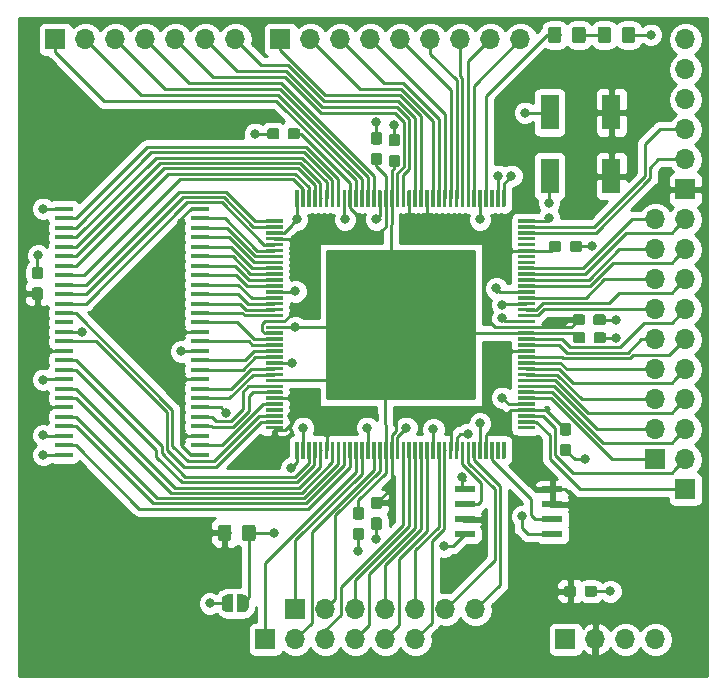
<source format=gbr>
G04 #@! TF.GenerationSoftware,KiCad,Pcbnew,(5.0.1)-3*
G04 #@! TF.CreationDate,2018-11-22T22:32:48+08:00*
G04 #@! TF.ProjectId,Pico86-CPU,5069636F38362D4350552E6B69636164,rev?*
G04 #@! TF.SameCoordinates,Original*
G04 #@! TF.FileFunction,Copper,L1,Top,Signal*
G04 #@! TF.FilePolarity,Positive*
%FSLAX46Y46*%
G04 Gerber Fmt 4.6, Leading zero omitted, Abs format (unit mm)*
G04 Created by KiCad (PCBNEW (5.0.1)-3) date 2018/11/22 22:32:48*
%MOMM*%
%LPD*%
G01*
G04 APERTURE LIST*
G04 #@! TA.AperFunction,Conductor*
%ADD10C,0.100000*%
G04 #@! TD*
G04 #@! TA.AperFunction,SMDPad,CuDef*
%ADD11C,0.300000*%
G04 #@! TD*
G04 #@! TA.AperFunction,ComponentPad*
%ADD12O,1.700000X1.700000*%
G04 #@! TD*
G04 #@! TA.AperFunction,ComponentPad*
%ADD13R,1.700000X1.700000*%
G04 #@! TD*
G04 #@! TA.AperFunction,SMDPad,CuDef*
%ADD14C,1.150000*%
G04 #@! TD*
G04 #@! TA.AperFunction,SMDPad,CuDef*
%ADD15C,0.950000*%
G04 #@! TD*
G04 #@! TA.AperFunction,SMDPad,CuDef*
%ADD16R,1.510000X0.458000*%
G04 #@! TD*
G04 #@! TA.AperFunction,SMDPad,CuDef*
%ADD17C,0.500000*%
G04 #@! TD*
G04 #@! TA.AperFunction,SMDPad,CuDef*
%ADD18R,1.540000X3.000000*%
G04 #@! TD*
G04 #@! TA.AperFunction,SMDPad,CuDef*
%ADD19R,1.750000X0.550000*%
G04 #@! TD*
G04 #@! TA.AperFunction,ViaPad*
%ADD20C,0.800000*%
G04 #@! TD*
G04 #@! TA.AperFunction,Conductor*
%ADD21C,0.250000*%
G04 #@! TD*
G04 #@! TA.AperFunction,Conductor*
%ADD22C,0.609600*%
G04 #@! TD*
G04 #@! TA.AperFunction,Conductor*
%ADD23C,0.254000*%
G04 #@! TD*
G04 APERTURE END LIST*
D10*
G04 #@! TO.N,/A12*
G04 #@! TO.C,U8*
G36*
X64937351Y-99050361D02*
X64944632Y-99051441D01*
X64951771Y-99053229D01*
X64958701Y-99055709D01*
X64965355Y-99058856D01*
X64971668Y-99062640D01*
X64977579Y-99067024D01*
X64983033Y-99071967D01*
X64987976Y-99077421D01*
X64992360Y-99083332D01*
X64996144Y-99089645D01*
X64999291Y-99096299D01*
X65001771Y-99103229D01*
X65003559Y-99110368D01*
X65004639Y-99117649D01*
X65005000Y-99125000D01*
X65005000Y-99275000D01*
X65004639Y-99282351D01*
X65003559Y-99289632D01*
X65001771Y-99296771D01*
X64999291Y-99303701D01*
X64996144Y-99310355D01*
X64992360Y-99316668D01*
X64987976Y-99322579D01*
X64983033Y-99328033D01*
X64977579Y-99332976D01*
X64971668Y-99337360D01*
X64965355Y-99341144D01*
X64958701Y-99344291D01*
X64951771Y-99346771D01*
X64944632Y-99348559D01*
X64937351Y-99349639D01*
X64930000Y-99350000D01*
X63605000Y-99350000D01*
X63597649Y-99349639D01*
X63590368Y-99348559D01*
X63583229Y-99346771D01*
X63576299Y-99344291D01*
X63569645Y-99341144D01*
X63563332Y-99337360D01*
X63557421Y-99332976D01*
X63551967Y-99328033D01*
X63547024Y-99322579D01*
X63542640Y-99316668D01*
X63538856Y-99310355D01*
X63535709Y-99303701D01*
X63533229Y-99296771D01*
X63531441Y-99289632D01*
X63530361Y-99282351D01*
X63530000Y-99275000D01*
X63530000Y-99125000D01*
X63530361Y-99117649D01*
X63531441Y-99110368D01*
X63533229Y-99103229D01*
X63535709Y-99096299D01*
X63538856Y-99089645D01*
X63542640Y-99083332D01*
X63547024Y-99077421D01*
X63551967Y-99071967D01*
X63557421Y-99067024D01*
X63563332Y-99062640D01*
X63569645Y-99058856D01*
X63576299Y-99055709D01*
X63583229Y-99053229D01*
X63590368Y-99051441D01*
X63597649Y-99050361D01*
X63605000Y-99050000D01*
X64930000Y-99050000D01*
X64937351Y-99050361D01*
X64937351Y-99050361D01*
G37*
D11*
G04 #@! TD*
G04 #@! TO.P,U8,1*
G04 #@! TO.N,/A12*
X64267500Y-99200000D03*
D10*
G04 #@! TO.N,/CKE*
G04 #@! TO.C,U8*
G36*
X64937351Y-99550361D02*
X64944632Y-99551441D01*
X64951771Y-99553229D01*
X64958701Y-99555709D01*
X64965355Y-99558856D01*
X64971668Y-99562640D01*
X64977579Y-99567024D01*
X64983033Y-99571967D01*
X64987976Y-99577421D01*
X64992360Y-99583332D01*
X64996144Y-99589645D01*
X64999291Y-99596299D01*
X65001771Y-99603229D01*
X65003559Y-99610368D01*
X65004639Y-99617649D01*
X65005000Y-99625000D01*
X65005000Y-99775000D01*
X65004639Y-99782351D01*
X65003559Y-99789632D01*
X65001771Y-99796771D01*
X64999291Y-99803701D01*
X64996144Y-99810355D01*
X64992360Y-99816668D01*
X64987976Y-99822579D01*
X64983033Y-99828033D01*
X64977579Y-99832976D01*
X64971668Y-99837360D01*
X64965355Y-99841144D01*
X64958701Y-99844291D01*
X64951771Y-99846771D01*
X64944632Y-99848559D01*
X64937351Y-99849639D01*
X64930000Y-99850000D01*
X63605000Y-99850000D01*
X63597649Y-99849639D01*
X63590368Y-99848559D01*
X63583229Y-99846771D01*
X63576299Y-99844291D01*
X63569645Y-99841144D01*
X63563332Y-99837360D01*
X63557421Y-99832976D01*
X63551967Y-99828033D01*
X63547024Y-99822579D01*
X63542640Y-99816668D01*
X63538856Y-99810355D01*
X63535709Y-99803701D01*
X63533229Y-99796771D01*
X63531441Y-99789632D01*
X63530361Y-99782351D01*
X63530000Y-99775000D01*
X63530000Y-99625000D01*
X63530361Y-99617649D01*
X63531441Y-99610368D01*
X63533229Y-99603229D01*
X63535709Y-99596299D01*
X63538856Y-99589645D01*
X63542640Y-99583332D01*
X63547024Y-99577421D01*
X63551967Y-99571967D01*
X63557421Y-99567024D01*
X63563332Y-99562640D01*
X63569645Y-99558856D01*
X63576299Y-99555709D01*
X63583229Y-99553229D01*
X63590368Y-99551441D01*
X63597649Y-99550361D01*
X63605000Y-99550000D01*
X64930000Y-99550000D01*
X64937351Y-99550361D01*
X64937351Y-99550361D01*
G37*
D11*
G04 #@! TD*
G04 #@! TO.P,U8,2*
G04 #@! TO.N,/CKE*
X64267500Y-99700000D03*
D10*
G04 #@! TO.N,GND*
G04 #@! TO.C,U8*
G36*
X64937351Y-100050361D02*
X64944632Y-100051441D01*
X64951771Y-100053229D01*
X64958701Y-100055709D01*
X64965355Y-100058856D01*
X64971668Y-100062640D01*
X64977579Y-100067024D01*
X64983033Y-100071967D01*
X64987976Y-100077421D01*
X64992360Y-100083332D01*
X64996144Y-100089645D01*
X64999291Y-100096299D01*
X65001771Y-100103229D01*
X65003559Y-100110368D01*
X65004639Y-100117649D01*
X65005000Y-100125000D01*
X65005000Y-100275000D01*
X65004639Y-100282351D01*
X65003559Y-100289632D01*
X65001771Y-100296771D01*
X64999291Y-100303701D01*
X64996144Y-100310355D01*
X64992360Y-100316668D01*
X64987976Y-100322579D01*
X64983033Y-100328033D01*
X64977579Y-100332976D01*
X64971668Y-100337360D01*
X64965355Y-100341144D01*
X64958701Y-100344291D01*
X64951771Y-100346771D01*
X64944632Y-100348559D01*
X64937351Y-100349639D01*
X64930000Y-100350000D01*
X63605000Y-100350000D01*
X63597649Y-100349639D01*
X63590368Y-100348559D01*
X63583229Y-100346771D01*
X63576299Y-100344291D01*
X63569645Y-100341144D01*
X63563332Y-100337360D01*
X63557421Y-100332976D01*
X63551967Y-100328033D01*
X63547024Y-100322579D01*
X63542640Y-100316668D01*
X63538856Y-100310355D01*
X63535709Y-100303701D01*
X63533229Y-100296771D01*
X63531441Y-100289632D01*
X63530361Y-100282351D01*
X63530000Y-100275000D01*
X63530000Y-100125000D01*
X63530361Y-100117649D01*
X63531441Y-100110368D01*
X63533229Y-100103229D01*
X63535709Y-100096299D01*
X63538856Y-100089645D01*
X63542640Y-100083332D01*
X63547024Y-100077421D01*
X63551967Y-100071967D01*
X63557421Y-100067024D01*
X63563332Y-100062640D01*
X63569645Y-100058856D01*
X63576299Y-100055709D01*
X63583229Y-100053229D01*
X63590368Y-100051441D01*
X63597649Y-100050361D01*
X63605000Y-100050000D01*
X64930000Y-100050000D01*
X64937351Y-100050361D01*
X64937351Y-100050361D01*
G37*
D11*
G04 #@! TD*
G04 #@! TO.P,U8,3*
G04 #@! TO.N,GND*
X64267500Y-100200000D03*
D10*
G04 #@! TO.N,3V3*
G04 #@! TO.C,U8*
G36*
X64937351Y-100550361D02*
X64944632Y-100551441D01*
X64951771Y-100553229D01*
X64958701Y-100555709D01*
X64965355Y-100558856D01*
X64971668Y-100562640D01*
X64977579Y-100567024D01*
X64983033Y-100571967D01*
X64987976Y-100577421D01*
X64992360Y-100583332D01*
X64996144Y-100589645D01*
X64999291Y-100596299D01*
X65001771Y-100603229D01*
X65003559Y-100610368D01*
X65004639Y-100617649D01*
X65005000Y-100625000D01*
X65005000Y-100775000D01*
X65004639Y-100782351D01*
X65003559Y-100789632D01*
X65001771Y-100796771D01*
X64999291Y-100803701D01*
X64996144Y-100810355D01*
X64992360Y-100816668D01*
X64987976Y-100822579D01*
X64983033Y-100828033D01*
X64977579Y-100832976D01*
X64971668Y-100837360D01*
X64965355Y-100841144D01*
X64958701Y-100844291D01*
X64951771Y-100846771D01*
X64944632Y-100848559D01*
X64937351Y-100849639D01*
X64930000Y-100850000D01*
X63605000Y-100850000D01*
X63597649Y-100849639D01*
X63590368Y-100848559D01*
X63583229Y-100846771D01*
X63576299Y-100844291D01*
X63569645Y-100841144D01*
X63563332Y-100837360D01*
X63557421Y-100832976D01*
X63551967Y-100828033D01*
X63547024Y-100822579D01*
X63542640Y-100816668D01*
X63538856Y-100810355D01*
X63535709Y-100803701D01*
X63533229Y-100796771D01*
X63531441Y-100789632D01*
X63530361Y-100782351D01*
X63530000Y-100775000D01*
X63530000Y-100625000D01*
X63530361Y-100617649D01*
X63531441Y-100610368D01*
X63533229Y-100603229D01*
X63535709Y-100596299D01*
X63538856Y-100589645D01*
X63542640Y-100583332D01*
X63547024Y-100577421D01*
X63551967Y-100571967D01*
X63557421Y-100567024D01*
X63563332Y-100562640D01*
X63569645Y-100558856D01*
X63576299Y-100555709D01*
X63583229Y-100553229D01*
X63590368Y-100551441D01*
X63597649Y-100550361D01*
X63605000Y-100550000D01*
X64930000Y-100550000D01*
X64937351Y-100550361D01*
X64937351Y-100550361D01*
G37*
D11*
G04 #@! TD*
G04 #@! TO.P,U8,4*
G04 #@! TO.N,3V3*
X64267500Y-100700000D03*
D10*
G04 #@! TO.N,/CLK*
G04 #@! TO.C,U8*
G36*
X64937351Y-101050361D02*
X64944632Y-101051441D01*
X64951771Y-101053229D01*
X64958701Y-101055709D01*
X64965355Y-101058856D01*
X64971668Y-101062640D01*
X64977579Y-101067024D01*
X64983033Y-101071967D01*
X64987976Y-101077421D01*
X64992360Y-101083332D01*
X64996144Y-101089645D01*
X64999291Y-101096299D01*
X65001771Y-101103229D01*
X65003559Y-101110368D01*
X65004639Y-101117649D01*
X65005000Y-101125000D01*
X65005000Y-101275000D01*
X65004639Y-101282351D01*
X65003559Y-101289632D01*
X65001771Y-101296771D01*
X64999291Y-101303701D01*
X64996144Y-101310355D01*
X64992360Y-101316668D01*
X64987976Y-101322579D01*
X64983033Y-101328033D01*
X64977579Y-101332976D01*
X64971668Y-101337360D01*
X64965355Y-101341144D01*
X64958701Y-101344291D01*
X64951771Y-101346771D01*
X64944632Y-101348559D01*
X64937351Y-101349639D01*
X64930000Y-101350000D01*
X63605000Y-101350000D01*
X63597649Y-101349639D01*
X63590368Y-101348559D01*
X63583229Y-101346771D01*
X63576299Y-101344291D01*
X63569645Y-101341144D01*
X63563332Y-101337360D01*
X63557421Y-101332976D01*
X63551967Y-101328033D01*
X63547024Y-101322579D01*
X63542640Y-101316668D01*
X63538856Y-101310355D01*
X63535709Y-101303701D01*
X63533229Y-101296771D01*
X63531441Y-101289632D01*
X63530361Y-101282351D01*
X63530000Y-101275000D01*
X63530000Y-101125000D01*
X63530361Y-101117649D01*
X63531441Y-101110368D01*
X63533229Y-101103229D01*
X63535709Y-101096299D01*
X63538856Y-101089645D01*
X63542640Y-101083332D01*
X63547024Y-101077421D01*
X63551967Y-101071967D01*
X63557421Y-101067024D01*
X63563332Y-101062640D01*
X63569645Y-101058856D01*
X63576299Y-101055709D01*
X63583229Y-101053229D01*
X63590368Y-101051441D01*
X63597649Y-101050361D01*
X63605000Y-101050000D01*
X64930000Y-101050000D01*
X64937351Y-101050361D01*
X64937351Y-101050361D01*
G37*
D11*
G04 #@! TD*
G04 #@! TO.P,U8,5*
G04 #@! TO.N,/CLK*
X64267500Y-101200000D03*
D10*
G04 #@! TO.N,/A3*
G04 #@! TO.C,U8*
G36*
X64937351Y-101550361D02*
X64944632Y-101551441D01*
X64951771Y-101553229D01*
X64958701Y-101555709D01*
X64965355Y-101558856D01*
X64971668Y-101562640D01*
X64977579Y-101567024D01*
X64983033Y-101571967D01*
X64987976Y-101577421D01*
X64992360Y-101583332D01*
X64996144Y-101589645D01*
X64999291Y-101596299D01*
X65001771Y-101603229D01*
X65003559Y-101610368D01*
X65004639Y-101617649D01*
X65005000Y-101625000D01*
X65005000Y-101775000D01*
X65004639Y-101782351D01*
X65003559Y-101789632D01*
X65001771Y-101796771D01*
X64999291Y-101803701D01*
X64996144Y-101810355D01*
X64992360Y-101816668D01*
X64987976Y-101822579D01*
X64983033Y-101828033D01*
X64977579Y-101832976D01*
X64971668Y-101837360D01*
X64965355Y-101841144D01*
X64958701Y-101844291D01*
X64951771Y-101846771D01*
X64944632Y-101848559D01*
X64937351Y-101849639D01*
X64930000Y-101850000D01*
X63605000Y-101850000D01*
X63597649Y-101849639D01*
X63590368Y-101848559D01*
X63583229Y-101846771D01*
X63576299Y-101844291D01*
X63569645Y-101841144D01*
X63563332Y-101837360D01*
X63557421Y-101832976D01*
X63551967Y-101828033D01*
X63547024Y-101822579D01*
X63542640Y-101816668D01*
X63538856Y-101810355D01*
X63535709Y-101803701D01*
X63533229Y-101796771D01*
X63531441Y-101789632D01*
X63530361Y-101782351D01*
X63530000Y-101775000D01*
X63530000Y-101625000D01*
X63530361Y-101617649D01*
X63531441Y-101610368D01*
X63533229Y-101603229D01*
X63535709Y-101596299D01*
X63538856Y-101589645D01*
X63542640Y-101583332D01*
X63547024Y-101577421D01*
X63551967Y-101571967D01*
X63557421Y-101567024D01*
X63563332Y-101562640D01*
X63569645Y-101558856D01*
X63576299Y-101555709D01*
X63583229Y-101553229D01*
X63590368Y-101551441D01*
X63597649Y-101550361D01*
X63605000Y-101550000D01*
X64930000Y-101550000D01*
X64937351Y-101550361D01*
X64937351Y-101550361D01*
G37*
D11*
G04 #@! TD*
G04 #@! TO.P,U8,6*
G04 #@! TO.N,/A3*
X64267500Y-101700000D03*
D10*
G04 #@! TO.N,/A2*
G04 #@! TO.C,U8*
G36*
X64937351Y-102050361D02*
X64944632Y-102051441D01*
X64951771Y-102053229D01*
X64958701Y-102055709D01*
X64965355Y-102058856D01*
X64971668Y-102062640D01*
X64977579Y-102067024D01*
X64983033Y-102071967D01*
X64987976Y-102077421D01*
X64992360Y-102083332D01*
X64996144Y-102089645D01*
X64999291Y-102096299D01*
X65001771Y-102103229D01*
X65003559Y-102110368D01*
X65004639Y-102117649D01*
X65005000Y-102125000D01*
X65005000Y-102275000D01*
X65004639Y-102282351D01*
X65003559Y-102289632D01*
X65001771Y-102296771D01*
X64999291Y-102303701D01*
X64996144Y-102310355D01*
X64992360Y-102316668D01*
X64987976Y-102322579D01*
X64983033Y-102328033D01*
X64977579Y-102332976D01*
X64971668Y-102337360D01*
X64965355Y-102341144D01*
X64958701Y-102344291D01*
X64951771Y-102346771D01*
X64944632Y-102348559D01*
X64937351Y-102349639D01*
X64930000Y-102350000D01*
X63605000Y-102350000D01*
X63597649Y-102349639D01*
X63590368Y-102348559D01*
X63583229Y-102346771D01*
X63576299Y-102344291D01*
X63569645Y-102341144D01*
X63563332Y-102337360D01*
X63557421Y-102332976D01*
X63551967Y-102328033D01*
X63547024Y-102322579D01*
X63542640Y-102316668D01*
X63538856Y-102310355D01*
X63535709Y-102303701D01*
X63533229Y-102296771D01*
X63531441Y-102289632D01*
X63530361Y-102282351D01*
X63530000Y-102275000D01*
X63530000Y-102125000D01*
X63530361Y-102117649D01*
X63531441Y-102110368D01*
X63533229Y-102103229D01*
X63535709Y-102096299D01*
X63538856Y-102089645D01*
X63542640Y-102083332D01*
X63547024Y-102077421D01*
X63551967Y-102071967D01*
X63557421Y-102067024D01*
X63563332Y-102062640D01*
X63569645Y-102058856D01*
X63576299Y-102055709D01*
X63583229Y-102053229D01*
X63590368Y-102051441D01*
X63597649Y-102050361D01*
X63605000Y-102050000D01*
X64930000Y-102050000D01*
X64937351Y-102050361D01*
X64937351Y-102050361D01*
G37*
D11*
G04 #@! TD*
G04 #@! TO.P,U8,7*
G04 #@! TO.N,/A2*
X64267500Y-102200000D03*
D10*
G04 #@! TO.N,/A1*
G04 #@! TO.C,U8*
G36*
X64937351Y-102550361D02*
X64944632Y-102551441D01*
X64951771Y-102553229D01*
X64958701Y-102555709D01*
X64965355Y-102558856D01*
X64971668Y-102562640D01*
X64977579Y-102567024D01*
X64983033Y-102571967D01*
X64987976Y-102577421D01*
X64992360Y-102583332D01*
X64996144Y-102589645D01*
X64999291Y-102596299D01*
X65001771Y-102603229D01*
X65003559Y-102610368D01*
X65004639Y-102617649D01*
X65005000Y-102625000D01*
X65005000Y-102775000D01*
X65004639Y-102782351D01*
X65003559Y-102789632D01*
X65001771Y-102796771D01*
X64999291Y-102803701D01*
X64996144Y-102810355D01*
X64992360Y-102816668D01*
X64987976Y-102822579D01*
X64983033Y-102828033D01*
X64977579Y-102832976D01*
X64971668Y-102837360D01*
X64965355Y-102841144D01*
X64958701Y-102844291D01*
X64951771Y-102846771D01*
X64944632Y-102848559D01*
X64937351Y-102849639D01*
X64930000Y-102850000D01*
X63605000Y-102850000D01*
X63597649Y-102849639D01*
X63590368Y-102848559D01*
X63583229Y-102846771D01*
X63576299Y-102844291D01*
X63569645Y-102841144D01*
X63563332Y-102837360D01*
X63557421Y-102832976D01*
X63551967Y-102828033D01*
X63547024Y-102822579D01*
X63542640Y-102816668D01*
X63538856Y-102810355D01*
X63535709Y-102803701D01*
X63533229Y-102796771D01*
X63531441Y-102789632D01*
X63530361Y-102782351D01*
X63530000Y-102775000D01*
X63530000Y-102625000D01*
X63530361Y-102617649D01*
X63531441Y-102610368D01*
X63533229Y-102603229D01*
X63535709Y-102596299D01*
X63538856Y-102589645D01*
X63542640Y-102583332D01*
X63547024Y-102577421D01*
X63551967Y-102571967D01*
X63557421Y-102567024D01*
X63563332Y-102562640D01*
X63569645Y-102558856D01*
X63576299Y-102555709D01*
X63583229Y-102553229D01*
X63590368Y-102551441D01*
X63597649Y-102550361D01*
X63605000Y-102550000D01*
X64930000Y-102550000D01*
X64937351Y-102550361D01*
X64937351Y-102550361D01*
G37*
D11*
G04 #@! TD*
G04 #@! TO.P,U8,8*
G04 #@! TO.N,/A1*
X64267500Y-102700000D03*
D10*
G04 #@! TO.N,/A0*
G04 #@! TO.C,U8*
G36*
X64937351Y-103050361D02*
X64944632Y-103051441D01*
X64951771Y-103053229D01*
X64958701Y-103055709D01*
X64965355Y-103058856D01*
X64971668Y-103062640D01*
X64977579Y-103067024D01*
X64983033Y-103071967D01*
X64987976Y-103077421D01*
X64992360Y-103083332D01*
X64996144Y-103089645D01*
X64999291Y-103096299D01*
X65001771Y-103103229D01*
X65003559Y-103110368D01*
X65004639Y-103117649D01*
X65005000Y-103125000D01*
X65005000Y-103275000D01*
X65004639Y-103282351D01*
X65003559Y-103289632D01*
X65001771Y-103296771D01*
X64999291Y-103303701D01*
X64996144Y-103310355D01*
X64992360Y-103316668D01*
X64987976Y-103322579D01*
X64983033Y-103328033D01*
X64977579Y-103332976D01*
X64971668Y-103337360D01*
X64965355Y-103341144D01*
X64958701Y-103344291D01*
X64951771Y-103346771D01*
X64944632Y-103348559D01*
X64937351Y-103349639D01*
X64930000Y-103350000D01*
X63605000Y-103350000D01*
X63597649Y-103349639D01*
X63590368Y-103348559D01*
X63583229Y-103346771D01*
X63576299Y-103344291D01*
X63569645Y-103341144D01*
X63563332Y-103337360D01*
X63557421Y-103332976D01*
X63551967Y-103328033D01*
X63547024Y-103322579D01*
X63542640Y-103316668D01*
X63538856Y-103310355D01*
X63535709Y-103303701D01*
X63533229Y-103296771D01*
X63531441Y-103289632D01*
X63530361Y-103282351D01*
X63530000Y-103275000D01*
X63530000Y-103125000D01*
X63530361Y-103117649D01*
X63531441Y-103110368D01*
X63533229Y-103103229D01*
X63535709Y-103096299D01*
X63538856Y-103089645D01*
X63542640Y-103083332D01*
X63547024Y-103077421D01*
X63551967Y-103071967D01*
X63557421Y-103067024D01*
X63563332Y-103062640D01*
X63569645Y-103058856D01*
X63576299Y-103055709D01*
X63583229Y-103053229D01*
X63590368Y-103051441D01*
X63597649Y-103050361D01*
X63605000Y-103050000D01*
X64930000Y-103050000D01*
X64937351Y-103050361D01*
X64937351Y-103050361D01*
G37*
D11*
G04 #@! TD*
G04 #@! TO.P,U8,9*
G04 #@! TO.N,/A0*
X64267500Y-103200000D03*
D10*
G04 #@! TO.N,/A10*
G04 #@! TO.C,U8*
G36*
X64937351Y-103550361D02*
X64944632Y-103551441D01*
X64951771Y-103553229D01*
X64958701Y-103555709D01*
X64965355Y-103558856D01*
X64971668Y-103562640D01*
X64977579Y-103567024D01*
X64983033Y-103571967D01*
X64987976Y-103577421D01*
X64992360Y-103583332D01*
X64996144Y-103589645D01*
X64999291Y-103596299D01*
X65001771Y-103603229D01*
X65003559Y-103610368D01*
X65004639Y-103617649D01*
X65005000Y-103625000D01*
X65005000Y-103775000D01*
X65004639Y-103782351D01*
X65003559Y-103789632D01*
X65001771Y-103796771D01*
X64999291Y-103803701D01*
X64996144Y-103810355D01*
X64992360Y-103816668D01*
X64987976Y-103822579D01*
X64983033Y-103828033D01*
X64977579Y-103832976D01*
X64971668Y-103837360D01*
X64965355Y-103841144D01*
X64958701Y-103844291D01*
X64951771Y-103846771D01*
X64944632Y-103848559D01*
X64937351Y-103849639D01*
X64930000Y-103850000D01*
X63605000Y-103850000D01*
X63597649Y-103849639D01*
X63590368Y-103848559D01*
X63583229Y-103846771D01*
X63576299Y-103844291D01*
X63569645Y-103841144D01*
X63563332Y-103837360D01*
X63557421Y-103832976D01*
X63551967Y-103828033D01*
X63547024Y-103822579D01*
X63542640Y-103816668D01*
X63538856Y-103810355D01*
X63535709Y-103803701D01*
X63533229Y-103796771D01*
X63531441Y-103789632D01*
X63530361Y-103782351D01*
X63530000Y-103775000D01*
X63530000Y-103625000D01*
X63530361Y-103617649D01*
X63531441Y-103610368D01*
X63533229Y-103603229D01*
X63535709Y-103596299D01*
X63538856Y-103589645D01*
X63542640Y-103583332D01*
X63547024Y-103577421D01*
X63551967Y-103571967D01*
X63557421Y-103567024D01*
X63563332Y-103562640D01*
X63569645Y-103558856D01*
X63576299Y-103555709D01*
X63583229Y-103553229D01*
X63590368Y-103551441D01*
X63597649Y-103550361D01*
X63605000Y-103550000D01*
X64930000Y-103550000D01*
X64937351Y-103550361D01*
X64937351Y-103550361D01*
G37*
D11*
G04 #@! TD*
G04 #@! TO.P,U8,10*
G04 #@! TO.N,/A10*
X64267500Y-103700000D03*
D10*
G04 #@! TO.N,/BA1*
G04 #@! TO.C,U8*
G36*
X64937351Y-104050361D02*
X64944632Y-104051441D01*
X64951771Y-104053229D01*
X64958701Y-104055709D01*
X64965355Y-104058856D01*
X64971668Y-104062640D01*
X64977579Y-104067024D01*
X64983033Y-104071967D01*
X64987976Y-104077421D01*
X64992360Y-104083332D01*
X64996144Y-104089645D01*
X64999291Y-104096299D01*
X65001771Y-104103229D01*
X65003559Y-104110368D01*
X65004639Y-104117649D01*
X65005000Y-104125000D01*
X65005000Y-104275000D01*
X65004639Y-104282351D01*
X65003559Y-104289632D01*
X65001771Y-104296771D01*
X64999291Y-104303701D01*
X64996144Y-104310355D01*
X64992360Y-104316668D01*
X64987976Y-104322579D01*
X64983033Y-104328033D01*
X64977579Y-104332976D01*
X64971668Y-104337360D01*
X64965355Y-104341144D01*
X64958701Y-104344291D01*
X64951771Y-104346771D01*
X64944632Y-104348559D01*
X64937351Y-104349639D01*
X64930000Y-104350000D01*
X63605000Y-104350000D01*
X63597649Y-104349639D01*
X63590368Y-104348559D01*
X63583229Y-104346771D01*
X63576299Y-104344291D01*
X63569645Y-104341144D01*
X63563332Y-104337360D01*
X63557421Y-104332976D01*
X63551967Y-104328033D01*
X63547024Y-104322579D01*
X63542640Y-104316668D01*
X63538856Y-104310355D01*
X63535709Y-104303701D01*
X63533229Y-104296771D01*
X63531441Y-104289632D01*
X63530361Y-104282351D01*
X63530000Y-104275000D01*
X63530000Y-104125000D01*
X63530361Y-104117649D01*
X63531441Y-104110368D01*
X63533229Y-104103229D01*
X63535709Y-104096299D01*
X63538856Y-104089645D01*
X63542640Y-104083332D01*
X63547024Y-104077421D01*
X63551967Y-104071967D01*
X63557421Y-104067024D01*
X63563332Y-104062640D01*
X63569645Y-104058856D01*
X63576299Y-104055709D01*
X63583229Y-104053229D01*
X63590368Y-104051441D01*
X63597649Y-104050361D01*
X63605000Y-104050000D01*
X64930000Y-104050000D01*
X64937351Y-104050361D01*
X64937351Y-104050361D01*
G37*
D11*
G04 #@! TD*
G04 #@! TO.P,U8,11*
G04 #@! TO.N,/BA1*
X64267500Y-104200000D03*
D10*
G04 #@! TO.N,/BA0*
G04 #@! TO.C,U8*
G36*
X64937351Y-104550361D02*
X64944632Y-104551441D01*
X64951771Y-104553229D01*
X64958701Y-104555709D01*
X64965355Y-104558856D01*
X64971668Y-104562640D01*
X64977579Y-104567024D01*
X64983033Y-104571967D01*
X64987976Y-104577421D01*
X64992360Y-104583332D01*
X64996144Y-104589645D01*
X64999291Y-104596299D01*
X65001771Y-104603229D01*
X65003559Y-104610368D01*
X65004639Y-104617649D01*
X65005000Y-104625000D01*
X65005000Y-104775000D01*
X65004639Y-104782351D01*
X65003559Y-104789632D01*
X65001771Y-104796771D01*
X64999291Y-104803701D01*
X64996144Y-104810355D01*
X64992360Y-104816668D01*
X64987976Y-104822579D01*
X64983033Y-104828033D01*
X64977579Y-104832976D01*
X64971668Y-104837360D01*
X64965355Y-104841144D01*
X64958701Y-104844291D01*
X64951771Y-104846771D01*
X64944632Y-104848559D01*
X64937351Y-104849639D01*
X64930000Y-104850000D01*
X63605000Y-104850000D01*
X63597649Y-104849639D01*
X63590368Y-104848559D01*
X63583229Y-104846771D01*
X63576299Y-104844291D01*
X63569645Y-104841144D01*
X63563332Y-104837360D01*
X63557421Y-104832976D01*
X63551967Y-104828033D01*
X63547024Y-104822579D01*
X63542640Y-104816668D01*
X63538856Y-104810355D01*
X63535709Y-104803701D01*
X63533229Y-104796771D01*
X63531441Y-104789632D01*
X63530361Y-104782351D01*
X63530000Y-104775000D01*
X63530000Y-104625000D01*
X63530361Y-104617649D01*
X63531441Y-104610368D01*
X63533229Y-104603229D01*
X63535709Y-104596299D01*
X63538856Y-104589645D01*
X63542640Y-104583332D01*
X63547024Y-104577421D01*
X63551967Y-104571967D01*
X63557421Y-104567024D01*
X63563332Y-104562640D01*
X63569645Y-104558856D01*
X63576299Y-104555709D01*
X63583229Y-104553229D01*
X63590368Y-104551441D01*
X63597649Y-104550361D01*
X63605000Y-104550000D01*
X64930000Y-104550000D01*
X64937351Y-104550361D01*
X64937351Y-104550361D01*
G37*
D11*
G04 #@! TD*
G04 #@! TO.P,U8,12*
G04 #@! TO.N,/BA0*
X64267500Y-104700000D03*
D10*
G04 #@! TO.N,GND*
G04 #@! TO.C,U8*
G36*
X64937351Y-105050361D02*
X64944632Y-105051441D01*
X64951771Y-105053229D01*
X64958701Y-105055709D01*
X64965355Y-105058856D01*
X64971668Y-105062640D01*
X64977579Y-105067024D01*
X64983033Y-105071967D01*
X64987976Y-105077421D01*
X64992360Y-105083332D01*
X64996144Y-105089645D01*
X64999291Y-105096299D01*
X65001771Y-105103229D01*
X65003559Y-105110368D01*
X65004639Y-105117649D01*
X65005000Y-105125000D01*
X65005000Y-105275000D01*
X65004639Y-105282351D01*
X65003559Y-105289632D01*
X65001771Y-105296771D01*
X64999291Y-105303701D01*
X64996144Y-105310355D01*
X64992360Y-105316668D01*
X64987976Y-105322579D01*
X64983033Y-105328033D01*
X64977579Y-105332976D01*
X64971668Y-105337360D01*
X64965355Y-105341144D01*
X64958701Y-105344291D01*
X64951771Y-105346771D01*
X64944632Y-105348559D01*
X64937351Y-105349639D01*
X64930000Y-105350000D01*
X63605000Y-105350000D01*
X63597649Y-105349639D01*
X63590368Y-105348559D01*
X63583229Y-105346771D01*
X63576299Y-105344291D01*
X63569645Y-105341144D01*
X63563332Y-105337360D01*
X63557421Y-105332976D01*
X63551967Y-105328033D01*
X63547024Y-105322579D01*
X63542640Y-105316668D01*
X63538856Y-105310355D01*
X63535709Y-105303701D01*
X63533229Y-105296771D01*
X63531441Y-105289632D01*
X63530361Y-105282351D01*
X63530000Y-105275000D01*
X63530000Y-105125000D01*
X63530361Y-105117649D01*
X63531441Y-105110368D01*
X63533229Y-105103229D01*
X63535709Y-105096299D01*
X63538856Y-105089645D01*
X63542640Y-105083332D01*
X63547024Y-105077421D01*
X63551967Y-105071967D01*
X63557421Y-105067024D01*
X63563332Y-105062640D01*
X63569645Y-105058856D01*
X63576299Y-105055709D01*
X63583229Y-105053229D01*
X63590368Y-105051441D01*
X63597649Y-105050361D01*
X63605000Y-105050000D01*
X64930000Y-105050000D01*
X64937351Y-105050361D01*
X64937351Y-105050361D01*
G37*
D11*
G04 #@! TD*
G04 #@! TO.P,U8,13*
G04 #@! TO.N,GND*
X64267500Y-105200000D03*
D10*
G04 #@! TO.N,/CS*
G04 #@! TO.C,U8*
G36*
X64937351Y-105550361D02*
X64944632Y-105551441D01*
X64951771Y-105553229D01*
X64958701Y-105555709D01*
X64965355Y-105558856D01*
X64971668Y-105562640D01*
X64977579Y-105567024D01*
X64983033Y-105571967D01*
X64987976Y-105577421D01*
X64992360Y-105583332D01*
X64996144Y-105589645D01*
X64999291Y-105596299D01*
X65001771Y-105603229D01*
X65003559Y-105610368D01*
X65004639Y-105617649D01*
X65005000Y-105625000D01*
X65005000Y-105775000D01*
X65004639Y-105782351D01*
X65003559Y-105789632D01*
X65001771Y-105796771D01*
X64999291Y-105803701D01*
X64996144Y-105810355D01*
X64992360Y-105816668D01*
X64987976Y-105822579D01*
X64983033Y-105828033D01*
X64977579Y-105832976D01*
X64971668Y-105837360D01*
X64965355Y-105841144D01*
X64958701Y-105844291D01*
X64951771Y-105846771D01*
X64944632Y-105848559D01*
X64937351Y-105849639D01*
X64930000Y-105850000D01*
X63605000Y-105850000D01*
X63597649Y-105849639D01*
X63590368Y-105848559D01*
X63583229Y-105846771D01*
X63576299Y-105844291D01*
X63569645Y-105841144D01*
X63563332Y-105837360D01*
X63557421Y-105832976D01*
X63551967Y-105828033D01*
X63547024Y-105822579D01*
X63542640Y-105816668D01*
X63538856Y-105810355D01*
X63535709Y-105803701D01*
X63533229Y-105796771D01*
X63531441Y-105789632D01*
X63530361Y-105782351D01*
X63530000Y-105775000D01*
X63530000Y-105625000D01*
X63530361Y-105617649D01*
X63531441Y-105610368D01*
X63533229Y-105603229D01*
X63535709Y-105596299D01*
X63538856Y-105589645D01*
X63542640Y-105583332D01*
X63547024Y-105577421D01*
X63551967Y-105571967D01*
X63557421Y-105567024D01*
X63563332Y-105562640D01*
X63569645Y-105558856D01*
X63576299Y-105555709D01*
X63583229Y-105553229D01*
X63590368Y-105551441D01*
X63597649Y-105550361D01*
X63605000Y-105550000D01*
X64930000Y-105550000D01*
X64937351Y-105550361D01*
X64937351Y-105550361D01*
G37*
D11*
G04 #@! TD*
G04 #@! TO.P,U8,14*
G04 #@! TO.N,/CS*
X64267500Y-105700000D03*
D10*
G04 #@! TO.N,/~RAS*
G04 #@! TO.C,U8*
G36*
X64937351Y-106050361D02*
X64944632Y-106051441D01*
X64951771Y-106053229D01*
X64958701Y-106055709D01*
X64965355Y-106058856D01*
X64971668Y-106062640D01*
X64977579Y-106067024D01*
X64983033Y-106071967D01*
X64987976Y-106077421D01*
X64992360Y-106083332D01*
X64996144Y-106089645D01*
X64999291Y-106096299D01*
X65001771Y-106103229D01*
X65003559Y-106110368D01*
X65004639Y-106117649D01*
X65005000Y-106125000D01*
X65005000Y-106275000D01*
X65004639Y-106282351D01*
X65003559Y-106289632D01*
X65001771Y-106296771D01*
X64999291Y-106303701D01*
X64996144Y-106310355D01*
X64992360Y-106316668D01*
X64987976Y-106322579D01*
X64983033Y-106328033D01*
X64977579Y-106332976D01*
X64971668Y-106337360D01*
X64965355Y-106341144D01*
X64958701Y-106344291D01*
X64951771Y-106346771D01*
X64944632Y-106348559D01*
X64937351Y-106349639D01*
X64930000Y-106350000D01*
X63605000Y-106350000D01*
X63597649Y-106349639D01*
X63590368Y-106348559D01*
X63583229Y-106346771D01*
X63576299Y-106344291D01*
X63569645Y-106341144D01*
X63563332Y-106337360D01*
X63557421Y-106332976D01*
X63551967Y-106328033D01*
X63547024Y-106322579D01*
X63542640Y-106316668D01*
X63538856Y-106310355D01*
X63535709Y-106303701D01*
X63533229Y-106296771D01*
X63531441Y-106289632D01*
X63530361Y-106282351D01*
X63530000Y-106275000D01*
X63530000Y-106125000D01*
X63530361Y-106117649D01*
X63531441Y-106110368D01*
X63533229Y-106103229D01*
X63535709Y-106096299D01*
X63538856Y-106089645D01*
X63542640Y-106083332D01*
X63547024Y-106077421D01*
X63551967Y-106071967D01*
X63557421Y-106067024D01*
X63563332Y-106062640D01*
X63569645Y-106058856D01*
X63576299Y-106055709D01*
X63583229Y-106053229D01*
X63590368Y-106051441D01*
X63597649Y-106050361D01*
X63605000Y-106050000D01*
X64930000Y-106050000D01*
X64937351Y-106050361D01*
X64937351Y-106050361D01*
G37*
D11*
G04 #@! TD*
G04 #@! TO.P,U8,15*
G04 #@! TO.N,/~RAS*
X64267500Y-106200000D03*
D10*
G04 #@! TO.N,/~CAS*
G04 #@! TO.C,U8*
G36*
X64937351Y-106550361D02*
X64944632Y-106551441D01*
X64951771Y-106553229D01*
X64958701Y-106555709D01*
X64965355Y-106558856D01*
X64971668Y-106562640D01*
X64977579Y-106567024D01*
X64983033Y-106571967D01*
X64987976Y-106577421D01*
X64992360Y-106583332D01*
X64996144Y-106589645D01*
X64999291Y-106596299D01*
X65001771Y-106603229D01*
X65003559Y-106610368D01*
X65004639Y-106617649D01*
X65005000Y-106625000D01*
X65005000Y-106775000D01*
X65004639Y-106782351D01*
X65003559Y-106789632D01*
X65001771Y-106796771D01*
X64999291Y-106803701D01*
X64996144Y-106810355D01*
X64992360Y-106816668D01*
X64987976Y-106822579D01*
X64983033Y-106828033D01*
X64977579Y-106832976D01*
X64971668Y-106837360D01*
X64965355Y-106841144D01*
X64958701Y-106844291D01*
X64951771Y-106846771D01*
X64944632Y-106848559D01*
X64937351Y-106849639D01*
X64930000Y-106850000D01*
X63605000Y-106850000D01*
X63597649Y-106849639D01*
X63590368Y-106848559D01*
X63583229Y-106846771D01*
X63576299Y-106844291D01*
X63569645Y-106841144D01*
X63563332Y-106837360D01*
X63557421Y-106832976D01*
X63551967Y-106828033D01*
X63547024Y-106822579D01*
X63542640Y-106816668D01*
X63538856Y-106810355D01*
X63535709Y-106803701D01*
X63533229Y-106796771D01*
X63531441Y-106789632D01*
X63530361Y-106782351D01*
X63530000Y-106775000D01*
X63530000Y-106625000D01*
X63530361Y-106617649D01*
X63531441Y-106610368D01*
X63533229Y-106603229D01*
X63535709Y-106596299D01*
X63538856Y-106589645D01*
X63542640Y-106583332D01*
X63547024Y-106577421D01*
X63551967Y-106571967D01*
X63557421Y-106567024D01*
X63563332Y-106562640D01*
X63569645Y-106558856D01*
X63576299Y-106555709D01*
X63583229Y-106553229D01*
X63590368Y-106551441D01*
X63597649Y-106550361D01*
X63605000Y-106550000D01*
X64930000Y-106550000D01*
X64937351Y-106550361D01*
X64937351Y-106550361D01*
G37*
D11*
G04 #@! TD*
G04 #@! TO.P,U8,16*
G04 #@! TO.N,/~CAS*
X64267500Y-106700000D03*
D10*
G04 #@! TO.N,/~WE*
G04 #@! TO.C,U8*
G36*
X64937351Y-107050361D02*
X64944632Y-107051441D01*
X64951771Y-107053229D01*
X64958701Y-107055709D01*
X64965355Y-107058856D01*
X64971668Y-107062640D01*
X64977579Y-107067024D01*
X64983033Y-107071967D01*
X64987976Y-107077421D01*
X64992360Y-107083332D01*
X64996144Y-107089645D01*
X64999291Y-107096299D01*
X65001771Y-107103229D01*
X65003559Y-107110368D01*
X65004639Y-107117649D01*
X65005000Y-107125000D01*
X65005000Y-107275000D01*
X65004639Y-107282351D01*
X65003559Y-107289632D01*
X65001771Y-107296771D01*
X64999291Y-107303701D01*
X64996144Y-107310355D01*
X64992360Y-107316668D01*
X64987976Y-107322579D01*
X64983033Y-107328033D01*
X64977579Y-107332976D01*
X64971668Y-107337360D01*
X64965355Y-107341144D01*
X64958701Y-107344291D01*
X64951771Y-107346771D01*
X64944632Y-107348559D01*
X64937351Y-107349639D01*
X64930000Y-107350000D01*
X63605000Y-107350000D01*
X63597649Y-107349639D01*
X63590368Y-107348559D01*
X63583229Y-107346771D01*
X63576299Y-107344291D01*
X63569645Y-107341144D01*
X63563332Y-107337360D01*
X63557421Y-107332976D01*
X63551967Y-107328033D01*
X63547024Y-107322579D01*
X63542640Y-107316668D01*
X63538856Y-107310355D01*
X63535709Y-107303701D01*
X63533229Y-107296771D01*
X63531441Y-107289632D01*
X63530361Y-107282351D01*
X63530000Y-107275000D01*
X63530000Y-107125000D01*
X63530361Y-107117649D01*
X63531441Y-107110368D01*
X63533229Y-107103229D01*
X63535709Y-107096299D01*
X63538856Y-107089645D01*
X63542640Y-107083332D01*
X63547024Y-107077421D01*
X63551967Y-107071967D01*
X63557421Y-107067024D01*
X63563332Y-107062640D01*
X63569645Y-107058856D01*
X63576299Y-107055709D01*
X63583229Y-107053229D01*
X63590368Y-107051441D01*
X63597649Y-107050361D01*
X63605000Y-107050000D01*
X64930000Y-107050000D01*
X64937351Y-107050361D01*
X64937351Y-107050361D01*
G37*
D11*
G04 #@! TD*
G04 #@! TO.P,U8,17*
G04 #@! TO.N,/~WE*
X64267500Y-107200000D03*
D10*
G04 #@! TO.N,3V3*
G04 #@! TO.C,U8*
G36*
X64937351Y-107550361D02*
X64944632Y-107551441D01*
X64951771Y-107553229D01*
X64958701Y-107555709D01*
X64965355Y-107558856D01*
X64971668Y-107562640D01*
X64977579Y-107567024D01*
X64983033Y-107571967D01*
X64987976Y-107577421D01*
X64992360Y-107583332D01*
X64996144Y-107589645D01*
X64999291Y-107596299D01*
X65001771Y-107603229D01*
X65003559Y-107610368D01*
X65004639Y-107617649D01*
X65005000Y-107625000D01*
X65005000Y-107775000D01*
X65004639Y-107782351D01*
X65003559Y-107789632D01*
X65001771Y-107796771D01*
X64999291Y-107803701D01*
X64996144Y-107810355D01*
X64992360Y-107816668D01*
X64987976Y-107822579D01*
X64983033Y-107828033D01*
X64977579Y-107832976D01*
X64971668Y-107837360D01*
X64965355Y-107841144D01*
X64958701Y-107844291D01*
X64951771Y-107846771D01*
X64944632Y-107848559D01*
X64937351Y-107849639D01*
X64930000Y-107850000D01*
X63605000Y-107850000D01*
X63597649Y-107849639D01*
X63590368Y-107848559D01*
X63583229Y-107846771D01*
X63576299Y-107844291D01*
X63569645Y-107841144D01*
X63563332Y-107837360D01*
X63557421Y-107832976D01*
X63551967Y-107828033D01*
X63547024Y-107822579D01*
X63542640Y-107816668D01*
X63538856Y-107810355D01*
X63535709Y-107803701D01*
X63533229Y-107796771D01*
X63531441Y-107789632D01*
X63530361Y-107782351D01*
X63530000Y-107775000D01*
X63530000Y-107625000D01*
X63530361Y-107617649D01*
X63531441Y-107610368D01*
X63533229Y-107603229D01*
X63535709Y-107596299D01*
X63538856Y-107589645D01*
X63542640Y-107583332D01*
X63547024Y-107577421D01*
X63551967Y-107571967D01*
X63557421Y-107567024D01*
X63563332Y-107562640D01*
X63569645Y-107558856D01*
X63576299Y-107555709D01*
X63583229Y-107553229D01*
X63590368Y-107551441D01*
X63597649Y-107550361D01*
X63605000Y-107550000D01*
X64930000Y-107550000D01*
X64937351Y-107550361D01*
X64937351Y-107550361D01*
G37*
D11*
G04 #@! TD*
G04 #@! TO.P,U8,18*
G04 #@! TO.N,3V3*
X64267500Y-107700000D03*
D10*
G04 #@! TO.N,1V2*
G04 #@! TO.C,U8*
G36*
X64937351Y-108050361D02*
X64944632Y-108051441D01*
X64951771Y-108053229D01*
X64958701Y-108055709D01*
X64965355Y-108058856D01*
X64971668Y-108062640D01*
X64977579Y-108067024D01*
X64983033Y-108071967D01*
X64987976Y-108077421D01*
X64992360Y-108083332D01*
X64996144Y-108089645D01*
X64999291Y-108096299D01*
X65001771Y-108103229D01*
X65003559Y-108110368D01*
X65004639Y-108117649D01*
X65005000Y-108125000D01*
X65005000Y-108275000D01*
X65004639Y-108282351D01*
X65003559Y-108289632D01*
X65001771Y-108296771D01*
X64999291Y-108303701D01*
X64996144Y-108310355D01*
X64992360Y-108316668D01*
X64987976Y-108322579D01*
X64983033Y-108328033D01*
X64977579Y-108332976D01*
X64971668Y-108337360D01*
X64965355Y-108341144D01*
X64958701Y-108344291D01*
X64951771Y-108346771D01*
X64944632Y-108348559D01*
X64937351Y-108349639D01*
X64930000Y-108350000D01*
X63605000Y-108350000D01*
X63597649Y-108349639D01*
X63590368Y-108348559D01*
X63583229Y-108346771D01*
X63576299Y-108344291D01*
X63569645Y-108341144D01*
X63563332Y-108337360D01*
X63557421Y-108332976D01*
X63551967Y-108328033D01*
X63547024Y-108322579D01*
X63542640Y-108316668D01*
X63538856Y-108310355D01*
X63535709Y-108303701D01*
X63533229Y-108296771D01*
X63531441Y-108289632D01*
X63530361Y-108282351D01*
X63530000Y-108275000D01*
X63530000Y-108125000D01*
X63530361Y-108117649D01*
X63531441Y-108110368D01*
X63533229Y-108103229D01*
X63535709Y-108096299D01*
X63538856Y-108089645D01*
X63542640Y-108083332D01*
X63547024Y-108077421D01*
X63551967Y-108071967D01*
X63557421Y-108067024D01*
X63563332Y-108062640D01*
X63569645Y-108058856D01*
X63576299Y-108055709D01*
X63583229Y-108053229D01*
X63590368Y-108051441D01*
X63597649Y-108050361D01*
X63605000Y-108050000D01*
X64930000Y-108050000D01*
X64937351Y-108050361D01*
X64937351Y-108050361D01*
G37*
D11*
G04 #@! TD*
G04 #@! TO.P,U8,19*
G04 #@! TO.N,1V2*
X64267500Y-108200000D03*
D10*
G04 #@! TO.N,3V3*
G04 #@! TO.C,U8*
G36*
X64937351Y-108550361D02*
X64944632Y-108551441D01*
X64951771Y-108553229D01*
X64958701Y-108555709D01*
X64965355Y-108558856D01*
X64971668Y-108562640D01*
X64977579Y-108567024D01*
X64983033Y-108571967D01*
X64987976Y-108577421D01*
X64992360Y-108583332D01*
X64996144Y-108589645D01*
X64999291Y-108596299D01*
X65001771Y-108603229D01*
X65003559Y-108610368D01*
X65004639Y-108617649D01*
X65005000Y-108625000D01*
X65005000Y-108775000D01*
X65004639Y-108782351D01*
X65003559Y-108789632D01*
X65001771Y-108796771D01*
X64999291Y-108803701D01*
X64996144Y-108810355D01*
X64992360Y-108816668D01*
X64987976Y-108822579D01*
X64983033Y-108828033D01*
X64977579Y-108832976D01*
X64971668Y-108837360D01*
X64965355Y-108841144D01*
X64958701Y-108844291D01*
X64951771Y-108846771D01*
X64944632Y-108848559D01*
X64937351Y-108849639D01*
X64930000Y-108850000D01*
X63605000Y-108850000D01*
X63597649Y-108849639D01*
X63590368Y-108848559D01*
X63583229Y-108846771D01*
X63576299Y-108844291D01*
X63569645Y-108841144D01*
X63563332Y-108837360D01*
X63557421Y-108832976D01*
X63551967Y-108828033D01*
X63547024Y-108822579D01*
X63542640Y-108816668D01*
X63538856Y-108810355D01*
X63535709Y-108803701D01*
X63533229Y-108796771D01*
X63531441Y-108789632D01*
X63530361Y-108782351D01*
X63530000Y-108775000D01*
X63530000Y-108625000D01*
X63530361Y-108617649D01*
X63531441Y-108610368D01*
X63533229Y-108603229D01*
X63535709Y-108596299D01*
X63538856Y-108589645D01*
X63542640Y-108583332D01*
X63547024Y-108577421D01*
X63551967Y-108571967D01*
X63557421Y-108567024D01*
X63563332Y-108562640D01*
X63569645Y-108558856D01*
X63576299Y-108555709D01*
X63583229Y-108553229D01*
X63590368Y-108551441D01*
X63597649Y-108550361D01*
X63605000Y-108550000D01*
X64930000Y-108550000D01*
X64937351Y-108550361D01*
X64937351Y-108550361D01*
G37*
D11*
G04 #@! TD*
G04 #@! TO.P,U8,20*
G04 #@! TO.N,3V3*
X64267500Y-108700000D03*
D10*
G04 #@! TO.N,/DQML*
G04 #@! TO.C,U8*
G36*
X64937351Y-109050361D02*
X64944632Y-109051441D01*
X64951771Y-109053229D01*
X64958701Y-109055709D01*
X64965355Y-109058856D01*
X64971668Y-109062640D01*
X64977579Y-109067024D01*
X64983033Y-109071967D01*
X64987976Y-109077421D01*
X64992360Y-109083332D01*
X64996144Y-109089645D01*
X64999291Y-109096299D01*
X65001771Y-109103229D01*
X65003559Y-109110368D01*
X65004639Y-109117649D01*
X65005000Y-109125000D01*
X65005000Y-109275000D01*
X65004639Y-109282351D01*
X65003559Y-109289632D01*
X65001771Y-109296771D01*
X64999291Y-109303701D01*
X64996144Y-109310355D01*
X64992360Y-109316668D01*
X64987976Y-109322579D01*
X64983033Y-109328033D01*
X64977579Y-109332976D01*
X64971668Y-109337360D01*
X64965355Y-109341144D01*
X64958701Y-109344291D01*
X64951771Y-109346771D01*
X64944632Y-109348559D01*
X64937351Y-109349639D01*
X64930000Y-109350000D01*
X63605000Y-109350000D01*
X63597649Y-109349639D01*
X63590368Y-109348559D01*
X63583229Y-109346771D01*
X63576299Y-109344291D01*
X63569645Y-109341144D01*
X63563332Y-109337360D01*
X63557421Y-109332976D01*
X63551967Y-109328033D01*
X63547024Y-109322579D01*
X63542640Y-109316668D01*
X63538856Y-109310355D01*
X63535709Y-109303701D01*
X63533229Y-109296771D01*
X63531441Y-109289632D01*
X63530361Y-109282351D01*
X63530000Y-109275000D01*
X63530000Y-109125000D01*
X63530361Y-109117649D01*
X63531441Y-109110368D01*
X63533229Y-109103229D01*
X63535709Y-109096299D01*
X63538856Y-109089645D01*
X63542640Y-109083332D01*
X63547024Y-109077421D01*
X63551967Y-109071967D01*
X63557421Y-109067024D01*
X63563332Y-109062640D01*
X63569645Y-109058856D01*
X63576299Y-109055709D01*
X63583229Y-109053229D01*
X63590368Y-109051441D01*
X63597649Y-109050361D01*
X63605000Y-109050000D01*
X64930000Y-109050000D01*
X64937351Y-109050361D01*
X64937351Y-109050361D01*
G37*
D11*
G04 #@! TD*
G04 #@! TO.P,U8,21*
G04 #@! TO.N,/DQML*
X64267500Y-109200000D03*
D10*
G04 #@! TO.N,/DQ7*
G04 #@! TO.C,U8*
G36*
X64937351Y-109550361D02*
X64944632Y-109551441D01*
X64951771Y-109553229D01*
X64958701Y-109555709D01*
X64965355Y-109558856D01*
X64971668Y-109562640D01*
X64977579Y-109567024D01*
X64983033Y-109571967D01*
X64987976Y-109577421D01*
X64992360Y-109583332D01*
X64996144Y-109589645D01*
X64999291Y-109596299D01*
X65001771Y-109603229D01*
X65003559Y-109610368D01*
X65004639Y-109617649D01*
X65005000Y-109625000D01*
X65005000Y-109775000D01*
X65004639Y-109782351D01*
X65003559Y-109789632D01*
X65001771Y-109796771D01*
X64999291Y-109803701D01*
X64996144Y-109810355D01*
X64992360Y-109816668D01*
X64987976Y-109822579D01*
X64983033Y-109828033D01*
X64977579Y-109832976D01*
X64971668Y-109837360D01*
X64965355Y-109841144D01*
X64958701Y-109844291D01*
X64951771Y-109846771D01*
X64944632Y-109848559D01*
X64937351Y-109849639D01*
X64930000Y-109850000D01*
X63605000Y-109850000D01*
X63597649Y-109849639D01*
X63590368Y-109848559D01*
X63583229Y-109846771D01*
X63576299Y-109844291D01*
X63569645Y-109841144D01*
X63563332Y-109837360D01*
X63557421Y-109832976D01*
X63551967Y-109828033D01*
X63547024Y-109822579D01*
X63542640Y-109816668D01*
X63538856Y-109810355D01*
X63535709Y-109803701D01*
X63533229Y-109796771D01*
X63531441Y-109789632D01*
X63530361Y-109782351D01*
X63530000Y-109775000D01*
X63530000Y-109625000D01*
X63530361Y-109617649D01*
X63531441Y-109610368D01*
X63533229Y-109603229D01*
X63535709Y-109596299D01*
X63538856Y-109589645D01*
X63542640Y-109583332D01*
X63547024Y-109577421D01*
X63551967Y-109571967D01*
X63557421Y-109567024D01*
X63563332Y-109562640D01*
X63569645Y-109558856D01*
X63576299Y-109555709D01*
X63583229Y-109553229D01*
X63590368Y-109551441D01*
X63597649Y-109550361D01*
X63605000Y-109550000D01*
X64930000Y-109550000D01*
X64937351Y-109550361D01*
X64937351Y-109550361D01*
G37*
D11*
G04 #@! TD*
G04 #@! TO.P,U8,22*
G04 #@! TO.N,/DQ7*
X64267500Y-109700000D03*
D10*
G04 #@! TO.N,/DQ6*
G04 #@! TO.C,U8*
G36*
X64937351Y-110050361D02*
X64944632Y-110051441D01*
X64951771Y-110053229D01*
X64958701Y-110055709D01*
X64965355Y-110058856D01*
X64971668Y-110062640D01*
X64977579Y-110067024D01*
X64983033Y-110071967D01*
X64987976Y-110077421D01*
X64992360Y-110083332D01*
X64996144Y-110089645D01*
X64999291Y-110096299D01*
X65001771Y-110103229D01*
X65003559Y-110110368D01*
X65004639Y-110117649D01*
X65005000Y-110125000D01*
X65005000Y-110275000D01*
X65004639Y-110282351D01*
X65003559Y-110289632D01*
X65001771Y-110296771D01*
X64999291Y-110303701D01*
X64996144Y-110310355D01*
X64992360Y-110316668D01*
X64987976Y-110322579D01*
X64983033Y-110328033D01*
X64977579Y-110332976D01*
X64971668Y-110337360D01*
X64965355Y-110341144D01*
X64958701Y-110344291D01*
X64951771Y-110346771D01*
X64944632Y-110348559D01*
X64937351Y-110349639D01*
X64930000Y-110350000D01*
X63605000Y-110350000D01*
X63597649Y-110349639D01*
X63590368Y-110348559D01*
X63583229Y-110346771D01*
X63576299Y-110344291D01*
X63569645Y-110341144D01*
X63563332Y-110337360D01*
X63557421Y-110332976D01*
X63551967Y-110328033D01*
X63547024Y-110322579D01*
X63542640Y-110316668D01*
X63538856Y-110310355D01*
X63535709Y-110303701D01*
X63533229Y-110296771D01*
X63531441Y-110289632D01*
X63530361Y-110282351D01*
X63530000Y-110275000D01*
X63530000Y-110125000D01*
X63530361Y-110117649D01*
X63531441Y-110110368D01*
X63533229Y-110103229D01*
X63535709Y-110096299D01*
X63538856Y-110089645D01*
X63542640Y-110083332D01*
X63547024Y-110077421D01*
X63551967Y-110071967D01*
X63557421Y-110067024D01*
X63563332Y-110062640D01*
X63569645Y-110058856D01*
X63576299Y-110055709D01*
X63583229Y-110053229D01*
X63590368Y-110051441D01*
X63597649Y-110050361D01*
X63605000Y-110050000D01*
X64930000Y-110050000D01*
X64937351Y-110050361D01*
X64937351Y-110050361D01*
G37*
D11*
G04 #@! TD*
G04 #@! TO.P,U8,23*
G04 #@! TO.N,/DQ6*
X64267500Y-110200000D03*
D10*
G04 #@! TO.N,/DQ5*
G04 #@! TO.C,U8*
G36*
X64937351Y-110550361D02*
X64944632Y-110551441D01*
X64951771Y-110553229D01*
X64958701Y-110555709D01*
X64965355Y-110558856D01*
X64971668Y-110562640D01*
X64977579Y-110567024D01*
X64983033Y-110571967D01*
X64987976Y-110577421D01*
X64992360Y-110583332D01*
X64996144Y-110589645D01*
X64999291Y-110596299D01*
X65001771Y-110603229D01*
X65003559Y-110610368D01*
X65004639Y-110617649D01*
X65005000Y-110625000D01*
X65005000Y-110775000D01*
X65004639Y-110782351D01*
X65003559Y-110789632D01*
X65001771Y-110796771D01*
X64999291Y-110803701D01*
X64996144Y-110810355D01*
X64992360Y-110816668D01*
X64987976Y-110822579D01*
X64983033Y-110828033D01*
X64977579Y-110832976D01*
X64971668Y-110837360D01*
X64965355Y-110841144D01*
X64958701Y-110844291D01*
X64951771Y-110846771D01*
X64944632Y-110848559D01*
X64937351Y-110849639D01*
X64930000Y-110850000D01*
X63605000Y-110850000D01*
X63597649Y-110849639D01*
X63590368Y-110848559D01*
X63583229Y-110846771D01*
X63576299Y-110844291D01*
X63569645Y-110841144D01*
X63563332Y-110837360D01*
X63557421Y-110832976D01*
X63551967Y-110828033D01*
X63547024Y-110822579D01*
X63542640Y-110816668D01*
X63538856Y-110810355D01*
X63535709Y-110803701D01*
X63533229Y-110796771D01*
X63531441Y-110789632D01*
X63530361Y-110782351D01*
X63530000Y-110775000D01*
X63530000Y-110625000D01*
X63530361Y-110617649D01*
X63531441Y-110610368D01*
X63533229Y-110603229D01*
X63535709Y-110596299D01*
X63538856Y-110589645D01*
X63542640Y-110583332D01*
X63547024Y-110577421D01*
X63551967Y-110571967D01*
X63557421Y-110567024D01*
X63563332Y-110562640D01*
X63569645Y-110558856D01*
X63576299Y-110555709D01*
X63583229Y-110553229D01*
X63590368Y-110551441D01*
X63597649Y-110550361D01*
X63605000Y-110550000D01*
X64930000Y-110550000D01*
X64937351Y-110550361D01*
X64937351Y-110550361D01*
G37*
D11*
G04 #@! TD*
G04 #@! TO.P,U8,24*
G04 #@! TO.N,/DQ5*
X64267500Y-110700000D03*
D10*
G04 #@! TO.N,GND*
G04 #@! TO.C,U8*
G36*
X64937351Y-111050361D02*
X64944632Y-111051441D01*
X64951771Y-111053229D01*
X64958701Y-111055709D01*
X64965355Y-111058856D01*
X64971668Y-111062640D01*
X64977579Y-111067024D01*
X64983033Y-111071967D01*
X64987976Y-111077421D01*
X64992360Y-111083332D01*
X64996144Y-111089645D01*
X64999291Y-111096299D01*
X65001771Y-111103229D01*
X65003559Y-111110368D01*
X65004639Y-111117649D01*
X65005000Y-111125000D01*
X65005000Y-111275000D01*
X65004639Y-111282351D01*
X65003559Y-111289632D01*
X65001771Y-111296771D01*
X64999291Y-111303701D01*
X64996144Y-111310355D01*
X64992360Y-111316668D01*
X64987976Y-111322579D01*
X64983033Y-111328033D01*
X64977579Y-111332976D01*
X64971668Y-111337360D01*
X64965355Y-111341144D01*
X64958701Y-111344291D01*
X64951771Y-111346771D01*
X64944632Y-111348559D01*
X64937351Y-111349639D01*
X64930000Y-111350000D01*
X63605000Y-111350000D01*
X63597649Y-111349639D01*
X63590368Y-111348559D01*
X63583229Y-111346771D01*
X63576299Y-111344291D01*
X63569645Y-111341144D01*
X63563332Y-111337360D01*
X63557421Y-111332976D01*
X63551967Y-111328033D01*
X63547024Y-111322579D01*
X63542640Y-111316668D01*
X63538856Y-111310355D01*
X63535709Y-111303701D01*
X63533229Y-111296771D01*
X63531441Y-111289632D01*
X63530361Y-111282351D01*
X63530000Y-111275000D01*
X63530000Y-111125000D01*
X63530361Y-111117649D01*
X63531441Y-111110368D01*
X63533229Y-111103229D01*
X63535709Y-111096299D01*
X63538856Y-111089645D01*
X63542640Y-111083332D01*
X63547024Y-111077421D01*
X63551967Y-111071967D01*
X63557421Y-111067024D01*
X63563332Y-111062640D01*
X63569645Y-111058856D01*
X63576299Y-111055709D01*
X63583229Y-111053229D01*
X63590368Y-111051441D01*
X63597649Y-111050361D01*
X63605000Y-111050000D01*
X64930000Y-111050000D01*
X64937351Y-111050361D01*
X64937351Y-111050361D01*
G37*
D11*
G04 #@! TD*
G04 #@! TO.P,U8,25*
G04 #@! TO.N,GND*
X64267500Y-111200000D03*
D10*
G04 #@! TO.N,/DQ4*
G04 #@! TO.C,U8*
G36*
X64937351Y-111550361D02*
X64944632Y-111551441D01*
X64951771Y-111553229D01*
X64958701Y-111555709D01*
X64965355Y-111558856D01*
X64971668Y-111562640D01*
X64977579Y-111567024D01*
X64983033Y-111571967D01*
X64987976Y-111577421D01*
X64992360Y-111583332D01*
X64996144Y-111589645D01*
X64999291Y-111596299D01*
X65001771Y-111603229D01*
X65003559Y-111610368D01*
X65004639Y-111617649D01*
X65005000Y-111625000D01*
X65005000Y-111775000D01*
X65004639Y-111782351D01*
X65003559Y-111789632D01*
X65001771Y-111796771D01*
X64999291Y-111803701D01*
X64996144Y-111810355D01*
X64992360Y-111816668D01*
X64987976Y-111822579D01*
X64983033Y-111828033D01*
X64977579Y-111832976D01*
X64971668Y-111837360D01*
X64965355Y-111841144D01*
X64958701Y-111844291D01*
X64951771Y-111846771D01*
X64944632Y-111848559D01*
X64937351Y-111849639D01*
X64930000Y-111850000D01*
X63605000Y-111850000D01*
X63597649Y-111849639D01*
X63590368Y-111848559D01*
X63583229Y-111846771D01*
X63576299Y-111844291D01*
X63569645Y-111841144D01*
X63563332Y-111837360D01*
X63557421Y-111832976D01*
X63551967Y-111828033D01*
X63547024Y-111822579D01*
X63542640Y-111816668D01*
X63538856Y-111810355D01*
X63535709Y-111803701D01*
X63533229Y-111796771D01*
X63531441Y-111789632D01*
X63530361Y-111782351D01*
X63530000Y-111775000D01*
X63530000Y-111625000D01*
X63530361Y-111617649D01*
X63531441Y-111610368D01*
X63533229Y-111603229D01*
X63535709Y-111596299D01*
X63538856Y-111589645D01*
X63542640Y-111583332D01*
X63547024Y-111577421D01*
X63551967Y-111571967D01*
X63557421Y-111567024D01*
X63563332Y-111562640D01*
X63569645Y-111558856D01*
X63576299Y-111555709D01*
X63583229Y-111553229D01*
X63590368Y-111551441D01*
X63597649Y-111550361D01*
X63605000Y-111550000D01*
X64930000Y-111550000D01*
X64937351Y-111550361D01*
X64937351Y-111550361D01*
G37*
D11*
G04 #@! TD*
G04 #@! TO.P,U8,26*
G04 #@! TO.N,/DQ4*
X64267500Y-111700000D03*
D10*
G04 #@! TO.N,/DQ3*
G04 #@! TO.C,U8*
G36*
X64937351Y-112050361D02*
X64944632Y-112051441D01*
X64951771Y-112053229D01*
X64958701Y-112055709D01*
X64965355Y-112058856D01*
X64971668Y-112062640D01*
X64977579Y-112067024D01*
X64983033Y-112071967D01*
X64987976Y-112077421D01*
X64992360Y-112083332D01*
X64996144Y-112089645D01*
X64999291Y-112096299D01*
X65001771Y-112103229D01*
X65003559Y-112110368D01*
X65004639Y-112117649D01*
X65005000Y-112125000D01*
X65005000Y-112275000D01*
X65004639Y-112282351D01*
X65003559Y-112289632D01*
X65001771Y-112296771D01*
X64999291Y-112303701D01*
X64996144Y-112310355D01*
X64992360Y-112316668D01*
X64987976Y-112322579D01*
X64983033Y-112328033D01*
X64977579Y-112332976D01*
X64971668Y-112337360D01*
X64965355Y-112341144D01*
X64958701Y-112344291D01*
X64951771Y-112346771D01*
X64944632Y-112348559D01*
X64937351Y-112349639D01*
X64930000Y-112350000D01*
X63605000Y-112350000D01*
X63597649Y-112349639D01*
X63590368Y-112348559D01*
X63583229Y-112346771D01*
X63576299Y-112344291D01*
X63569645Y-112341144D01*
X63563332Y-112337360D01*
X63557421Y-112332976D01*
X63551967Y-112328033D01*
X63547024Y-112322579D01*
X63542640Y-112316668D01*
X63538856Y-112310355D01*
X63535709Y-112303701D01*
X63533229Y-112296771D01*
X63531441Y-112289632D01*
X63530361Y-112282351D01*
X63530000Y-112275000D01*
X63530000Y-112125000D01*
X63530361Y-112117649D01*
X63531441Y-112110368D01*
X63533229Y-112103229D01*
X63535709Y-112096299D01*
X63538856Y-112089645D01*
X63542640Y-112083332D01*
X63547024Y-112077421D01*
X63551967Y-112071967D01*
X63557421Y-112067024D01*
X63563332Y-112062640D01*
X63569645Y-112058856D01*
X63576299Y-112055709D01*
X63583229Y-112053229D01*
X63590368Y-112051441D01*
X63597649Y-112050361D01*
X63605000Y-112050000D01*
X64930000Y-112050000D01*
X64937351Y-112050361D01*
X64937351Y-112050361D01*
G37*
D11*
G04 #@! TD*
G04 #@! TO.P,U8,27*
G04 #@! TO.N,/DQ3*
X64267500Y-112200000D03*
D10*
G04 #@! TO.N,1V2*
G04 #@! TO.C,U8*
G36*
X64937351Y-112550361D02*
X64944632Y-112551441D01*
X64951771Y-112553229D01*
X64958701Y-112555709D01*
X64965355Y-112558856D01*
X64971668Y-112562640D01*
X64977579Y-112567024D01*
X64983033Y-112571967D01*
X64987976Y-112577421D01*
X64992360Y-112583332D01*
X64996144Y-112589645D01*
X64999291Y-112596299D01*
X65001771Y-112603229D01*
X65003559Y-112610368D01*
X65004639Y-112617649D01*
X65005000Y-112625000D01*
X65005000Y-112775000D01*
X65004639Y-112782351D01*
X65003559Y-112789632D01*
X65001771Y-112796771D01*
X64999291Y-112803701D01*
X64996144Y-112810355D01*
X64992360Y-112816668D01*
X64987976Y-112822579D01*
X64983033Y-112828033D01*
X64977579Y-112832976D01*
X64971668Y-112837360D01*
X64965355Y-112841144D01*
X64958701Y-112844291D01*
X64951771Y-112846771D01*
X64944632Y-112848559D01*
X64937351Y-112849639D01*
X64930000Y-112850000D01*
X63605000Y-112850000D01*
X63597649Y-112849639D01*
X63590368Y-112848559D01*
X63583229Y-112846771D01*
X63576299Y-112844291D01*
X63569645Y-112841144D01*
X63563332Y-112837360D01*
X63557421Y-112832976D01*
X63551967Y-112828033D01*
X63547024Y-112822579D01*
X63542640Y-112816668D01*
X63538856Y-112810355D01*
X63535709Y-112803701D01*
X63533229Y-112796771D01*
X63531441Y-112789632D01*
X63530361Y-112782351D01*
X63530000Y-112775000D01*
X63530000Y-112625000D01*
X63530361Y-112617649D01*
X63531441Y-112610368D01*
X63533229Y-112603229D01*
X63535709Y-112596299D01*
X63538856Y-112589645D01*
X63542640Y-112583332D01*
X63547024Y-112577421D01*
X63551967Y-112571967D01*
X63557421Y-112567024D01*
X63563332Y-112562640D01*
X63569645Y-112558856D01*
X63576299Y-112555709D01*
X63583229Y-112553229D01*
X63590368Y-112551441D01*
X63597649Y-112550361D01*
X63605000Y-112550000D01*
X64930000Y-112550000D01*
X64937351Y-112550361D01*
X64937351Y-112550361D01*
G37*
D11*
G04 #@! TD*
G04 #@! TO.P,U8,28*
G04 #@! TO.N,1V2*
X64267500Y-112700000D03*
D10*
G04 #@! TO.N,/DQ2*
G04 #@! TO.C,U8*
G36*
X64937351Y-113050361D02*
X64944632Y-113051441D01*
X64951771Y-113053229D01*
X64958701Y-113055709D01*
X64965355Y-113058856D01*
X64971668Y-113062640D01*
X64977579Y-113067024D01*
X64983033Y-113071967D01*
X64987976Y-113077421D01*
X64992360Y-113083332D01*
X64996144Y-113089645D01*
X64999291Y-113096299D01*
X65001771Y-113103229D01*
X65003559Y-113110368D01*
X65004639Y-113117649D01*
X65005000Y-113125000D01*
X65005000Y-113275000D01*
X65004639Y-113282351D01*
X65003559Y-113289632D01*
X65001771Y-113296771D01*
X64999291Y-113303701D01*
X64996144Y-113310355D01*
X64992360Y-113316668D01*
X64987976Y-113322579D01*
X64983033Y-113328033D01*
X64977579Y-113332976D01*
X64971668Y-113337360D01*
X64965355Y-113341144D01*
X64958701Y-113344291D01*
X64951771Y-113346771D01*
X64944632Y-113348559D01*
X64937351Y-113349639D01*
X64930000Y-113350000D01*
X63605000Y-113350000D01*
X63597649Y-113349639D01*
X63590368Y-113348559D01*
X63583229Y-113346771D01*
X63576299Y-113344291D01*
X63569645Y-113341144D01*
X63563332Y-113337360D01*
X63557421Y-113332976D01*
X63551967Y-113328033D01*
X63547024Y-113322579D01*
X63542640Y-113316668D01*
X63538856Y-113310355D01*
X63535709Y-113303701D01*
X63533229Y-113296771D01*
X63531441Y-113289632D01*
X63530361Y-113282351D01*
X63530000Y-113275000D01*
X63530000Y-113125000D01*
X63530361Y-113117649D01*
X63531441Y-113110368D01*
X63533229Y-113103229D01*
X63535709Y-113096299D01*
X63538856Y-113089645D01*
X63542640Y-113083332D01*
X63547024Y-113077421D01*
X63551967Y-113071967D01*
X63557421Y-113067024D01*
X63563332Y-113062640D01*
X63569645Y-113058856D01*
X63576299Y-113055709D01*
X63583229Y-113053229D01*
X63590368Y-113051441D01*
X63597649Y-113050361D01*
X63605000Y-113050000D01*
X64930000Y-113050000D01*
X64937351Y-113050361D01*
X64937351Y-113050361D01*
G37*
D11*
G04 #@! TD*
G04 #@! TO.P,U8,29*
G04 #@! TO.N,/DQ2*
X64267500Y-113200000D03*
D10*
G04 #@! TO.N,/DQ1*
G04 #@! TO.C,U8*
G36*
X64937351Y-113550361D02*
X64944632Y-113551441D01*
X64951771Y-113553229D01*
X64958701Y-113555709D01*
X64965355Y-113558856D01*
X64971668Y-113562640D01*
X64977579Y-113567024D01*
X64983033Y-113571967D01*
X64987976Y-113577421D01*
X64992360Y-113583332D01*
X64996144Y-113589645D01*
X64999291Y-113596299D01*
X65001771Y-113603229D01*
X65003559Y-113610368D01*
X65004639Y-113617649D01*
X65005000Y-113625000D01*
X65005000Y-113775000D01*
X65004639Y-113782351D01*
X65003559Y-113789632D01*
X65001771Y-113796771D01*
X64999291Y-113803701D01*
X64996144Y-113810355D01*
X64992360Y-113816668D01*
X64987976Y-113822579D01*
X64983033Y-113828033D01*
X64977579Y-113832976D01*
X64971668Y-113837360D01*
X64965355Y-113841144D01*
X64958701Y-113844291D01*
X64951771Y-113846771D01*
X64944632Y-113848559D01*
X64937351Y-113849639D01*
X64930000Y-113850000D01*
X63605000Y-113850000D01*
X63597649Y-113849639D01*
X63590368Y-113848559D01*
X63583229Y-113846771D01*
X63576299Y-113844291D01*
X63569645Y-113841144D01*
X63563332Y-113837360D01*
X63557421Y-113832976D01*
X63551967Y-113828033D01*
X63547024Y-113822579D01*
X63542640Y-113816668D01*
X63538856Y-113810355D01*
X63535709Y-113803701D01*
X63533229Y-113796771D01*
X63531441Y-113789632D01*
X63530361Y-113782351D01*
X63530000Y-113775000D01*
X63530000Y-113625000D01*
X63530361Y-113617649D01*
X63531441Y-113610368D01*
X63533229Y-113603229D01*
X63535709Y-113596299D01*
X63538856Y-113589645D01*
X63542640Y-113583332D01*
X63547024Y-113577421D01*
X63551967Y-113571967D01*
X63557421Y-113567024D01*
X63563332Y-113562640D01*
X63569645Y-113558856D01*
X63576299Y-113555709D01*
X63583229Y-113553229D01*
X63590368Y-113551441D01*
X63597649Y-113550361D01*
X63605000Y-113550000D01*
X64930000Y-113550000D01*
X64937351Y-113550361D01*
X64937351Y-113550361D01*
G37*
D11*
G04 #@! TD*
G04 #@! TO.P,U8,30*
G04 #@! TO.N,/DQ1*
X64267500Y-113700000D03*
D10*
G04 #@! TO.N,3V3*
G04 #@! TO.C,U8*
G36*
X64937351Y-114050361D02*
X64944632Y-114051441D01*
X64951771Y-114053229D01*
X64958701Y-114055709D01*
X64965355Y-114058856D01*
X64971668Y-114062640D01*
X64977579Y-114067024D01*
X64983033Y-114071967D01*
X64987976Y-114077421D01*
X64992360Y-114083332D01*
X64996144Y-114089645D01*
X64999291Y-114096299D01*
X65001771Y-114103229D01*
X65003559Y-114110368D01*
X65004639Y-114117649D01*
X65005000Y-114125000D01*
X65005000Y-114275000D01*
X65004639Y-114282351D01*
X65003559Y-114289632D01*
X65001771Y-114296771D01*
X64999291Y-114303701D01*
X64996144Y-114310355D01*
X64992360Y-114316668D01*
X64987976Y-114322579D01*
X64983033Y-114328033D01*
X64977579Y-114332976D01*
X64971668Y-114337360D01*
X64965355Y-114341144D01*
X64958701Y-114344291D01*
X64951771Y-114346771D01*
X64944632Y-114348559D01*
X64937351Y-114349639D01*
X64930000Y-114350000D01*
X63605000Y-114350000D01*
X63597649Y-114349639D01*
X63590368Y-114348559D01*
X63583229Y-114346771D01*
X63576299Y-114344291D01*
X63569645Y-114341144D01*
X63563332Y-114337360D01*
X63557421Y-114332976D01*
X63551967Y-114328033D01*
X63547024Y-114322579D01*
X63542640Y-114316668D01*
X63538856Y-114310355D01*
X63535709Y-114303701D01*
X63533229Y-114296771D01*
X63531441Y-114289632D01*
X63530361Y-114282351D01*
X63530000Y-114275000D01*
X63530000Y-114125000D01*
X63530361Y-114117649D01*
X63531441Y-114110368D01*
X63533229Y-114103229D01*
X63535709Y-114096299D01*
X63538856Y-114089645D01*
X63542640Y-114083332D01*
X63547024Y-114077421D01*
X63551967Y-114071967D01*
X63557421Y-114067024D01*
X63563332Y-114062640D01*
X63569645Y-114058856D01*
X63576299Y-114055709D01*
X63583229Y-114053229D01*
X63590368Y-114051441D01*
X63597649Y-114050361D01*
X63605000Y-114050000D01*
X64930000Y-114050000D01*
X64937351Y-114050361D01*
X64937351Y-114050361D01*
G37*
D11*
G04 #@! TD*
G04 #@! TO.P,U8,31*
G04 #@! TO.N,3V3*
X64267500Y-114200000D03*
D10*
G04 #@! TO.N,/DQ0*
G04 #@! TO.C,U8*
G36*
X64937351Y-114550361D02*
X64944632Y-114551441D01*
X64951771Y-114553229D01*
X64958701Y-114555709D01*
X64965355Y-114558856D01*
X64971668Y-114562640D01*
X64977579Y-114567024D01*
X64983033Y-114571967D01*
X64987976Y-114577421D01*
X64992360Y-114583332D01*
X64996144Y-114589645D01*
X64999291Y-114596299D01*
X65001771Y-114603229D01*
X65003559Y-114610368D01*
X65004639Y-114617649D01*
X65005000Y-114625000D01*
X65005000Y-114775000D01*
X65004639Y-114782351D01*
X65003559Y-114789632D01*
X65001771Y-114796771D01*
X64999291Y-114803701D01*
X64996144Y-114810355D01*
X64992360Y-114816668D01*
X64987976Y-114822579D01*
X64983033Y-114828033D01*
X64977579Y-114832976D01*
X64971668Y-114837360D01*
X64965355Y-114841144D01*
X64958701Y-114844291D01*
X64951771Y-114846771D01*
X64944632Y-114848559D01*
X64937351Y-114849639D01*
X64930000Y-114850000D01*
X63605000Y-114850000D01*
X63597649Y-114849639D01*
X63590368Y-114848559D01*
X63583229Y-114846771D01*
X63576299Y-114844291D01*
X63569645Y-114841144D01*
X63563332Y-114837360D01*
X63557421Y-114832976D01*
X63551967Y-114828033D01*
X63547024Y-114822579D01*
X63542640Y-114816668D01*
X63538856Y-114810355D01*
X63535709Y-114803701D01*
X63533229Y-114796771D01*
X63531441Y-114789632D01*
X63530361Y-114782351D01*
X63530000Y-114775000D01*
X63530000Y-114625000D01*
X63530361Y-114617649D01*
X63531441Y-114610368D01*
X63533229Y-114603229D01*
X63535709Y-114596299D01*
X63538856Y-114589645D01*
X63542640Y-114583332D01*
X63547024Y-114577421D01*
X63551967Y-114571967D01*
X63557421Y-114567024D01*
X63563332Y-114562640D01*
X63569645Y-114558856D01*
X63576299Y-114555709D01*
X63583229Y-114553229D01*
X63590368Y-114551441D01*
X63597649Y-114550361D01*
X63605000Y-114550000D01*
X64930000Y-114550000D01*
X64937351Y-114550361D01*
X64937351Y-114550361D01*
G37*
D11*
G04 #@! TD*
G04 #@! TO.P,U8,32*
G04 #@! TO.N,/DQ0*
X64267500Y-114700000D03*
D10*
G04 #@! TO.N,Net-(U8-Pad33)*
G04 #@! TO.C,U8*
G36*
X64937351Y-115050361D02*
X64944632Y-115051441D01*
X64951771Y-115053229D01*
X64958701Y-115055709D01*
X64965355Y-115058856D01*
X64971668Y-115062640D01*
X64977579Y-115067024D01*
X64983033Y-115071967D01*
X64987976Y-115077421D01*
X64992360Y-115083332D01*
X64996144Y-115089645D01*
X64999291Y-115096299D01*
X65001771Y-115103229D01*
X65003559Y-115110368D01*
X65004639Y-115117649D01*
X65005000Y-115125000D01*
X65005000Y-115275000D01*
X65004639Y-115282351D01*
X65003559Y-115289632D01*
X65001771Y-115296771D01*
X64999291Y-115303701D01*
X64996144Y-115310355D01*
X64992360Y-115316668D01*
X64987976Y-115322579D01*
X64983033Y-115328033D01*
X64977579Y-115332976D01*
X64971668Y-115337360D01*
X64965355Y-115341144D01*
X64958701Y-115344291D01*
X64951771Y-115346771D01*
X64944632Y-115348559D01*
X64937351Y-115349639D01*
X64930000Y-115350000D01*
X63605000Y-115350000D01*
X63597649Y-115349639D01*
X63590368Y-115348559D01*
X63583229Y-115346771D01*
X63576299Y-115344291D01*
X63569645Y-115341144D01*
X63563332Y-115337360D01*
X63557421Y-115332976D01*
X63551967Y-115328033D01*
X63547024Y-115322579D01*
X63542640Y-115316668D01*
X63538856Y-115310355D01*
X63535709Y-115303701D01*
X63533229Y-115296771D01*
X63531441Y-115289632D01*
X63530361Y-115282351D01*
X63530000Y-115275000D01*
X63530000Y-115125000D01*
X63530361Y-115117649D01*
X63531441Y-115110368D01*
X63533229Y-115103229D01*
X63535709Y-115096299D01*
X63538856Y-115089645D01*
X63542640Y-115083332D01*
X63547024Y-115077421D01*
X63551967Y-115071967D01*
X63557421Y-115067024D01*
X63563332Y-115062640D01*
X63569645Y-115058856D01*
X63576299Y-115055709D01*
X63583229Y-115053229D01*
X63590368Y-115051441D01*
X63597649Y-115050361D01*
X63605000Y-115050000D01*
X64930000Y-115050000D01*
X64937351Y-115050361D01*
X64937351Y-115050361D01*
G37*
D11*
G04 #@! TD*
G04 #@! TO.P,U8,33*
G04 #@! TO.N,Net-(U8-Pad33)*
X64267500Y-115200000D03*
D10*
G04 #@! TO.N,/DQMH*
G04 #@! TO.C,U8*
G36*
X64937351Y-115550361D02*
X64944632Y-115551441D01*
X64951771Y-115553229D01*
X64958701Y-115555709D01*
X64965355Y-115558856D01*
X64971668Y-115562640D01*
X64977579Y-115567024D01*
X64983033Y-115571967D01*
X64987976Y-115577421D01*
X64992360Y-115583332D01*
X64996144Y-115589645D01*
X64999291Y-115596299D01*
X65001771Y-115603229D01*
X65003559Y-115610368D01*
X65004639Y-115617649D01*
X65005000Y-115625000D01*
X65005000Y-115775000D01*
X65004639Y-115782351D01*
X65003559Y-115789632D01*
X65001771Y-115796771D01*
X64999291Y-115803701D01*
X64996144Y-115810355D01*
X64992360Y-115816668D01*
X64987976Y-115822579D01*
X64983033Y-115828033D01*
X64977579Y-115832976D01*
X64971668Y-115837360D01*
X64965355Y-115841144D01*
X64958701Y-115844291D01*
X64951771Y-115846771D01*
X64944632Y-115848559D01*
X64937351Y-115849639D01*
X64930000Y-115850000D01*
X63605000Y-115850000D01*
X63597649Y-115849639D01*
X63590368Y-115848559D01*
X63583229Y-115846771D01*
X63576299Y-115844291D01*
X63569645Y-115841144D01*
X63563332Y-115837360D01*
X63557421Y-115832976D01*
X63551967Y-115828033D01*
X63547024Y-115822579D01*
X63542640Y-115816668D01*
X63538856Y-115810355D01*
X63535709Y-115803701D01*
X63533229Y-115796771D01*
X63531441Y-115789632D01*
X63530361Y-115782351D01*
X63530000Y-115775000D01*
X63530000Y-115625000D01*
X63530361Y-115617649D01*
X63531441Y-115610368D01*
X63533229Y-115603229D01*
X63535709Y-115596299D01*
X63538856Y-115589645D01*
X63542640Y-115583332D01*
X63547024Y-115577421D01*
X63551967Y-115571967D01*
X63557421Y-115567024D01*
X63563332Y-115562640D01*
X63569645Y-115558856D01*
X63576299Y-115555709D01*
X63583229Y-115553229D01*
X63590368Y-115551441D01*
X63597649Y-115550361D01*
X63605000Y-115550000D01*
X64930000Y-115550000D01*
X64937351Y-115550361D01*
X64937351Y-115550361D01*
G37*
D11*
G04 #@! TD*
G04 #@! TO.P,U8,34*
G04 #@! TO.N,/DQMH*
X64267500Y-115700000D03*
D10*
G04 #@! TO.N,/DQ8*
G04 #@! TO.C,U8*
G36*
X64937351Y-116050361D02*
X64944632Y-116051441D01*
X64951771Y-116053229D01*
X64958701Y-116055709D01*
X64965355Y-116058856D01*
X64971668Y-116062640D01*
X64977579Y-116067024D01*
X64983033Y-116071967D01*
X64987976Y-116077421D01*
X64992360Y-116083332D01*
X64996144Y-116089645D01*
X64999291Y-116096299D01*
X65001771Y-116103229D01*
X65003559Y-116110368D01*
X65004639Y-116117649D01*
X65005000Y-116125000D01*
X65005000Y-116275000D01*
X65004639Y-116282351D01*
X65003559Y-116289632D01*
X65001771Y-116296771D01*
X64999291Y-116303701D01*
X64996144Y-116310355D01*
X64992360Y-116316668D01*
X64987976Y-116322579D01*
X64983033Y-116328033D01*
X64977579Y-116332976D01*
X64971668Y-116337360D01*
X64965355Y-116341144D01*
X64958701Y-116344291D01*
X64951771Y-116346771D01*
X64944632Y-116348559D01*
X64937351Y-116349639D01*
X64930000Y-116350000D01*
X63605000Y-116350000D01*
X63597649Y-116349639D01*
X63590368Y-116348559D01*
X63583229Y-116346771D01*
X63576299Y-116344291D01*
X63569645Y-116341144D01*
X63563332Y-116337360D01*
X63557421Y-116332976D01*
X63551967Y-116328033D01*
X63547024Y-116322579D01*
X63542640Y-116316668D01*
X63538856Y-116310355D01*
X63535709Y-116303701D01*
X63533229Y-116296771D01*
X63531441Y-116289632D01*
X63530361Y-116282351D01*
X63530000Y-116275000D01*
X63530000Y-116125000D01*
X63530361Y-116117649D01*
X63531441Y-116110368D01*
X63533229Y-116103229D01*
X63535709Y-116096299D01*
X63538856Y-116089645D01*
X63542640Y-116083332D01*
X63547024Y-116077421D01*
X63551967Y-116071967D01*
X63557421Y-116067024D01*
X63563332Y-116062640D01*
X63569645Y-116058856D01*
X63576299Y-116055709D01*
X63583229Y-116053229D01*
X63590368Y-116051441D01*
X63597649Y-116050361D01*
X63605000Y-116050000D01*
X64930000Y-116050000D01*
X64937351Y-116050361D01*
X64937351Y-116050361D01*
G37*
D11*
G04 #@! TD*
G04 #@! TO.P,U8,35*
G04 #@! TO.N,/DQ8*
X64267500Y-116200000D03*
D10*
G04 #@! TO.N,3V3*
G04 #@! TO.C,U8*
G36*
X64937351Y-116550361D02*
X64944632Y-116551441D01*
X64951771Y-116553229D01*
X64958701Y-116555709D01*
X64965355Y-116558856D01*
X64971668Y-116562640D01*
X64977579Y-116567024D01*
X64983033Y-116571967D01*
X64987976Y-116577421D01*
X64992360Y-116583332D01*
X64996144Y-116589645D01*
X64999291Y-116596299D01*
X65001771Y-116603229D01*
X65003559Y-116610368D01*
X65004639Y-116617649D01*
X65005000Y-116625000D01*
X65005000Y-116775000D01*
X65004639Y-116782351D01*
X65003559Y-116789632D01*
X65001771Y-116796771D01*
X64999291Y-116803701D01*
X64996144Y-116810355D01*
X64992360Y-116816668D01*
X64987976Y-116822579D01*
X64983033Y-116828033D01*
X64977579Y-116832976D01*
X64971668Y-116837360D01*
X64965355Y-116841144D01*
X64958701Y-116844291D01*
X64951771Y-116846771D01*
X64944632Y-116848559D01*
X64937351Y-116849639D01*
X64930000Y-116850000D01*
X63605000Y-116850000D01*
X63597649Y-116849639D01*
X63590368Y-116848559D01*
X63583229Y-116846771D01*
X63576299Y-116844291D01*
X63569645Y-116841144D01*
X63563332Y-116837360D01*
X63557421Y-116832976D01*
X63551967Y-116828033D01*
X63547024Y-116822579D01*
X63542640Y-116816668D01*
X63538856Y-116810355D01*
X63535709Y-116803701D01*
X63533229Y-116796771D01*
X63531441Y-116789632D01*
X63530361Y-116782351D01*
X63530000Y-116775000D01*
X63530000Y-116625000D01*
X63530361Y-116617649D01*
X63531441Y-116610368D01*
X63533229Y-116603229D01*
X63535709Y-116596299D01*
X63538856Y-116589645D01*
X63542640Y-116583332D01*
X63547024Y-116577421D01*
X63551967Y-116571967D01*
X63557421Y-116567024D01*
X63563332Y-116562640D01*
X63569645Y-116558856D01*
X63576299Y-116555709D01*
X63583229Y-116553229D01*
X63590368Y-116551441D01*
X63597649Y-116550361D01*
X63605000Y-116550000D01*
X64930000Y-116550000D01*
X64937351Y-116550361D01*
X64937351Y-116550361D01*
G37*
D11*
G04 #@! TD*
G04 #@! TO.P,U8,36*
G04 #@! TO.N,3V3*
X64267500Y-116700000D03*
D10*
G04 #@! TO.N,/REBOOT*
G04 #@! TO.C,U8*
G36*
X66262351Y-117875361D02*
X66269632Y-117876441D01*
X66276771Y-117878229D01*
X66283701Y-117880709D01*
X66290355Y-117883856D01*
X66296668Y-117887640D01*
X66302579Y-117892024D01*
X66308033Y-117896967D01*
X66312976Y-117902421D01*
X66317360Y-117908332D01*
X66321144Y-117914645D01*
X66324291Y-117921299D01*
X66326771Y-117928229D01*
X66328559Y-117935368D01*
X66329639Y-117942649D01*
X66330000Y-117950000D01*
X66330000Y-119275000D01*
X66329639Y-119282351D01*
X66328559Y-119289632D01*
X66326771Y-119296771D01*
X66324291Y-119303701D01*
X66321144Y-119310355D01*
X66317360Y-119316668D01*
X66312976Y-119322579D01*
X66308033Y-119328033D01*
X66302579Y-119332976D01*
X66296668Y-119337360D01*
X66290355Y-119341144D01*
X66283701Y-119344291D01*
X66276771Y-119346771D01*
X66269632Y-119348559D01*
X66262351Y-119349639D01*
X66255000Y-119350000D01*
X66105000Y-119350000D01*
X66097649Y-119349639D01*
X66090368Y-119348559D01*
X66083229Y-119346771D01*
X66076299Y-119344291D01*
X66069645Y-119341144D01*
X66063332Y-119337360D01*
X66057421Y-119332976D01*
X66051967Y-119328033D01*
X66047024Y-119322579D01*
X66042640Y-119316668D01*
X66038856Y-119310355D01*
X66035709Y-119303701D01*
X66033229Y-119296771D01*
X66031441Y-119289632D01*
X66030361Y-119282351D01*
X66030000Y-119275000D01*
X66030000Y-117950000D01*
X66030361Y-117942649D01*
X66031441Y-117935368D01*
X66033229Y-117928229D01*
X66035709Y-117921299D01*
X66038856Y-117914645D01*
X66042640Y-117908332D01*
X66047024Y-117902421D01*
X66051967Y-117896967D01*
X66057421Y-117892024D01*
X66063332Y-117887640D01*
X66069645Y-117883856D01*
X66076299Y-117880709D01*
X66083229Y-117878229D01*
X66090368Y-117876441D01*
X66097649Y-117875361D01*
X66105000Y-117875000D01*
X66255000Y-117875000D01*
X66262351Y-117875361D01*
X66262351Y-117875361D01*
G37*
D11*
G04 #@! TD*
G04 #@! TO.P,U8,37*
G04 #@! TO.N,/REBOOT*
X66180000Y-118612500D03*
D10*
G04 #@! TO.N,/FLASH_CS*
G04 #@! TO.C,U8*
G36*
X66762351Y-117875361D02*
X66769632Y-117876441D01*
X66776771Y-117878229D01*
X66783701Y-117880709D01*
X66790355Y-117883856D01*
X66796668Y-117887640D01*
X66802579Y-117892024D01*
X66808033Y-117896967D01*
X66812976Y-117902421D01*
X66817360Y-117908332D01*
X66821144Y-117914645D01*
X66824291Y-117921299D01*
X66826771Y-117928229D01*
X66828559Y-117935368D01*
X66829639Y-117942649D01*
X66830000Y-117950000D01*
X66830000Y-119275000D01*
X66829639Y-119282351D01*
X66828559Y-119289632D01*
X66826771Y-119296771D01*
X66824291Y-119303701D01*
X66821144Y-119310355D01*
X66817360Y-119316668D01*
X66812976Y-119322579D01*
X66808033Y-119328033D01*
X66802579Y-119332976D01*
X66796668Y-119337360D01*
X66790355Y-119341144D01*
X66783701Y-119344291D01*
X66776771Y-119346771D01*
X66769632Y-119348559D01*
X66762351Y-119349639D01*
X66755000Y-119350000D01*
X66605000Y-119350000D01*
X66597649Y-119349639D01*
X66590368Y-119348559D01*
X66583229Y-119346771D01*
X66576299Y-119344291D01*
X66569645Y-119341144D01*
X66563332Y-119337360D01*
X66557421Y-119332976D01*
X66551967Y-119328033D01*
X66547024Y-119322579D01*
X66542640Y-119316668D01*
X66538856Y-119310355D01*
X66535709Y-119303701D01*
X66533229Y-119296771D01*
X66531441Y-119289632D01*
X66530361Y-119282351D01*
X66530000Y-119275000D01*
X66530000Y-117950000D01*
X66530361Y-117942649D01*
X66531441Y-117935368D01*
X66533229Y-117928229D01*
X66535709Y-117921299D01*
X66538856Y-117914645D01*
X66542640Y-117908332D01*
X66547024Y-117902421D01*
X66551967Y-117896967D01*
X66557421Y-117892024D01*
X66563332Y-117887640D01*
X66569645Y-117883856D01*
X66576299Y-117880709D01*
X66583229Y-117878229D01*
X66590368Y-117876441D01*
X66597649Y-117875361D01*
X66605000Y-117875000D01*
X66755000Y-117875000D01*
X66762351Y-117875361D01*
X66762351Y-117875361D01*
G37*
D11*
G04 #@! TD*
G04 #@! TO.P,U8,38*
G04 #@! TO.N,/FLASH_CS*
X66680000Y-118612500D03*
D10*
G04 #@! TO.N,/DQ9*
G04 #@! TO.C,U8*
G36*
X67262351Y-117875361D02*
X67269632Y-117876441D01*
X67276771Y-117878229D01*
X67283701Y-117880709D01*
X67290355Y-117883856D01*
X67296668Y-117887640D01*
X67302579Y-117892024D01*
X67308033Y-117896967D01*
X67312976Y-117902421D01*
X67317360Y-117908332D01*
X67321144Y-117914645D01*
X67324291Y-117921299D01*
X67326771Y-117928229D01*
X67328559Y-117935368D01*
X67329639Y-117942649D01*
X67330000Y-117950000D01*
X67330000Y-119275000D01*
X67329639Y-119282351D01*
X67328559Y-119289632D01*
X67326771Y-119296771D01*
X67324291Y-119303701D01*
X67321144Y-119310355D01*
X67317360Y-119316668D01*
X67312976Y-119322579D01*
X67308033Y-119328033D01*
X67302579Y-119332976D01*
X67296668Y-119337360D01*
X67290355Y-119341144D01*
X67283701Y-119344291D01*
X67276771Y-119346771D01*
X67269632Y-119348559D01*
X67262351Y-119349639D01*
X67255000Y-119350000D01*
X67105000Y-119350000D01*
X67097649Y-119349639D01*
X67090368Y-119348559D01*
X67083229Y-119346771D01*
X67076299Y-119344291D01*
X67069645Y-119341144D01*
X67063332Y-119337360D01*
X67057421Y-119332976D01*
X67051967Y-119328033D01*
X67047024Y-119322579D01*
X67042640Y-119316668D01*
X67038856Y-119310355D01*
X67035709Y-119303701D01*
X67033229Y-119296771D01*
X67031441Y-119289632D01*
X67030361Y-119282351D01*
X67030000Y-119275000D01*
X67030000Y-117950000D01*
X67030361Y-117942649D01*
X67031441Y-117935368D01*
X67033229Y-117928229D01*
X67035709Y-117921299D01*
X67038856Y-117914645D01*
X67042640Y-117908332D01*
X67047024Y-117902421D01*
X67051967Y-117896967D01*
X67057421Y-117892024D01*
X67063332Y-117887640D01*
X67069645Y-117883856D01*
X67076299Y-117880709D01*
X67083229Y-117878229D01*
X67090368Y-117876441D01*
X67097649Y-117875361D01*
X67105000Y-117875000D01*
X67255000Y-117875000D01*
X67262351Y-117875361D01*
X67262351Y-117875361D01*
G37*
D11*
G04 #@! TD*
G04 #@! TO.P,U8,39*
G04 #@! TO.N,/DQ9*
X67180000Y-118612500D03*
D10*
G04 #@! TO.N,/DQ10*
G04 #@! TO.C,U8*
G36*
X67762351Y-117875361D02*
X67769632Y-117876441D01*
X67776771Y-117878229D01*
X67783701Y-117880709D01*
X67790355Y-117883856D01*
X67796668Y-117887640D01*
X67802579Y-117892024D01*
X67808033Y-117896967D01*
X67812976Y-117902421D01*
X67817360Y-117908332D01*
X67821144Y-117914645D01*
X67824291Y-117921299D01*
X67826771Y-117928229D01*
X67828559Y-117935368D01*
X67829639Y-117942649D01*
X67830000Y-117950000D01*
X67830000Y-119275000D01*
X67829639Y-119282351D01*
X67828559Y-119289632D01*
X67826771Y-119296771D01*
X67824291Y-119303701D01*
X67821144Y-119310355D01*
X67817360Y-119316668D01*
X67812976Y-119322579D01*
X67808033Y-119328033D01*
X67802579Y-119332976D01*
X67796668Y-119337360D01*
X67790355Y-119341144D01*
X67783701Y-119344291D01*
X67776771Y-119346771D01*
X67769632Y-119348559D01*
X67762351Y-119349639D01*
X67755000Y-119350000D01*
X67605000Y-119350000D01*
X67597649Y-119349639D01*
X67590368Y-119348559D01*
X67583229Y-119346771D01*
X67576299Y-119344291D01*
X67569645Y-119341144D01*
X67563332Y-119337360D01*
X67557421Y-119332976D01*
X67551967Y-119328033D01*
X67547024Y-119322579D01*
X67542640Y-119316668D01*
X67538856Y-119310355D01*
X67535709Y-119303701D01*
X67533229Y-119296771D01*
X67531441Y-119289632D01*
X67530361Y-119282351D01*
X67530000Y-119275000D01*
X67530000Y-117950000D01*
X67530361Y-117942649D01*
X67531441Y-117935368D01*
X67533229Y-117928229D01*
X67535709Y-117921299D01*
X67538856Y-117914645D01*
X67542640Y-117908332D01*
X67547024Y-117902421D01*
X67551967Y-117896967D01*
X67557421Y-117892024D01*
X67563332Y-117887640D01*
X67569645Y-117883856D01*
X67576299Y-117880709D01*
X67583229Y-117878229D01*
X67590368Y-117876441D01*
X67597649Y-117875361D01*
X67605000Y-117875000D01*
X67755000Y-117875000D01*
X67762351Y-117875361D01*
X67762351Y-117875361D01*
G37*
D11*
G04 #@! TD*
G04 #@! TO.P,U8,40*
G04 #@! TO.N,/DQ10*
X67680000Y-118612500D03*
D10*
G04 #@! TO.N,/DQ11*
G04 #@! TO.C,U8*
G36*
X68262351Y-117875361D02*
X68269632Y-117876441D01*
X68276771Y-117878229D01*
X68283701Y-117880709D01*
X68290355Y-117883856D01*
X68296668Y-117887640D01*
X68302579Y-117892024D01*
X68308033Y-117896967D01*
X68312976Y-117902421D01*
X68317360Y-117908332D01*
X68321144Y-117914645D01*
X68324291Y-117921299D01*
X68326771Y-117928229D01*
X68328559Y-117935368D01*
X68329639Y-117942649D01*
X68330000Y-117950000D01*
X68330000Y-119275000D01*
X68329639Y-119282351D01*
X68328559Y-119289632D01*
X68326771Y-119296771D01*
X68324291Y-119303701D01*
X68321144Y-119310355D01*
X68317360Y-119316668D01*
X68312976Y-119322579D01*
X68308033Y-119328033D01*
X68302579Y-119332976D01*
X68296668Y-119337360D01*
X68290355Y-119341144D01*
X68283701Y-119344291D01*
X68276771Y-119346771D01*
X68269632Y-119348559D01*
X68262351Y-119349639D01*
X68255000Y-119350000D01*
X68105000Y-119350000D01*
X68097649Y-119349639D01*
X68090368Y-119348559D01*
X68083229Y-119346771D01*
X68076299Y-119344291D01*
X68069645Y-119341144D01*
X68063332Y-119337360D01*
X68057421Y-119332976D01*
X68051967Y-119328033D01*
X68047024Y-119322579D01*
X68042640Y-119316668D01*
X68038856Y-119310355D01*
X68035709Y-119303701D01*
X68033229Y-119296771D01*
X68031441Y-119289632D01*
X68030361Y-119282351D01*
X68030000Y-119275000D01*
X68030000Y-117950000D01*
X68030361Y-117942649D01*
X68031441Y-117935368D01*
X68033229Y-117928229D01*
X68035709Y-117921299D01*
X68038856Y-117914645D01*
X68042640Y-117908332D01*
X68047024Y-117902421D01*
X68051967Y-117896967D01*
X68057421Y-117892024D01*
X68063332Y-117887640D01*
X68069645Y-117883856D01*
X68076299Y-117880709D01*
X68083229Y-117878229D01*
X68090368Y-117876441D01*
X68097649Y-117875361D01*
X68105000Y-117875000D01*
X68255000Y-117875000D01*
X68262351Y-117875361D01*
X68262351Y-117875361D01*
G37*
D11*
G04 #@! TD*
G04 #@! TO.P,U8,41*
G04 #@! TO.N,/DQ11*
X68180000Y-118612500D03*
D10*
G04 #@! TO.N,3V3*
G04 #@! TO.C,U8*
G36*
X68762351Y-117875361D02*
X68769632Y-117876441D01*
X68776771Y-117878229D01*
X68783701Y-117880709D01*
X68790355Y-117883856D01*
X68796668Y-117887640D01*
X68802579Y-117892024D01*
X68808033Y-117896967D01*
X68812976Y-117902421D01*
X68817360Y-117908332D01*
X68821144Y-117914645D01*
X68824291Y-117921299D01*
X68826771Y-117928229D01*
X68828559Y-117935368D01*
X68829639Y-117942649D01*
X68830000Y-117950000D01*
X68830000Y-119275000D01*
X68829639Y-119282351D01*
X68828559Y-119289632D01*
X68826771Y-119296771D01*
X68824291Y-119303701D01*
X68821144Y-119310355D01*
X68817360Y-119316668D01*
X68812976Y-119322579D01*
X68808033Y-119328033D01*
X68802579Y-119332976D01*
X68796668Y-119337360D01*
X68790355Y-119341144D01*
X68783701Y-119344291D01*
X68776771Y-119346771D01*
X68769632Y-119348559D01*
X68762351Y-119349639D01*
X68755000Y-119350000D01*
X68605000Y-119350000D01*
X68597649Y-119349639D01*
X68590368Y-119348559D01*
X68583229Y-119346771D01*
X68576299Y-119344291D01*
X68569645Y-119341144D01*
X68563332Y-119337360D01*
X68557421Y-119332976D01*
X68551967Y-119328033D01*
X68547024Y-119322579D01*
X68542640Y-119316668D01*
X68538856Y-119310355D01*
X68535709Y-119303701D01*
X68533229Y-119296771D01*
X68531441Y-119289632D01*
X68530361Y-119282351D01*
X68530000Y-119275000D01*
X68530000Y-117950000D01*
X68530361Y-117942649D01*
X68531441Y-117935368D01*
X68533229Y-117928229D01*
X68535709Y-117921299D01*
X68538856Y-117914645D01*
X68542640Y-117908332D01*
X68547024Y-117902421D01*
X68551967Y-117896967D01*
X68557421Y-117892024D01*
X68563332Y-117887640D01*
X68569645Y-117883856D01*
X68576299Y-117880709D01*
X68583229Y-117878229D01*
X68590368Y-117876441D01*
X68597649Y-117875361D01*
X68605000Y-117875000D01*
X68755000Y-117875000D01*
X68762351Y-117875361D01*
X68762351Y-117875361D01*
G37*
D11*
G04 #@! TD*
G04 #@! TO.P,U8,42*
G04 #@! TO.N,3V3*
X68680000Y-118612500D03*
D10*
G04 #@! TO.N,/DQ12*
G04 #@! TO.C,U8*
G36*
X69262351Y-117875361D02*
X69269632Y-117876441D01*
X69276771Y-117878229D01*
X69283701Y-117880709D01*
X69290355Y-117883856D01*
X69296668Y-117887640D01*
X69302579Y-117892024D01*
X69308033Y-117896967D01*
X69312976Y-117902421D01*
X69317360Y-117908332D01*
X69321144Y-117914645D01*
X69324291Y-117921299D01*
X69326771Y-117928229D01*
X69328559Y-117935368D01*
X69329639Y-117942649D01*
X69330000Y-117950000D01*
X69330000Y-119275000D01*
X69329639Y-119282351D01*
X69328559Y-119289632D01*
X69326771Y-119296771D01*
X69324291Y-119303701D01*
X69321144Y-119310355D01*
X69317360Y-119316668D01*
X69312976Y-119322579D01*
X69308033Y-119328033D01*
X69302579Y-119332976D01*
X69296668Y-119337360D01*
X69290355Y-119341144D01*
X69283701Y-119344291D01*
X69276771Y-119346771D01*
X69269632Y-119348559D01*
X69262351Y-119349639D01*
X69255000Y-119350000D01*
X69105000Y-119350000D01*
X69097649Y-119349639D01*
X69090368Y-119348559D01*
X69083229Y-119346771D01*
X69076299Y-119344291D01*
X69069645Y-119341144D01*
X69063332Y-119337360D01*
X69057421Y-119332976D01*
X69051967Y-119328033D01*
X69047024Y-119322579D01*
X69042640Y-119316668D01*
X69038856Y-119310355D01*
X69035709Y-119303701D01*
X69033229Y-119296771D01*
X69031441Y-119289632D01*
X69030361Y-119282351D01*
X69030000Y-119275000D01*
X69030000Y-117950000D01*
X69030361Y-117942649D01*
X69031441Y-117935368D01*
X69033229Y-117928229D01*
X69035709Y-117921299D01*
X69038856Y-117914645D01*
X69042640Y-117908332D01*
X69047024Y-117902421D01*
X69051967Y-117896967D01*
X69057421Y-117892024D01*
X69063332Y-117887640D01*
X69069645Y-117883856D01*
X69076299Y-117880709D01*
X69083229Y-117878229D01*
X69090368Y-117876441D01*
X69097649Y-117875361D01*
X69105000Y-117875000D01*
X69255000Y-117875000D01*
X69262351Y-117875361D01*
X69262351Y-117875361D01*
G37*
D11*
G04 #@! TD*
G04 #@! TO.P,U8,43*
G04 #@! TO.N,/DQ12*
X69180000Y-118612500D03*
D10*
G04 #@! TO.N,/DQ13*
G04 #@! TO.C,U8*
G36*
X69762351Y-117875361D02*
X69769632Y-117876441D01*
X69776771Y-117878229D01*
X69783701Y-117880709D01*
X69790355Y-117883856D01*
X69796668Y-117887640D01*
X69802579Y-117892024D01*
X69808033Y-117896967D01*
X69812976Y-117902421D01*
X69817360Y-117908332D01*
X69821144Y-117914645D01*
X69824291Y-117921299D01*
X69826771Y-117928229D01*
X69828559Y-117935368D01*
X69829639Y-117942649D01*
X69830000Y-117950000D01*
X69830000Y-119275000D01*
X69829639Y-119282351D01*
X69828559Y-119289632D01*
X69826771Y-119296771D01*
X69824291Y-119303701D01*
X69821144Y-119310355D01*
X69817360Y-119316668D01*
X69812976Y-119322579D01*
X69808033Y-119328033D01*
X69802579Y-119332976D01*
X69796668Y-119337360D01*
X69790355Y-119341144D01*
X69783701Y-119344291D01*
X69776771Y-119346771D01*
X69769632Y-119348559D01*
X69762351Y-119349639D01*
X69755000Y-119350000D01*
X69605000Y-119350000D01*
X69597649Y-119349639D01*
X69590368Y-119348559D01*
X69583229Y-119346771D01*
X69576299Y-119344291D01*
X69569645Y-119341144D01*
X69563332Y-119337360D01*
X69557421Y-119332976D01*
X69551967Y-119328033D01*
X69547024Y-119322579D01*
X69542640Y-119316668D01*
X69538856Y-119310355D01*
X69535709Y-119303701D01*
X69533229Y-119296771D01*
X69531441Y-119289632D01*
X69530361Y-119282351D01*
X69530000Y-119275000D01*
X69530000Y-117950000D01*
X69530361Y-117942649D01*
X69531441Y-117935368D01*
X69533229Y-117928229D01*
X69535709Y-117921299D01*
X69538856Y-117914645D01*
X69542640Y-117908332D01*
X69547024Y-117902421D01*
X69551967Y-117896967D01*
X69557421Y-117892024D01*
X69563332Y-117887640D01*
X69569645Y-117883856D01*
X69576299Y-117880709D01*
X69583229Y-117878229D01*
X69590368Y-117876441D01*
X69597649Y-117875361D01*
X69605000Y-117875000D01*
X69755000Y-117875000D01*
X69762351Y-117875361D01*
X69762351Y-117875361D01*
G37*
D11*
G04 #@! TD*
G04 #@! TO.P,U8,44*
G04 #@! TO.N,/DQ13*
X69680000Y-118612500D03*
D10*
G04 #@! TO.N,/DQ14*
G04 #@! TO.C,U8*
G36*
X70262351Y-117875361D02*
X70269632Y-117876441D01*
X70276771Y-117878229D01*
X70283701Y-117880709D01*
X70290355Y-117883856D01*
X70296668Y-117887640D01*
X70302579Y-117892024D01*
X70308033Y-117896967D01*
X70312976Y-117902421D01*
X70317360Y-117908332D01*
X70321144Y-117914645D01*
X70324291Y-117921299D01*
X70326771Y-117928229D01*
X70328559Y-117935368D01*
X70329639Y-117942649D01*
X70330000Y-117950000D01*
X70330000Y-119275000D01*
X70329639Y-119282351D01*
X70328559Y-119289632D01*
X70326771Y-119296771D01*
X70324291Y-119303701D01*
X70321144Y-119310355D01*
X70317360Y-119316668D01*
X70312976Y-119322579D01*
X70308033Y-119328033D01*
X70302579Y-119332976D01*
X70296668Y-119337360D01*
X70290355Y-119341144D01*
X70283701Y-119344291D01*
X70276771Y-119346771D01*
X70269632Y-119348559D01*
X70262351Y-119349639D01*
X70255000Y-119350000D01*
X70105000Y-119350000D01*
X70097649Y-119349639D01*
X70090368Y-119348559D01*
X70083229Y-119346771D01*
X70076299Y-119344291D01*
X70069645Y-119341144D01*
X70063332Y-119337360D01*
X70057421Y-119332976D01*
X70051967Y-119328033D01*
X70047024Y-119322579D01*
X70042640Y-119316668D01*
X70038856Y-119310355D01*
X70035709Y-119303701D01*
X70033229Y-119296771D01*
X70031441Y-119289632D01*
X70030361Y-119282351D01*
X70030000Y-119275000D01*
X70030000Y-117950000D01*
X70030361Y-117942649D01*
X70031441Y-117935368D01*
X70033229Y-117928229D01*
X70035709Y-117921299D01*
X70038856Y-117914645D01*
X70042640Y-117908332D01*
X70047024Y-117902421D01*
X70051967Y-117896967D01*
X70057421Y-117892024D01*
X70063332Y-117887640D01*
X70069645Y-117883856D01*
X70076299Y-117880709D01*
X70083229Y-117878229D01*
X70090368Y-117876441D01*
X70097649Y-117875361D01*
X70105000Y-117875000D01*
X70255000Y-117875000D01*
X70262351Y-117875361D01*
X70262351Y-117875361D01*
G37*
D11*
G04 #@! TD*
G04 #@! TO.P,U8,45*
G04 #@! TO.N,/DQ14*
X70180000Y-118612500D03*
D10*
G04 #@! TO.N,/DQ15*
G04 #@! TO.C,U8*
G36*
X70762351Y-117875361D02*
X70769632Y-117876441D01*
X70776771Y-117878229D01*
X70783701Y-117880709D01*
X70790355Y-117883856D01*
X70796668Y-117887640D01*
X70802579Y-117892024D01*
X70808033Y-117896967D01*
X70812976Y-117902421D01*
X70817360Y-117908332D01*
X70821144Y-117914645D01*
X70824291Y-117921299D01*
X70826771Y-117928229D01*
X70828559Y-117935368D01*
X70829639Y-117942649D01*
X70830000Y-117950000D01*
X70830000Y-119275000D01*
X70829639Y-119282351D01*
X70828559Y-119289632D01*
X70826771Y-119296771D01*
X70824291Y-119303701D01*
X70821144Y-119310355D01*
X70817360Y-119316668D01*
X70812976Y-119322579D01*
X70808033Y-119328033D01*
X70802579Y-119332976D01*
X70796668Y-119337360D01*
X70790355Y-119341144D01*
X70783701Y-119344291D01*
X70776771Y-119346771D01*
X70769632Y-119348559D01*
X70762351Y-119349639D01*
X70755000Y-119350000D01*
X70605000Y-119350000D01*
X70597649Y-119349639D01*
X70590368Y-119348559D01*
X70583229Y-119346771D01*
X70576299Y-119344291D01*
X70569645Y-119341144D01*
X70563332Y-119337360D01*
X70557421Y-119332976D01*
X70551967Y-119328033D01*
X70547024Y-119322579D01*
X70542640Y-119316668D01*
X70538856Y-119310355D01*
X70535709Y-119303701D01*
X70533229Y-119296771D01*
X70531441Y-119289632D01*
X70530361Y-119282351D01*
X70530000Y-119275000D01*
X70530000Y-117950000D01*
X70530361Y-117942649D01*
X70531441Y-117935368D01*
X70533229Y-117928229D01*
X70535709Y-117921299D01*
X70538856Y-117914645D01*
X70542640Y-117908332D01*
X70547024Y-117902421D01*
X70551967Y-117896967D01*
X70557421Y-117892024D01*
X70563332Y-117887640D01*
X70569645Y-117883856D01*
X70576299Y-117880709D01*
X70583229Y-117878229D01*
X70590368Y-117876441D01*
X70597649Y-117875361D01*
X70605000Y-117875000D01*
X70755000Y-117875000D01*
X70762351Y-117875361D01*
X70762351Y-117875361D01*
G37*
D11*
G04 #@! TD*
G04 #@! TO.P,U8,46*
G04 #@! TO.N,/DQ15*
X70680000Y-118612500D03*
D10*
G04 #@! TO.N,/W1_B16*
G04 #@! TO.C,U8*
G36*
X71262351Y-117875361D02*
X71269632Y-117876441D01*
X71276771Y-117878229D01*
X71283701Y-117880709D01*
X71290355Y-117883856D01*
X71296668Y-117887640D01*
X71302579Y-117892024D01*
X71308033Y-117896967D01*
X71312976Y-117902421D01*
X71317360Y-117908332D01*
X71321144Y-117914645D01*
X71324291Y-117921299D01*
X71326771Y-117928229D01*
X71328559Y-117935368D01*
X71329639Y-117942649D01*
X71330000Y-117950000D01*
X71330000Y-119275000D01*
X71329639Y-119282351D01*
X71328559Y-119289632D01*
X71326771Y-119296771D01*
X71324291Y-119303701D01*
X71321144Y-119310355D01*
X71317360Y-119316668D01*
X71312976Y-119322579D01*
X71308033Y-119328033D01*
X71302579Y-119332976D01*
X71296668Y-119337360D01*
X71290355Y-119341144D01*
X71283701Y-119344291D01*
X71276771Y-119346771D01*
X71269632Y-119348559D01*
X71262351Y-119349639D01*
X71255000Y-119350000D01*
X71105000Y-119350000D01*
X71097649Y-119349639D01*
X71090368Y-119348559D01*
X71083229Y-119346771D01*
X71076299Y-119344291D01*
X71069645Y-119341144D01*
X71063332Y-119337360D01*
X71057421Y-119332976D01*
X71051967Y-119328033D01*
X71047024Y-119322579D01*
X71042640Y-119316668D01*
X71038856Y-119310355D01*
X71035709Y-119303701D01*
X71033229Y-119296771D01*
X71031441Y-119289632D01*
X71030361Y-119282351D01*
X71030000Y-119275000D01*
X71030000Y-117950000D01*
X71030361Y-117942649D01*
X71031441Y-117935368D01*
X71033229Y-117928229D01*
X71035709Y-117921299D01*
X71038856Y-117914645D01*
X71042640Y-117908332D01*
X71047024Y-117902421D01*
X71051967Y-117896967D01*
X71057421Y-117892024D01*
X71063332Y-117887640D01*
X71069645Y-117883856D01*
X71076299Y-117880709D01*
X71083229Y-117878229D01*
X71090368Y-117876441D01*
X71097649Y-117875361D01*
X71105000Y-117875000D01*
X71255000Y-117875000D01*
X71262351Y-117875361D01*
X71262351Y-117875361D01*
G37*
D11*
G04 #@! TD*
G04 #@! TO.P,U8,47*
G04 #@! TO.N,/W1_B16*
X71180000Y-118612500D03*
D10*
G04 #@! TO.N,/W1_A1*
G04 #@! TO.C,U8*
G36*
X71762351Y-117875361D02*
X71769632Y-117876441D01*
X71776771Y-117878229D01*
X71783701Y-117880709D01*
X71790355Y-117883856D01*
X71796668Y-117887640D01*
X71802579Y-117892024D01*
X71808033Y-117896967D01*
X71812976Y-117902421D01*
X71817360Y-117908332D01*
X71821144Y-117914645D01*
X71824291Y-117921299D01*
X71826771Y-117928229D01*
X71828559Y-117935368D01*
X71829639Y-117942649D01*
X71830000Y-117950000D01*
X71830000Y-119275000D01*
X71829639Y-119282351D01*
X71828559Y-119289632D01*
X71826771Y-119296771D01*
X71824291Y-119303701D01*
X71821144Y-119310355D01*
X71817360Y-119316668D01*
X71812976Y-119322579D01*
X71808033Y-119328033D01*
X71802579Y-119332976D01*
X71796668Y-119337360D01*
X71790355Y-119341144D01*
X71783701Y-119344291D01*
X71776771Y-119346771D01*
X71769632Y-119348559D01*
X71762351Y-119349639D01*
X71755000Y-119350000D01*
X71605000Y-119350000D01*
X71597649Y-119349639D01*
X71590368Y-119348559D01*
X71583229Y-119346771D01*
X71576299Y-119344291D01*
X71569645Y-119341144D01*
X71563332Y-119337360D01*
X71557421Y-119332976D01*
X71551967Y-119328033D01*
X71547024Y-119322579D01*
X71542640Y-119316668D01*
X71538856Y-119310355D01*
X71535709Y-119303701D01*
X71533229Y-119296771D01*
X71531441Y-119289632D01*
X71530361Y-119282351D01*
X71530000Y-119275000D01*
X71530000Y-117950000D01*
X71530361Y-117942649D01*
X71531441Y-117935368D01*
X71533229Y-117928229D01*
X71535709Y-117921299D01*
X71538856Y-117914645D01*
X71542640Y-117908332D01*
X71547024Y-117902421D01*
X71551967Y-117896967D01*
X71557421Y-117892024D01*
X71563332Y-117887640D01*
X71569645Y-117883856D01*
X71576299Y-117880709D01*
X71583229Y-117878229D01*
X71590368Y-117876441D01*
X71597649Y-117875361D01*
X71605000Y-117875000D01*
X71755000Y-117875000D01*
X71762351Y-117875361D01*
X71762351Y-117875361D01*
G37*
D11*
G04 #@! TD*
G04 #@! TO.P,U8,48*
G04 #@! TO.N,/W1_A1*
X71680000Y-118612500D03*
D10*
G04 #@! TO.N,GND*
G04 #@! TO.C,U8*
G36*
X72262351Y-117875361D02*
X72269632Y-117876441D01*
X72276771Y-117878229D01*
X72283701Y-117880709D01*
X72290355Y-117883856D01*
X72296668Y-117887640D01*
X72302579Y-117892024D01*
X72308033Y-117896967D01*
X72312976Y-117902421D01*
X72317360Y-117908332D01*
X72321144Y-117914645D01*
X72324291Y-117921299D01*
X72326771Y-117928229D01*
X72328559Y-117935368D01*
X72329639Y-117942649D01*
X72330000Y-117950000D01*
X72330000Y-119275000D01*
X72329639Y-119282351D01*
X72328559Y-119289632D01*
X72326771Y-119296771D01*
X72324291Y-119303701D01*
X72321144Y-119310355D01*
X72317360Y-119316668D01*
X72312976Y-119322579D01*
X72308033Y-119328033D01*
X72302579Y-119332976D01*
X72296668Y-119337360D01*
X72290355Y-119341144D01*
X72283701Y-119344291D01*
X72276771Y-119346771D01*
X72269632Y-119348559D01*
X72262351Y-119349639D01*
X72255000Y-119350000D01*
X72105000Y-119350000D01*
X72097649Y-119349639D01*
X72090368Y-119348559D01*
X72083229Y-119346771D01*
X72076299Y-119344291D01*
X72069645Y-119341144D01*
X72063332Y-119337360D01*
X72057421Y-119332976D01*
X72051967Y-119328033D01*
X72047024Y-119322579D01*
X72042640Y-119316668D01*
X72038856Y-119310355D01*
X72035709Y-119303701D01*
X72033229Y-119296771D01*
X72031441Y-119289632D01*
X72030361Y-119282351D01*
X72030000Y-119275000D01*
X72030000Y-117950000D01*
X72030361Y-117942649D01*
X72031441Y-117935368D01*
X72033229Y-117928229D01*
X72035709Y-117921299D01*
X72038856Y-117914645D01*
X72042640Y-117908332D01*
X72047024Y-117902421D01*
X72051967Y-117896967D01*
X72057421Y-117892024D01*
X72063332Y-117887640D01*
X72069645Y-117883856D01*
X72076299Y-117880709D01*
X72083229Y-117878229D01*
X72090368Y-117876441D01*
X72097649Y-117875361D01*
X72105000Y-117875000D01*
X72255000Y-117875000D01*
X72262351Y-117875361D01*
X72262351Y-117875361D01*
G37*
D11*
G04 #@! TD*
G04 #@! TO.P,U8,49*
G04 #@! TO.N,GND*
X72180000Y-118612500D03*
D10*
G04 #@! TO.N,/W1_B15*
G04 #@! TO.C,U8*
G36*
X72762351Y-117875361D02*
X72769632Y-117876441D01*
X72776771Y-117878229D01*
X72783701Y-117880709D01*
X72790355Y-117883856D01*
X72796668Y-117887640D01*
X72802579Y-117892024D01*
X72808033Y-117896967D01*
X72812976Y-117902421D01*
X72817360Y-117908332D01*
X72821144Y-117914645D01*
X72824291Y-117921299D01*
X72826771Y-117928229D01*
X72828559Y-117935368D01*
X72829639Y-117942649D01*
X72830000Y-117950000D01*
X72830000Y-119275000D01*
X72829639Y-119282351D01*
X72828559Y-119289632D01*
X72826771Y-119296771D01*
X72824291Y-119303701D01*
X72821144Y-119310355D01*
X72817360Y-119316668D01*
X72812976Y-119322579D01*
X72808033Y-119328033D01*
X72802579Y-119332976D01*
X72796668Y-119337360D01*
X72790355Y-119341144D01*
X72783701Y-119344291D01*
X72776771Y-119346771D01*
X72769632Y-119348559D01*
X72762351Y-119349639D01*
X72755000Y-119350000D01*
X72605000Y-119350000D01*
X72597649Y-119349639D01*
X72590368Y-119348559D01*
X72583229Y-119346771D01*
X72576299Y-119344291D01*
X72569645Y-119341144D01*
X72563332Y-119337360D01*
X72557421Y-119332976D01*
X72551967Y-119328033D01*
X72547024Y-119322579D01*
X72542640Y-119316668D01*
X72538856Y-119310355D01*
X72535709Y-119303701D01*
X72533229Y-119296771D01*
X72531441Y-119289632D01*
X72530361Y-119282351D01*
X72530000Y-119275000D01*
X72530000Y-117950000D01*
X72530361Y-117942649D01*
X72531441Y-117935368D01*
X72533229Y-117928229D01*
X72535709Y-117921299D01*
X72538856Y-117914645D01*
X72542640Y-117908332D01*
X72547024Y-117902421D01*
X72551967Y-117896967D01*
X72557421Y-117892024D01*
X72563332Y-117887640D01*
X72569645Y-117883856D01*
X72576299Y-117880709D01*
X72583229Y-117878229D01*
X72590368Y-117876441D01*
X72597649Y-117875361D01*
X72605000Y-117875000D01*
X72755000Y-117875000D01*
X72762351Y-117875361D01*
X72762351Y-117875361D01*
G37*
D11*
G04 #@! TD*
G04 #@! TO.P,U8,50*
G04 #@! TO.N,/W1_B15*
X72680000Y-118612500D03*
D10*
G04 #@! TO.N,/W1_A2*
G04 #@! TO.C,U8*
G36*
X73262351Y-117875361D02*
X73269632Y-117876441D01*
X73276771Y-117878229D01*
X73283701Y-117880709D01*
X73290355Y-117883856D01*
X73296668Y-117887640D01*
X73302579Y-117892024D01*
X73308033Y-117896967D01*
X73312976Y-117902421D01*
X73317360Y-117908332D01*
X73321144Y-117914645D01*
X73324291Y-117921299D01*
X73326771Y-117928229D01*
X73328559Y-117935368D01*
X73329639Y-117942649D01*
X73330000Y-117950000D01*
X73330000Y-119275000D01*
X73329639Y-119282351D01*
X73328559Y-119289632D01*
X73326771Y-119296771D01*
X73324291Y-119303701D01*
X73321144Y-119310355D01*
X73317360Y-119316668D01*
X73312976Y-119322579D01*
X73308033Y-119328033D01*
X73302579Y-119332976D01*
X73296668Y-119337360D01*
X73290355Y-119341144D01*
X73283701Y-119344291D01*
X73276771Y-119346771D01*
X73269632Y-119348559D01*
X73262351Y-119349639D01*
X73255000Y-119350000D01*
X73105000Y-119350000D01*
X73097649Y-119349639D01*
X73090368Y-119348559D01*
X73083229Y-119346771D01*
X73076299Y-119344291D01*
X73069645Y-119341144D01*
X73063332Y-119337360D01*
X73057421Y-119332976D01*
X73051967Y-119328033D01*
X73047024Y-119322579D01*
X73042640Y-119316668D01*
X73038856Y-119310355D01*
X73035709Y-119303701D01*
X73033229Y-119296771D01*
X73031441Y-119289632D01*
X73030361Y-119282351D01*
X73030000Y-119275000D01*
X73030000Y-117950000D01*
X73030361Y-117942649D01*
X73031441Y-117935368D01*
X73033229Y-117928229D01*
X73035709Y-117921299D01*
X73038856Y-117914645D01*
X73042640Y-117908332D01*
X73047024Y-117902421D01*
X73051967Y-117896967D01*
X73057421Y-117892024D01*
X73063332Y-117887640D01*
X73069645Y-117883856D01*
X73076299Y-117880709D01*
X73083229Y-117878229D01*
X73090368Y-117876441D01*
X73097649Y-117875361D01*
X73105000Y-117875000D01*
X73255000Y-117875000D01*
X73262351Y-117875361D01*
X73262351Y-117875361D01*
G37*
D11*
G04 #@! TD*
G04 #@! TO.P,U8,51*
G04 #@! TO.N,/W1_A2*
X73180000Y-118612500D03*
D10*
G04 #@! TO.N,1V2*
G04 #@! TO.C,U8*
G36*
X73762351Y-117875361D02*
X73769632Y-117876441D01*
X73776771Y-117878229D01*
X73783701Y-117880709D01*
X73790355Y-117883856D01*
X73796668Y-117887640D01*
X73802579Y-117892024D01*
X73808033Y-117896967D01*
X73812976Y-117902421D01*
X73817360Y-117908332D01*
X73821144Y-117914645D01*
X73824291Y-117921299D01*
X73826771Y-117928229D01*
X73828559Y-117935368D01*
X73829639Y-117942649D01*
X73830000Y-117950000D01*
X73830000Y-119275000D01*
X73829639Y-119282351D01*
X73828559Y-119289632D01*
X73826771Y-119296771D01*
X73824291Y-119303701D01*
X73821144Y-119310355D01*
X73817360Y-119316668D01*
X73812976Y-119322579D01*
X73808033Y-119328033D01*
X73802579Y-119332976D01*
X73796668Y-119337360D01*
X73790355Y-119341144D01*
X73783701Y-119344291D01*
X73776771Y-119346771D01*
X73769632Y-119348559D01*
X73762351Y-119349639D01*
X73755000Y-119350000D01*
X73605000Y-119350000D01*
X73597649Y-119349639D01*
X73590368Y-119348559D01*
X73583229Y-119346771D01*
X73576299Y-119344291D01*
X73569645Y-119341144D01*
X73563332Y-119337360D01*
X73557421Y-119332976D01*
X73551967Y-119328033D01*
X73547024Y-119322579D01*
X73542640Y-119316668D01*
X73538856Y-119310355D01*
X73535709Y-119303701D01*
X73533229Y-119296771D01*
X73531441Y-119289632D01*
X73530361Y-119282351D01*
X73530000Y-119275000D01*
X73530000Y-117950000D01*
X73530361Y-117942649D01*
X73531441Y-117935368D01*
X73533229Y-117928229D01*
X73535709Y-117921299D01*
X73538856Y-117914645D01*
X73542640Y-117908332D01*
X73547024Y-117902421D01*
X73551967Y-117896967D01*
X73557421Y-117892024D01*
X73563332Y-117887640D01*
X73569645Y-117883856D01*
X73576299Y-117880709D01*
X73583229Y-117878229D01*
X73590368Y-117876441D01*
X73597649Y-117875361D01*
X73605000Y-117875000D01*
X73755000Y-117875000D01*
X73762351Y-117875361D01*
X73762351Y-117875361D01*
G37*
D11*
G04 #@! TD*
G04 #@! TO.P,U8,52*
G04 #@! TO.N,1V2*
X73680000Y-118612500D03*
D10*
G04 #@! TO.N,3V3*
G04 #@! TO.C,U8*
G36*
X74262351Y-117875361D02*
X74269632Y-117876441D01*
X74276771Y-117878229D01*
X74283701Y-117880709D01*
X74290355Y-117883856D01*
X74296668Y-117887640D01*
X74302579Y-117892024D01*
X74308033Y-117896967D01*
X74312976Y-117902421D01*
X74317360Y-117908332D01*
X74321144Y-117914645D01*
X74324291Y-117921299D01*
X74326771Y-117928229D01*
X74328559Y-117935368D01*
X74329639Y-117942649D01*
X74330000Y-117950000D01*
X74330000Y-119275000D01*
X74329639Y-119282351D01*
X74328559Y-119289632D01*
X74326771Y-119296771D01*
X74324291Y-119303701D01*
X74321144Y-119310355D01*
X74317360Y-119316668D01*
X74312976Y-119322579D01*
X74308033Y-119328033D01*
X74302579Y-119332976D01*
X74296668Y-119337360D01*
X74290355Y-119341144D01*
X74283701Y-119344291D01*
X74276771Y-119346771D01*
X74269632Y-119348559D01*
X74262351Y-119349639D01*
X74255000Y-119350000D01*
X74105000Y-119350000D01*
X74097649Y-119349639D01*
X74090368Y-119348559D01*
X74083229Y-119346771D01*
X74076299Y-119344291D01*
X74069645Y-119341144D01*
X74063332Y-119337360D01*
X74057421Y-119332976D01*
X74051967Y-119328033D01*
X74047024Y-119322579D01*
X74042640Y-119316668D01*
X74038856Y-119310355D01*
X74035709Y-119303701D01*
X74033229Y-119296771D01*
X74031441Y-119289632D01*
X74030361Y-119282351D01*
X74030000Y-119275000D01*
X74030000Y-117950000D01*
X74030361Y-117942649D01*
X74031441Y-117935368D01*
X74033229Y-117928229D01*
X74035709Y-117921299D01*
X74038856Y-117914645D01*
X74042640Y-117908332D01*
X74047024Y-117902421D01*
X74051967Y-117896967D01*
X74057421Y-117892024D01*
X74063332Y-117887640D01*
X74069645Y-117883856D01*
X74076299Y-117880709D01*
X74083229Y-117878229D01*
X74090368Y-117876441D01*
X74097649Y-117875361D01*
X74105000Y-117875000D01*
X74255000Y-117875000D01*
X74262351Y-117875361D01*
X74262351Y-117875361D01*
G37*
D11*
G04 #@! TD*
G04 #@! TO.P,U8,53*
G04 #@! TO.N,3V3*
X74180000Y-118612500D03*
D10*
G04 #@! TO.N,GND*
G04 #@! TO.C,U8*
G36*
X74762351Y-117875361D02*
X74769632Y-117876441D01*
X74776771Y-117878229D01*
X74783701Y-117880709D01*
X74790355Y-117883856D01*
X74796668Y-117887640D01*
X74802579Y-117892024D01*
X74808033Y-117896967D01*
X74812976Y-117902421D01*
X74817360Y-117908332D01*
X74821144Y-117914645D01*
X74824291Y-117921299D01*
X74826771Y-117928229D01*
X74828559Y-117935368D01*
X74829639Y-117942649D01*
X74830000Y-117950000D01*
X74830000Y-119275000D01*
X74829639Y-119282351D01*
X74828559Y-119289632D01*
X74826771Y-119296771D01*
X74824291Y-119303701D01*
X74821144Y-119310355D01*
X74817360Y-119316668D01*
X74812976Y-119322579D01*
X74808033Y-119328033D01*
X74802579Y-119332976D01*
X74796668Y-119337360D01*
X74790355Y-119341144D01*
X74783701Y-119344291D01*
X74776771Y-119346771D01*
X74769632Y-119348559D01*
X74762351Y-119349639D01*
X74755000Y-119350000D01*
X74605000Y-119350000D01*
X74597649Y-119349639D01*
X74590368Y-119348559D01*
X74583229Y-119346771D01*
X74576299Y-119344291D01*
X74569645Y-119341144D01*
X74563332Y-119337360D01*
X74557421Y-119332976D01*
X74551967Y-119328033D01*
X74547024Y-119322579D01*
X74542640Y-119316668D01*
X74538856Y-119310355D01*
X74535709Y-119303701D01*
X74533229Y-119296771D01*
X74531441Y-119289632D01*
X74530361Y-119282351D01*
X74530000Y-119275000D01*
X74530000Y-117950000D01*
X74530361Y-117942649D01*
X74531441Y-117935368D01*
X74533229Y-117928229D01*
X74535709Y-117921299D01*
X74538856Y-117914645D01*
X74542640Y-117908332D01*
X74547024Y-117902421D01*
X74551967Y-117896967D01*
X74557421Y-117892024D01*
X74563332Y-117887640D01*
X74569645Y-117883856D01*
X74576299Y-117880709D01*
X74583229Y-117878229D01*
X74590368Y-117876441D01*
X74597649Y-117875361D01*
X74605000Y-117875000D01*
X74755000Y-117875000D01*
X74762351Y-117875361D01*
X74762351Y-117875361D01*
G37*
D11*
G04 #@! TD*
G04 #@! TO.P,U8,54*
G04 #@! TO.N,GND*
X74680000Y-118612500D03*
D10*
G04 #@! TO.N,/W1_B14*
G04 #@! TO.C,U8*
G36*
X75262351Y-117875361D02*
X75269632Y-117876441D01*
X75276771Y-117878229D01*
X75283701Y-117880709D01*
X75290355Y-117883856D01*
X75296668Y-117887640D01*
X75302579Y-117892024D01*
X75308033Y-117896967D01*
X75312976Y-117902421D01*
X75317360Y-117908332D01*
X75321144Y-117914645D01*
X75324291Y-117921299D01*
X75326771Y-117928229D01*
X75328559Y-117935368D01*
X75329639Y-117942649D01*
X75330000Y-117950000D01*
X75330000Y-119275000D01*
X75329639Y-119282351D01*
X75328559Y-119289632D01*
X75326771Y-119296771D01*
X75324291Y-119303701D01*
X75321144Y-119310355D01*
X75317360Y-119316668D01*
X75312976Y-119322579D01*
X75308033Y-119328033D01*
X75302579Y-119332976D01*
X75296668Y-119337360D01*
X75290355Y-119341144D01*
X75283701Y-119344291D01*
X75276771Y-119346771D01*
X75269632Y-119348559D01*
X75262351Y-119349639D01*
X75255000Y-119350000D01*
X75105000Y-119350000D01*
X75097649Y-119349639D01*
X75090368Y-119348559D01*
X75083229Y-119346771D01*
X75076299Y-119344291D01*
X75069645Y-119341144D01*
X75063332Y-119337360D01*
X75057421Y-119332976D01*
X75051967Y-119328033D01*
X75047024Y-119322579D01*
X75042640Y-119316668D01*
X75038856Y-119310355D01*
X75035709Y-119303701D01*
X75033229Y-119296771D01*
X75031441Y-119289632D01*
X75030361Y-119282351D01*
X75030000Y-119275000D01*
X75030000Y-117950000D01*
X75030361Y-117942649D01*
X75031441Y-117935368D01*
X75033229Y-117928229D01*
X75035709Y-117921299D01*
X75038856Y-117914645D01*
X75042640Y-117908332D01*
X75047024Y-117902421D01*
X75051967Y-117896967D01*
X75057421Y-117892024D01*
X75063332Y-117887640D01*
X75069645Y-117883856D01*
X75076299Y-117880709D01*
X75083229Y-117878229D01*
X75090368Y-117876441D01*
X75097649Y-117875361D01*
X75105000Y-117875000D01*
X75255000Y-117875000D01*
X75262351Y-117875361D01*
X75262351Y-117875361D01*
G37*
D11*
G04 #@! TD*
G04 #@! TO.P,U8,55*
G04 #@! TO.N,/W1_B14*
X75180000Y-118612500D03*
D10*
G04 #@! TO.N,/W1_A3*
G04 #@! TO.C,U8*
G36*
X75762351Y-117875361D02*
X75769632Y-117876441D01*
X75776771Y-117878229D01*
X75783701Y-117880709D01*
X75790355Y-117883856D01*
X75796668Y-117887640D01*
X75802579Y-117892024D01*
X75808033Y-117896967D01*
X75812976Y-117902421D01*
X75817360Y-117908332D01*
X75821144Y-117914645D01*
X75824291Y-117921299D01*
X75826771Y-117928229D01*
X75828559Y-117935368D01*
X75829639Y-117942649D01*
X75830000Y-117950000D01*
X75830000Y-119275000D01*
X75829639Y-119282351D01*
X75828559Y-119289632D01*
X75826771Y-119296771D01*
X75824291Y-119303701D01*
X75821144Y-119310355D01*
X75817360Y-119316668D01*
X75812976Y-119322579D01*
X75808033Y-119328033D01*
X75802579Y-119332976D01*
X75796668Y-119337360D01*
X75790355Y-119341144D01*
X75783701Y-119344291D01*
X75776771Y-119346771D01*
X75769632Y-119348559D01*
X75762351Y-119349639D01*
X75755000Y-119350000D01*
X75605000Y-119350000D01*
X75597649Y-119349639D01*
X75590368Y-119348559D01*
X75583229Y-119346771D01*
X75576299Y-119344291D01*
X75569645Y-119341144D01*
X75563332Y-119337360D01*
X75557421Y-119332976D01*
X75551967Y-119328033D01*
X75547024Y-119322579D01*
X75542640Y-119316668D01*
X75538856Y-119310355D01*
X75535709Y-119303701D01*
X75533229Y-119296771D01*
X75531441Y-119289632D01*
X75530361Y-119282351D01*
X75530000Y-119275000D01*
X75530000Y-117950000D01*
X75530361Y-117942649D01*
X75531441Y-117935368D01*
X75533229Y-117928229D01*
X75535709Y-117921299D01*
X75538856Y-117914645D01*
X75542640Y-117908332D01*
X75547024Y-117902421D01*
X75551967Y-117896967D01*
X75557421Y-117892024D01*
X75563332Y-117887640D01*
X75569645Y-117883856D01*
X75576299Y-117880709D01*
X75583229Y-117878229D01*
X75590368Y-117876441D01*
X75597649Y-117875361D01*
X75605000Y-117875000D01*
X75755000Y-117875000D01*
X75762351Y-117875361D01*
X75762351Y-117875361D01*
G37*
D11*
G04 #@! TD*
G04 #@! TO.P,U8,56*
G04 #@! TO.N,/W1_A3*
X75680000Y-118612500D03*
D10*
G04 #@! TO.N,/W1_B13*
G04 #@! TO.C,U8*
G36*
X76262351Y-117875361D02*
X76269632Y-117876441D01*
X76276771Y-117878229D01*
X76283701Y-117880709D01*
X76290355Y-117883856D01*
X76296668Y-117887640D01*
X76302579Y-117892024D01*
X76308033Y-117896967D01*
X76312976Y-117902421D01*
X76317360Y-117908332D01*
X76321144Y-117914645D01*
X76324291Y-117921299D01*
X76326771Y-117928229D01*
X76328559Y-117935368D01*
X76329639Y-117942649D01*
X76330000Y-117950000D01*
X76330000Y-119275000D01*
X76329639Y-119282351D01*
X76328559Y-119289632D01*
X76326771Y-119296771D01*
X76324291Y-119303701D01*
X76321144Y-119310355D01*
X76317360Y-119316668D01*
X76312976Y-119322579D01*
X76308033Y-119328033D01*
X76302579Y-119332976D01*
X76296668Y-119337360D01*
X76290355Y-119341144D01*
X76283701Y-119344291D01*
X76276771Y-119346771D01*
X76269632Y-119348559D01*
X76262351Y-119349639D01*
X76255000Y-119350000D01*
X76105000Y-119350000D01*
X76097649Y-119349639D01*
X76090368Y-119348559D01*
X76083229Y-119346771D01*
X76076299Y-119344291D01*
X76069645Y-119341144D01*
X76063332Y-119337360D01*
X76057421Y-119332976D01*
X76051967Y-119328033D01*
X76047024Y-119322579D01*
X76042640Y-119316668D01*
X76038856Y-119310355D01*
X76035709Y-119303701D01*
X76033229Y-119296771D01*
X76031441Y-119289632D01*
X76030361Y-119282351D01*
X76030000Y-119275000D01*
X76030000Y-117950000D01*
X76030361Y-117942649D01*
X76031441Y-117935368D01*
X76033229Y-117928229D01*
X76035709Y-117921299D01*
X76038856Y-117914645D01*
X76042640Y-117908332D01*
X76047024Y-117902421D01*
X76051967Y-117896967D01*
X76057421Y-117892024D01*
X76063332Y-117887640D01*
X76069645Y-117883856D01*
X76076299Y-117880709D01*
X76083229Y-117878229D01*
X76090368Y-117876441D01*
X76097649Y-117875361D01*
X76105000Y-117875000D01*
X76255000Y-117875000D01*
X76262351Y-117875361D01*
X76262351Y-117875361D01*
G37*
D11*
G04 #@! TD*
G04 #@! TO.P,U8,57*
G04 #@! TO.N,/W1_B13*
X76180000Y-118612500D03*
D10*
G04 #@! TO.N,/W1_A4*
G04 #@! TO.C,U8*
G36*
X76762351Y-117875361D02*
X76769632Y-117876441D01*
X76776771Y-117878229D01*
X76783701Y-117880709D01*
X76790355Y-117883856D01*
X76796668Y-117887640D01*
X76802579Y-117892024D01*
X76808033Y-117896967D01*
X76812976Y-117902421D01*
X76817360Y-117908332D01*
X76821144Y-117914645D01*
X76824291Y-117921299D01*
X76826771Y-117928229D01*
X76828559Y-117935368D01*
X76829639Y-117942649D01*
X76830000Y-117950000D01*
X76830000Y-119275000D01*
X76829639Y-119282351D01*
X76828559Y-119289632D01*
X76826771Y-119296771D01*
X76824291Y-119303701D01*
X76821144Y-119310355D01*
X76817360Y-119316668D01*
X76812976Y-119322579D01*
X76808033Y-119328033D01*
X76802579Y-119332976D01*
X76796668Y-119337360D01*
X76790355Y-119341144D01*
X76783701Y-119344291D01*
X76776771Y-119346771D01*
X76769632Y-119348559D01*
X76762351Y-119349639D01*
X76755000Y-119350000D01*
X76605000Y-119350000D01*
X76597649Y-119349639D01*
X76590368Y-119348559D01*
X76583229Y-119346771D01*
X76576299Y-119344291D01*
X76569645Y-119341144D01*
X76563332Y-119337360D01*
X76557421Y-119332976D01*
X76551967Y-119328033D01*
X76547024Y-119322579D01*
X76542640Y-119316668D01*
X76538856Y-119310355D01*
X76535709Y-119303701D01*
X76533229Y-119296771D01*
X76531441Y-119289632D01*
X76530361Y-119282351D01*
X76530000Y-119275000D01*
X76530000Y-117950000D01*
X76530361Y-117942649D01*
X76531441Y-117935368D01*
X76533229Y-117928229D01*
X76535709Y-117921299D01*
X76538856Y-117914645D01*
X76542640Y-117908332D01*
X76547024Y-117902421D01*
X76551967Y-117896967D01*
X76557421Y-117892024D01*
X76563332Y-117887640D01*
X76569645Y-117883856D01*
X76576299Y-117880709D01*
X76583229Y-117878229D01*
X76590368Y-117876441D01*
X76597649Y-117875361D01*
X76605000Y-117875000D01*
X76755000Y-117875000D01*
X76762351Y-117875361D01*
X76762351Y-117875361D01*
G37*
D11*
G04 #@! TD*
G04 #@! TO.P,U8,58*
G04 #@! TO.N,/W1_A4*
X76680000Y-118612500D03*
D10*
G04 #@! TO.N,/W1_B12*
G04 #@! TO.C,U8*
G36*
X77262351Y-117875361D02*
X77269632Y-117876441D01*
X77276771Y-117878229D01*
X77283701Y-117880709D01*
X77290355Y-117883856D01*
X77296668Y-117887640D01*
X77302579Y-117892024D01*
X77308033Y-117896967D01*
X77312976Y-117902421D01*
X77317360Y-117908332D01*
X77321144Y-117914645D01*
X77324291Y-117921299D01*
X77326771Y-117928229D01*
X77328559Y-117935368D01*
X77329639Y-117942649D01*
X77330000Y-117950000D01*
X77330000Y-119275000D01*
X77329639Y-119282351D01*
X77328559Y-119289632D01*
X77326771Y-119296771D01*
X77324291Y-119303701D01*
X77321144Y-119310355D01*
X77317360Y-119316668D01*
X77312976Y-119322579D01*
X77308033Y-119328033D01*
X77302579Y-119332976D01*
X77296668Y-119337360D01*
X77290355Y-119341144D01*
X77283701Y-119344291D01*
X77276771Y-119346771D01*
X77269632Y-119348559D01*
X77262351Y-119349639D01*
X77255000Y-119350000D01*
X77105000Y-119350000D01*
X77097649Y-119349639D01*
X77090368Y-119348559D01*
X77083229Y-119346771D01*
X77076299Y-119344291D01*
X77069645Y-119341144D01*
X77063332Y-119337360D01*
X77057421Y-119332976D01*
X77051967Y-119328033D01*
X77047024Y-119322579D01*
X77042640Y-119316668D01*
X77038856Y-119310355D01*
X77035709Y-119303701D01*
X77033229Y-119296771D01*
X77031441Y-119289632D01*
X77030361Y-119282351D01*
X77030000Y-119275000D01*
X77030000Y-117950000D01*
X77030361Y-117942649D01*
X77031441Y-117935368D01*
X77033229Y-117928229D01*
X77035709Y-117921299D01*
X77038856Y-117914645D01*
X77042640Y-117908332D01*
X77047024Y-117902421D01*
X77051967Y-117896967D01*
X77057421Y-117892024D01*
X77063332Y-117887640D01*
X77069645Y-117883856D01*
X77076299Y-117880709D01*
X77083229Y-117878229D01*
X77090368Y-117876441D01*
X77097649Y-117875361D01*
X77105000Y-117875000D01*
X77255000Y-117875000D01*
X77262351Y-117875361D01*
X77262351Y-117875361D01*
G37*
D11*
G04 #@! TD*
G04 #@! TO.P,U8,59*
G04 #@! TO.N,/W1_B12*
X77180000Y-118612500D03*
D10*
G04 #@! TO.N,GND*
G04 #@! TO.C,U8*
G36*
X77762351Y-117875361D02*
X77769632Y-117876441D01*
X77776771Y-117878229D01*
X77783701Y-117880709D01*
X77790355Y-117883856D01*
X77796668Y-117887640D01*
X77802579Y-117892024D01*
X77808033Y-117896967D01*
X77812976Y-117902421D01*
X77817360Y-117908332D01*
X77821144Y-117914645D01*
X77824291Y-117921299D01*
X77826771Y-117928229D01*
X77828559Y-117935368D01*
X77829639Y-117942649D01*
X77830000Y-117950000D01*
X77830000Y-119275000D01*
X77829639Y-119282351D01*
X77828559Y-119289632D01*
X77826771Y-119296771D01*
X77824291Y-119303701D01*
X77821144Y-119310355D01*
X77817360Y-119316668D01*
X77812976Y-119322579D01*
X77808033Y-119328033D01*
X77802579Y-119332976D01*
X77796668Y-119337360D01*
X77790355Y-119341144D01*
X77783701Y-119344291D01*
X77776771Y-119346771D01*
X77769632Y-119348559D01*
X77762351Y-119349639D01*
X77755000Y-119350000D01*
X77605000Y-119350000D01*
X77597649Y-119349639D01*
X77590368Y-119348559D01*
X77583229Y-119346771D01*
X77576299Y-119344291D01*
X77569645Y-119341144D01*
X77563332Y-119337360D01*
X77557421Y-119332976D01*
X77551967Y-119328033D01*
X77547024Y-119322579D01*
X77542640Y-119316668D01*
X77538856Y-119310355D01*
X77535709Y-119303701D01*
X77533229Y-119296771D01*
X77531441Y-119289632D01*
X77530361Y-119282351D01*
X77530000Y-119275000D01*
X77530000Y-117950000D01*
X77530361Y-117942649D01*
X77531441Y-117935368D01*
X77533229Y-117928229D01*
X77535709Y-117921299D01*
X77538856Y-117914645D01*
X77542640Y-117908332D01*
X77547024Y-117902421D01*
X77551967Y-117896967D01*
X77557421Y-117892024D01*
X77563332Y-117887640D01*
X77569645Y-117883856D01*
X77576299Y-117880709D01*
X77583229Y-117878229D01*
X77590368Y-117876441D01*
X77597649Y-117875361D01*
X77605000Y-117875000D01*
X77755000Y-117875000D01*
X77762351Y-117875361D01*
X77762351Y-117875361D01*
G37*
D11*
G04 #@! TD*
G04 #@! TO.P,U8,60*
G04 #@! TO.N,GND*
X77680000Y-118612500D03*
D10*
G04 #@! TO.N,/W1_A5*
G04 #@! TO.C,U8*
G36*
X78262351Y-117875361D02*
X78269632Y-117876441D01*
X78276771Y-117878229D01*
X78283701Y-117880709D01*
X78290355Y-117883856D01*
X78296668Y-117887640D01*
X78302579Y-117892024D01*
X78308033Y-117896967D01*
X78312976Y-117902421D01*
X78317360Y-117908332D01*
X78321144Y-117914645D01*
X78324291Y-117921299D01*
X78326771Y-117928229D01*
X78328559Y-117935368D01*
X78329639Y-117942649D01*
X78330000Y-117950000D01*
X78330000Y-119275000D01*
X78329639Y-119282351D01*
X78328559Y-119289632D01*
X78326771Y-119296771D01*
X78324291Y-119303701D01*
X78321144Y-119310355D01*
X78317360Y-119316668D01*
X78312976Y-119322579D01*
X78308033Y-119328033D01*
X78302579Y-119332976D01*
X78296668Y-119337360D01*
X78290355Y-119341144D01*
X78283701Y-119344291D01*
X78276771Y-119346771D01*
X78269632Y-119348559D01*
X78262351Y-119349639D01*
X78255000Y-119350000D01*
X78105000Y-119350000D01*
X78097649Y-119349639D01*
X78090368Y-119348559D01*
X78083229Y-119346771D01*
X78076299Y-119344291D01*
X78069645Y-119341144D01*
X78063332Y-119337360D01*
X78057421Y-119332976D01*
X78051967Y-119328033D01*
X78047024Y-119322579D01*
X78042640Y-119316668D01*
X78038856Y-119310355D01*
X78035709Y-119303701D01*
X78033229Y-119296771D01*
X78031441Y-119289632D01*
X78030361Y-119282351D01*
X78030000Y-119275000D01*
X78030000Y-117950000D01*
X78030361Y-117942649D01*
X78031441Y-117935368D01*
X78033229Y-117928229D01*
X78035709Y-117921299D01*
X78038856Y-117914645D01*
X78042640Y-117908332D01*
X78047024Y-117902421D01*
X78051967Y-117896967D01*
X78057421Y-117892024D01*
X78063332Y-117887640D01*
X78069645Y-117883856D01*
X78076299Y-117880709D01*
X78083229Y-117878229D01*
X78090368Y-117876441D01*
X78097649Y-117875361D01*
X78105000Y-117875000D01*
X78255000Y-117875000D01*
X78262351Y-117875361D01*
X78262351Y-117875361D01*
G37*
D11*
G04 #@! TD*
G04 #@! TO.P,U8,61*
G04 #@! TO.N,/W1_A5*
X78180000Y-118612500D03*
D10*
G04 #@! TO.N,/W1_B11*
G04 #@! TO.C,U8*
G36*
X78762351Y-117875361D02*
X78769632Y-117876441D01*
X78776771Y-117878229D01*
X78783701Y-117880709D01*
X78790355Y-117883856D01*
X78796668Y-117887640D01*
X78802579Y-117892024D01*
X78808033Y-117896967D01*
X78812976Y-117902421D01*
X78817360Y-117908332D01*
X78821144Y-117914645D01*
X78824291Y-117921299D01*
X78826771Y-117928229D01*
X78828559Y-117935368D01*
X78829639Y-117942649D01*
X78830000Y-117950000D01*
X78830000Y-119275000D01*
X78829639Y-119282351D01*
X78828559Y-119289632D01*
X78826771Y-119296771D01*
X78824291Y-119303701D01*
X78821144Y-119310355D01*
X78817360Y-119316668D01*
X78812976Y-119322579D01*
X78808033Y-119328033D01*
X78802579Y-119332976D01*
X78796668Y-119337360D01*
X78790355Y-119341144D01*
X78783701Y-119344291D01*
X78776771Y-119346771D01*
X78769632Y-119348559D01*
X78762351Y-119349639D01*
X78755000Y-119350000D01*
X78605000Y-119350000D01*
X78597649Y-119349639D01*
X78590368Y-119348559D01*
X78583229Y-119346771D01*
X78576299Y-119344291D01*
X78569645Y-119341144D01*
X78563332Y-119337360D01*
X78557421Y-119332976D01*
X78551967Y-119328033D01*
X78547024Y-119322579D01*
X78542640Y-119316668D01*
X78538856Y-119310355D01*
X78535709Y-119303701D01*
X78533229Y-119296771D01*
X78531441Y-119289632D01*
X78530361Y-119282351D01*
X78530000Y-119275000D01*
X78530000Y-117950000D01*
X78530361Y-117942649D01*
X78531441Y-117935368D01*
X78533229Y-117928229D01*
X78535709Y-117921299D01*
X78538856Y-117914645D01*
X78542640Y-117908332D01*
X78547024Y-117902421D01*
X78551967Y-117896967D01*
X78557421Y-117892024D01*
X78563332Y-117887640D01*
X78569645Y-117883856D01*
X78576299Y-117880709D01*
X78583229Y-117878229D01*
X78590368Y-117876441D01*
X78597649Y-117875361D01*
X78605000Y-117875000D01*
X78755000Y-117875000D01*
X78762351Y-117875361D01*
X78762351Y-117875361D01*
G37*
D11*
G04 #@! TD*
G04 #@! TO.P,U8,62*
G04 #@! TO.N,/W1_B11*
X78680000Y-118612500D03*
D10*
G04 #@! TO.N,3V3*
G04 #@! TO.C,U8*
G36*
X79262351Y-117875361D02*
X79269632Y-117876441D01*
X79276771Y-117878229D01*
X79283701Y-117880709D01*
X79290355Y-117883856D01*
X79296668Y-117887640D01*
X79302579Y-117892024D01*
X79308033Y-117896967D01*
X79312976Y-117902421D01*
X79317360Y-117908332D01*
X79321144Y-117914645D01*
X79324291Y-117921299D01*
X79326771Y-117928229D01*
X79328559Y-117935368D01*
X79329639Y-117942649D01*
X79330000Y-117950000D01*
X79330000Y-119275000D01*
X79329639Y-119282351D01*
X79328559Y-119289632D01*
X79326771Y-119296771D01*
X79324291Y-119303701D01*
X79321144Y-119310355D01*
X79317360Y-119316668D01*
X79312976Y-119322579D01*
X79308033Y-119328033D01*
X79302579Y-119332976D01*
X79296668Y-119337360D01*
X79290355Y-119341144D01*
X79283701Y-119344291D01*
X79276771Y-119346771D01*
X79269632Y-119348559D01*
X79262351Y-119349639D01*
X79255000Y-119350000D01*
X79105000Y-119350000D01*
X79097649Y-119349639D01*
X79090368Y-119348559D01*
X79083229Y-119346771D01*
X79076299Y-119344291D01*
X79069645Y-119341144D01*
X79063332Y-119337360D01*
X79057421Y-119332976D01*
X79051967Y-119328033D01*
X79047024Y-119322579D01*
X79042640Y-119316668D01*
X79038856Y-119310355D01*
X79035709Y-119303701D01*
X79033229Y-119296771D01*
X79031441Y-119289632D01*
X79030361Y-119282351D01*
X79030000Y-119275000D01*
X79030000Y-117950000D01*
X79030361Y-117942649D01*
X79031441Y-117935368D01*
X79033229Y-117928229D01*
X79035709Y-117921299D01*
X79038856Y-117914645D01*
X79042640Y-117908332D01*
X79047024Y-117902421D01*
X79051967Y-117896967D01*
X79057421Y-117892024D01*
X79063332Y-117887640D01*
X79069645Y-117883856D01*
X79076299Y-117880709D01*
X79083229Y-117878229D01*
X79090368Y-117876441D01*
X79097649Y-117875361D01*
X79105000Y-117875000D01*
X79255000Y-117875000D01*
X79262351Y-117875361D01*
X79262351Y-117875361D01*
G37*
D11*
G04 #@! TD*
G04 #@! TO.P,U8,63*
G04 #@! TO.N,3V3*
X79180000Y-118612500D03*
D10*
G04 #@! TO.N,/FLASH_SI*
G04 #@! TO.C,U8*
G36*
X79762351Y-117875361D02*
X79769632Y-117876441D01*
X79776771Y-117878229D01*
X79783701Y-117880709D01*
X79790355Y-117883856D01*
X79796668Y-117887640D01*
X79802579Y-117892024D01*
X79808033Y-117896967D01*
X79812976Y-117902421D01*
X79817360Y-117908332D01*
X79821144Y-117914645D01*
X79824291Y-117921299D01*
X79826771Y-117928229D01*
X79828559Y-117935368D01*
X79829639Y-117942649D01*
X79830000Y-117950000D01*
X79830000Y-119275000D01*
X79829639Y-119282351D01*
X79828559Y-119289632D01*
X79826771Y-119296771D01*
X79824291Y-119303701D01*
X79821144Y-119310355D01*
X79817360Y-119316668D01*
X79812976Y-119322579D01*
X79808033Y-119328033D01*
X79802579Y-119332976D01*
X79796668Y-119337360D01*
X79790355Y-119341144D01*
X79783701Y-119344291D01*
X79776771Y-119346771D01*
X79769632Y-119348559D01*
X79762351Y-119349639D01*
X79755000Y-119350000D01*
X79605000Y-119350000D01*
X79597649Y-119349639D01*
X79590368Y-119348559D01*
X79583229Y-119346771D01*
X79576299Y-119344291D01*
X79569645Y-119341144D01*
X79563332Y-119337360D01*
X79557421Y-119332976D01*
X79551967Y-119328033D01*
X79547024Y-119322579D01*
X79542640Y-119316668D01*
X79538856Y-119310355D01*
X79535709Y-119303701D01*
X79533229Y-119296771D01*
X79531441Y-119289632D01*
X79530361Y-119282351D01*
X79530000Y-119275000D01*
X79530000Y-117950000D01*
X79530361Y-117942649D01*
X79531441Y-117935368D01*
X79533229Y-117928229D01*
X79535709Y-117921299D01*
X79538856Y-117914645D01*
X79542640Y-117908332D01*
X79547024Y-117902421D01*
X79551967Y-117896967D01*
X79557421Y-117892024D01*
X79563332Y-117887640D01*
X79569645Y-117883856D01*
X79576299Y-117880709D01*
X79583229Y-117878229D01*
X79590368Y-117876441D01*
X79597649Y-117875361D01*
X79605000Y-117875000D01*
X79755000Y-117875000D01*
X79762351Y-117875361D01*
X79762351Y-117875361D01*
G37*
D11*
G04 #@! TD*
G04 #@! TO.P,U8,64*
G04 #@! TO.N,/FLASH_SI*
X79680000Y-118612500D03*
D10*
G04 #@! TO.N,/FLASH_SO*
G04 #@! TO.C,U8*
G36*
X80262351Y-117875361D02*
X80269632Y-117876441D01*
X80276771Y-117878229D01*
X80283701Y-117880709D01*
X80290355Y-117883856D01*
X80296668Y-117887640D01*
X80302579Y-117892024D01*
X80308033Y-117896967D01*
X80312976Y-117902421D01*
X80317360Y-117908332D01*
X80321144Y-117914645D01*
X80324291Y-117921299D01*
X80326771Y-117928229D01*
X80328559Y-117935368D01*
X80329639Y-117942649D01*
X80330000Y-117950000D01*
X80330000Y-119275000D01*
X80329639Y-119282351D01*
X80328559Y-119289632D01*
X80326771Y-119296771D01*
X80324291Y-119303701D01*
X80321144Y-119310355D01*
X80317360Y-119316668D01*
X80312976Y-119322579D01*
X80308033Y-119328033D01*
X80302579Y-119332976D01*
X80296668Y-119337360D01*
X80290355Y-119341144D01*
X80283701Y-119344291D01*
X80276771Y-119346771D01*
X80269632Y-119348559D01*
X80262351Y-119349639D01*
X80255000Y-119350000D01*
X80105000Y-119350000D01*
X80097649Y-119349639D01*
X80090368Y-119348559D01*
X80083229Y-119346771D01*
X80076299Y-119344291D01*
X80069645Y-119341144D01*
X80063332Y-119337360D01*
X80057421Y-119332976D01*
X80051967Y-119328033D01*
X80047024Y-119322579D01*
X80042640Y-119316668D01*
X80038856Y-119310355D01*
X80035709Y-119303701D01*
X80033229Y-119296771D01*
X80031441Y-119289632D01*
X80030361Y-119282351D01*
X80030000Y-119275000D01*
X80030000Y-117950000D01*
X80030361Y-117942649D01*
X80031441Y-117935368D01*
X80033229Y-117928229D01*
X80035709Y-117921299D01*
X80038856Y-117914645D01*
X80042640Y-117908332D01*
X80047024Y-117902421D01*
X80051967Y-117896967D01*
X80057421Y-117892024D01*
X80063332Y-117887640D01*
X80069645Y-117883856D01*
X80076299Y-117880709D01*
X80083229Y-117878229D01*
X80090368Y-117876441D01*
X80097649Y-117875361D01*
X80105000Y-117875000D01*
X80255000Y-117875000D01*
X80262351Y-117875361D01*
X80262351Y-117875361D01*
G37*
D11*
G04 #@! TD*
G04 #@! TO.P,U8,65*
G04 #@! TO.N,/FLASH_SO*
X80180000Y-118612500D03*
D10*
G04 #@! TO.N,/W1_A6*
G04 #@! TO.C,U8*
G36*
X80762351Y-117875361D02*
X80769632Y-117876441D01*
X80776771Y-117878229D01*
X80783701Y-117880709D01*
X80790355Y-117883856D01*
X80796668Y-117887640D01*
X80802579Y-117892024D01*
X80808033Y-117896967D01*
X80812976Y-117902421D01*
X80817360Y-117908332D01*
X80821144Y-117914645D01*
X80824291Y-117921299D01*
X80826771Y-117928229D01*
X80828559Y-117935368D01*
X80829639Y-117942649D01*
X80830000Y-117950000D01*
X80830000Y-119275000D01*
X80829639Y-119282351D01*
X80828559Y-119289632D01*
X80826771Y-119296771D01*
X80824291Y-119303701D01*
X80821144Y-119310355D01*
X80817360Y-119316668D01*
X80812976Y-119322579D01*
X80808033Y-119328033D01*
X80802579Y-119332976D01*
X80796668Y-119337360D01*
X80790355Y-119341144D01*
X80783701Y-119344291D01*
X80776771Y-119346771D01*
X80769632Y-119348559D01*
X80762351Y-119349639D01*
X80755000Y-119350000D01*
X80605000Y-119350000D01*
X80597649Y-119349639D01*
X80590368Y-119348559D01*
X80583229Y-119346771D01*
X80576299Y-119344291D01*
X80569645Y-119341144D01*
X80563332Y-119337360D01*
X80557421Y-119332976D01*
X80551967Y-119328033D01*
X80547024Y-119322579D01*
X80542640Y-119316668D01*
X80538856Y-119310355D01*
X80535709Y-119303701D01*
X80533229Y-119296771D01*
X80531441Y-119289632D01*
X80530361Y-119282351D01*
X80530000Y-119275000D01*
X80530000Y-117950000D01*
X80530361Y-117942649D01*
X80531441Y-117935368D01*
X80533229Y-117928229D01*
X80535709Y-117921299D01*
X80538856Y-117914645D01*
X80542640Y-117908332D01*
X80547024Y-117902421D01*
X80551967Y-117896967D01*
X80557421Y-117892024D01*
X80563332Y-117887640D01*
X80569645Y-117883856D01*
X80576299Y-117880709D01*
X80583229Y-117878229D01*
X80590368Y-117876441D01*
X80597649Y-117875361D01*
X80605000Y-117875000D01*
X80755000Y-117875000D01*
X80762351Y-117875361D01*
X80762351Y-117875361D01*
G37*
D11*
G04 #@! TD*
G04 #@! TO.P,U8,66*
G04 #@! TO.N,/W1_A6*
X80680000Y-118612500D03*
D10*
G04 #@! TO.N,/W1_A7*
G04 #@! TO.C,U8*
G36*
X81262351Y-117875361D02*
X81269632Y-117876441D01*
X81276771Y-117878229D01*
X81283701Y-117880709D01*
X81290355Y-117883856D01*
X81296668Y-117887640D01*
X81302579Y-117892024D01*
X81308033Y-117896967D01*
X81312976Y-117902421D01*
X81317360Y-117908332D01*
X81321144Y-117914645D01*
X81324291Y-117921299D01*
X81326771Y-117928229D01*
X81328559Y-117935368D01*
X81329639Y-117942649D01*
X81330000Y-117950000D01*
X81330000Y-119275000D01*
X81329639Y-119282351D01*
X81328559Y-119289632D01*
X81326771Y-119296771D01*
X81324291Y-119303701D01*
X81321144Y-119310355D01*
X81317360Y-119316668D01*
X81312976Y-119322579D01*
X81308033Y-119328033D01*
X81302579Y-119332976D01*
X81296668Y-119337360D01*
X81290355Y-119341144D01*
X81283701Y-119344291D01*
X81276771Y-119346771D01*
X81269632Y-119348559D01*
X81262351Y-119349639D01*
X81255000Y-119350000D01*
X81105000Y-119350000D01*
X81097649Y-119349639D01*
X81090368Y-119348559D01*
X81083229Y-119346771D01*
X81076299Y-119344291D01*
X81069645Y-119341144D01*
X81063332Y-119337360D01*
X81057421Y-119332976D01*
X81051967Y-119328033D01*
X81047024Y-119322579D01*
X81042640Y-119316668D01*
X81038856Y-119310355D01*
X81035709Y-119303701D01*
X81033229Y-119296771D01*
X81031441Y-119289632D01*
X81030361Y-119282351D01*
X81030000Y-119275000D01*
X81030000Y-117950000D01*
X81030361Y-117942649D01*
X81031441Y-117935368D01*
X81033229Y-117928229D01*
X81035709Y-117921299D01*
X81038856Y-117914645D01*
X81042640Y-117908332D01*
X81047024Y-117902421D01*
X81051967Y-117896967D01*
X81057421Y-117892024D01*
X81063332Y-117887640D01*
X81069645Y-117883856D01*
X81076299Y-117880709D01*
X81083229Y-117878229D01*
X81090368Y-117876441D01*
X81097649Y-117875361D01*
X81105000Y-117875000D01*
X81255000Y-117875000D01*
X81262351Y-117875361D01*
X81262351Y-117875361D01*
G37*
D11*
G04 #@! TD*
G04 #@! TO.P,U8,67*
G04 #@! TO.N,/W1_A7*
X81180000Y-118612500D03*
D10*
G04 #@! TO.N,GND*
G04 #@! TO.C,U8*
G36*
X81762351Y-117875361D02*
X81769632Y-117876441D01*
X81776771Y-117878229D01*
X81783701Y-117880709D01*
X81790355Y-117883856D01*
X81796668Y-117887640D01*
X81802579Y-117892024D01*
X81808033Y-117896967D01*
X81812976Y-117902421D01*
X81817360Y-117908332D01*
X81821144Y-117914645D01*
X81824291Y-117921299D01*
X81826771Y-117928229D01*
X81828559Y-117935368D01*
X81829639Y-117942649D01*
X81830000Y-117950000D01*
X81830000Y-119275000D01*
X81829639Y-119282351D01*
X81828559Y-119289632D01*
X81826771Y-119296771D01*
X81824291Y-119303701D01*
X81821144Y-119310355D01*
X81817360Y-119316668D01*
X81812976Y-119322579D01*
X81808033Y-119328033D01*
X81802579Y-119332976D01*
X81796668Y-119337360D01*
X81790355Y-119341144D01*
X81783701Y-119344291D01*
X81776771Y-119346771D01*
X81769632Y-119348559D01*
X81762351Y-119349639D01*
X81755000Y-119350000D01*
X81605000Y-119350000D01*
X81597649Y-119349639D01*
X81590368Y-119348559D01*
X81583229Y-119346771D01*
X81576299Y-119344291D01*
X81569645Y-119341144D01*
X81563332Y-119337360D01*
X81557421Y-119332976D01*
X81551967Y-119328033D01*
X81547024Y-119322579D01*
X81542640Y-119316668D01*
X81538856Y-119310355D01*
X81535709Y-119303701D01*
X81533229Y-119296771D01*
X81531441Y-119289632D01*
X81530361Y-119282351D01*
X81530000Y-119275000D01*
X81530000Y-117950000D01*
X81530361Y-117942649D01*
X81531441Y-117935368D01*
X81533229Y-117928229D01*
X81535709Y-117921299D01*
X81538856Y-117914645D01*
X81542640Y-117908332D01*
X81547024Y-117902421D01*
X81551967Y-117896967D01*
X81557421Y-117892024D01*
X81563332Y-117887640D01*
X81569645Y-117883856D01*
X81576299Y-117880709D01*
X81583229Y-117878229D01*
X81590368Y-117876441D01*
X81597649Y-117875361D01*
X81605000Y-117875000D01*
X81755000Y-117875000D01*
X81762351Y-117875361D01*
X81762351Y-117875361D01*
G37*
D11*
G04 #@! TD*
G04 #@! TO.P,U8,68*
G04 #@! TO.N,GND*
X81680000Y-118612500D03*
D10*
G04 #@! TO.N,3V3*
G04 #@! TO.C,U8*
G36*
X82262351Y-117875361D02*
X82269632Y-117876441D01*
X82276771Y-117878229D01*
X82283701Y-117880709D01*
X82290355Y-117883856D01*
X82296668Y-117887640D01*
X82302579Y-117892024D01*
X82308033Y-117896967D01*
X82312976Y-117902421D01*
X82317360Y-117908332D01*
X82321144Y-117914645D01*
X82324291Y-117921299D01*
X82326771Y-117928229D01*
X82328559Y-117935368D01*
X82329639Y-117942649D01*
X82330000Y-117950000D01*
X82330000Y-119275000D01*
X82329639Y-119282351D01*
X82328559Y-119289632D01*
X82326771Y-119296771D01*
X82324291Y-119303701D01*
X82321144Y-119310355D01*
X82317360Y-119316668D01*
X82312976Y-119322579D01*
X82308033Y-119328033D01*
X82302579Y-119332976D01*
X82296668Y-119337360D01*
X82290355Y-119341144D01*
X82283701Y-119344291D01*
X82276771Y-119346771D01*
X82269632Y-119348559D01*
X82262351Y-119349639D01*
X82255000Y-119350000D01*
X82105000Y-119350000D01*
X82097649Y-119349639D01*
X82090368Y-119348559D01*
X82083229Y-119346771D01*
X82076299Y-119344291D01*
X82069645Y-119341144D01*
X82063332Y-119337360D01*
X82057421Y-119332976D01*
X82051967Y-119328033D01*
X82047024Y-119322579D01*
X82042640Y-119316668D01*
X82038856Y-119310355D01*
X82035709Y-119303701D01*
X82033229Y-119296771D01*
X82031441Y-119289632D01*
X82030361Y-119282351D01*
X82030000Y-119275000D01*
X82030000Y-117950000D01*
X82030361Y-117942649D01*
X82031441Y-117935368D01*
X82033229Y-117928229D01*
X82035709Y-117921299D01*
X82038856Y-117914645D01*
X82042640Y-117908332D01*
X82047024Y-117902421D01*
X82051967Y-117896967D01*
X82057421Y-117892024D01*
X82063332Y-117887640D01*
X82069645Y-117883856D01*
X82076299Y-117880709D01*
X82083229Y-117878229D01*
X82090368Y-117876441D01*
X82097649Y-117875361D01*
X82105000Y-117875000D01*
X82255000Y-117875000D01*
X82262351Y-117875361D01*
X82262351Y-117875361D01*
G37*
D11*
G04 #@! TD*
G04 #@! TO.P,U8,69*
G04 #@! TO.N,3V3*
X82180000Y-118612500D03*
D10*
G04 #@! TO.N,/FLASH_SCK*
G04 #@! TO.C,U8*
G36*
X82762351Y-117875361D02*
X82769632Y-117876441D01*
X82776771Y-117878229D01*
X82783701Y-117880709D01*
X82790355Y-117883856D01*
X82796668Y-117887640D01*
X82802579Y-117892024D01*
X82808033Y-117896967D01*
X82812976Y-117902421D01*
X82817360Y-117908332D01*
X82821144Y-117914645D01*
X82824291Y-117921299D01*
X82826771Y-117928229D01*
X82828559Y-117935368D01*
X82829639Y-117942649D01*
X82830000Y-117950000D01*
X82830000Y-119275000D01*
X82829639Y-119282351D01*
X82828559Y-119289632D01*
X82826771Y-119296771D01*
X82824291Y-119303701D01*
X82821144Y-119310355D01*
X82817360Y-119316668D01*
X82812976Y-119322579D01*
X82808033Y-119328033D01*
X82802579Y-119332976D01*
X82796668Y-119337360D01*
X82790355Y-119341144D01*
X82783701Y-119344291D01*
X82776771Y-119346771D01*
X82769632Y-119348559D01*
X82762351Y-119349639D01*
X82755000Y-119350000D01*
X82605000Y-119350000D01*
X82597649Y-119349639D01*
X82590368Y-119348559D01*
X82583229Y-119346771D01*
X82576299Y-119344291D01*
X82569645Y-119341144D01*
X82563332Y-119337360D01*
X82557421Y-119332976D01*
X82551967Y-119328033D01*
X82547024Y-119322579D01*
X82542640Y-119316668D01*
X82538856Y-119310355D01*
X82535709Y-119303701D01*
X82533229Y-119296771D01*
X82531441Y-119289632D01*
X82530361Y-119282351D01*
X82530000Y-119275000D01*
X82530000Y-117950000D01*
X82530361Y-117942649D01*
X82531441Y-117935368D01*
X82533229Y-117928229D01*
X82535709Y-117921299D01*
X82538856Y-117914645D01*
X82542640Y-117908332D01*
X82547024Y-117902421D01*
X82551967Y-117896967D01*
X82557421Y-117892024D01*
X82563332Y-117887640D01*
X82569645Y-117883856D01*
X82576299Y-117880709D01*
X82583229Y-117878229D01*
X82590368Y-117876441D01*
X82597649Y-117875361D01*
X82605000Y-117875000D01*
X82755000Y-117875000D01*
X82762351Y-117875361D01*
X82762351Y-117875361D01*
G37*
D11*
G04 #@! TD*
G04 #@! TO.P,U8,70*
G04 #@! TO.N,/FLASH_SCK*
X82680000Y-118612500D03*
D10*
G04 #@! TO.N,Net-(U8-Pad71)*
G04 #@! TO.C,U8*
G36*
X83262351Y-117875361D02*
X83269632Y-117876441D01*
X83276771Y-117878229D01*
X83283701Y-117880709D01*
X83290355Y-117883856D01*
X83296668Y-117887640D01*
X83302579Y-117892024D01*
X83308033Y-117896967D01*
X83312976Y-117902421D01*
X83317360Y-117908332D01*
X83321144Y-117914645D01*
X83324291Y-117921299D01*
X83326771Y-117928229D01*
X83328559Y-117935368D01*
X83329639Y-117942649D01*
X83330000Y-117950000D01*
X83330000Y-119275000D01*
X83329639Y-119282351D01*
X83328559Y-119289632D01*
X83326771Y-119296771D01*
X83324291Y-119303701D01*
X83321144Y-119310355D01*
X83317360Y-119316668D01*
X83312976Y-119322579D01*
X83308033Y-119328033D01*
X83302579Y-119332976D01*
X83296668Y-119337360D01*
X83290355Y-119341144D01*
X83283701Y-119344291D01*
X83276771Y-119346771D01*
X83269632Y-119348559D01*
X83262351Y-119349639D01*
X83255000Y-119350000D01*
X83105000Y-119350000D01*
X83097649Y-119349639D01*
X83090368Y-119348559D01*
X83083229Y-119346771D01*
X83076299Y-119344291D01*
X83069645Y-119341144D01*
X83063332Y-119337360D01*
X83057421Y-119332976D01*
X83051967Y-119328033D01*
X83047024Y-119322579D01*
X83042640Y-119316668D01*
X83038856Y-119310355D01*
X83035709Y-119303701D01*
X83033229Y-119296771D01*
X83031441Y-119289632D01*
X83030361Y-119282351D01*
X83030000Y-119275000D01*
X83030000Y-117950000D01*
X83030361Y-117942649D01*
X83031441Y-117935368D01*
X83033229Y-117928229D01*
X83035709Y-117921299D01*
X83038856Y-117914645D01*
X83042640Y-117908332D01*
X83047024Y-117902421D01*
X83051967Y-117896967D01*
X83057421Y-117892024D01*
X83063332Y-117887640D01*
X83069645Y-117883856D01*
X83076299Y-117880709D01*
X83083229Y-117878229D01*
X83090368Y-117876441D01*
X83097649Y-117875361D01*
X83105000Y-117875000D01*
X83255000Y-117875000D01*
X83262351Y-117875361D01*
X83262351Y-117875361D01*
G37*
D11*
G04 #@! TD*
G04 #@! TO.P,U8,71*
G04 #@! TO.N,Net-(U8-Pad71)*
X83180000Y-118612500D03*
D10*
G04 #@! TO.N,Net-(U8-Pad72)*
G04 #@! TO.C,U8*
G36*
X83762351Y-117875361D02*
X83769632Y-117876441D01*
X83776771Y-117878229D01*
X83783701Y-117880709D01*
X83790355Y-117883856D01*
X83796668Y-117887640D01*
X83802579Y-117892024D01*
X83808033Y-117896967D01*
X83812976Y-117902421D01*
X83817360Y-117908332D01*
X83821144Y-117914645D01*
X83824291Y-117921299D01*
X83826771Y-117928229D01*
X83828559Y-117935368D01*
X83829639Y-117942649D01*
X83830000Y-117950000D01*
X83830000Y-119275000D01*
X83829639Y-119282351D01*
X83828559Y-119289632D01*
X83826771Y-119296771D01*
X83824291Y-119303701D01*
X83821144Y-119310355D01*
X83817360Y-119316668D01*
X83812976Y-119322579D01*
X83808033Y-119328033D01*
X83802579Y-119332976D01*
X83796668Y-119337360D01*
X83790355Y-119341144D01*
X83783701Y-119344291D01*
X83776771Y-119346771D01*
X83769632Y-119348559D01*
X83762351Y-119349639D01*
X83755000Y-119350000D01*
X83605000Y-119350000D01*
X83597649Y-119349639D01*
X83590368Y-119348559D01*
X83583229Y-119346771D01*
X83576299Y-119344291D01*
X83569645Y-119341144D01*
X83563332Y-119337360D01*
X83557421Y-119332976D01*
X83551967Y-119328033D01*
X83547024Y-119322579D01*
X83542640Y-119316668D01*
X83538856Y-119310355D01*
X83535709Y-119303701D01*
X83533229Y-119296771D01*
X83531441Y-119289632D01*
X83530361Y-119282351D01*
X83530000Y-119275000D01*
X83530000Y-117950000D01*
X83530361Y-117942649D01*
X83531441Y-117935368D01*
X83533229Y-117928229D01*
X83535709Y-117921299D01*
X83538856Y-117914645D01*
X83542640Y-117908332D01*
X83547024Y-117902421D01*
X83551967Y-117896967D01*
X83557421Y-117892024D01*
X83563332Y-117887640D01*
X83569645Y-117883856D01*
X83576299Y-117880709D01*
X83583229Y-117878229D01*
X83590368Y-117876441D01*
X83597649Y-117875361D01*
X83605000Y-117875000D01*
X83755000Y-117875000D01*
X83762351Y-117875361D01*
X83762351Y-117875361D01*
G37*
D11*
G04 #@! TD*
G04 #@! TO.P,U8,72*
G04 #@! TO.N,Net-(U8-Pad72)*
X83680000Y-118612500D03*
D10*
G04 #@! TO.N,Net-(U8-Pad73)*
G04 #@! TO.C,U8*
G36*
X86262351Y-116550361D02*
X86269632Y-116551441D01*
X86276771Y-116553229D01*
X86283701Y-116555709D01*
X86290355Y-116558856D01*
X86296668Y-116562640D01*
X86302579Y-116567024D01*
X86308033Y-116571967D01*
X86312976Y-116577421D01*
X86317360Y-116583332D01*
X86321144Y-116589645D01*
X86324291Y-116596299D01*
X86326771Y-116603229D01*
X86328559Y-116610368D01*
X86329639Y-116617649D01*
X86330000Y-116625000D01*
X86330000Y-116775000D01*
X86329639Y-116782351D01*
X86328559Y-116789632D01*
X86326771Y-116796771D01*
X86324291Y-116803701D01*
X86321144Y-116810355D01*
X86317360Y-116816668D01*
X86312976Y-116822579D01*
X86308033Y-116828033D01*
X86302579Y-116832976D01*
X86296668Y-116837360D01*
X86290355Y-116841144D01*
X86283701Y-116844291D01*
X86276771Y-116846771D01*
X86269632Y-116848559D01*
X86262351Y-116849639D01*
X86255000Y-116850000D01*
X84930000Y-116850000D01*
X84922649Y-116849639D01*
X84915368Y-116848559D01*
X84908229Y-116846771D01*
X84901299Y-116844291D01*
X84894645Y-116841144D01*
X84888332Y-116837360D01*
X84882421Y-116832976D01*
X84876967Y-116828033D01*
X84872024Y-116822579D01*
X84867640Y-116816668D01*
X84863856Y-116810355D01*
X84860709Y-116803701D01*
X84858229Y-116796771D01*
X84856441Y-116789632D01*
X84855361Y-116782351D01*
X84855000Y-116775000D01*
X84855000Y-116625000D01*
X84855361Y-116617649D01*
X84856441Y-116610368D01*
X84858229Y-116603229D01*
X84860709Y-116596299D01*
X84863856Y-116589645D01*
X84867640Y-116583332D01*
X84872024Y-116577421D01*
X84876967Y-116571967D01*
X84882421Y-116567024D01*
X84888332Y-116562640D01*
X84894645Y-116558856D01*
X84901299Y-116555709D01*
X84908229Y-116553229D01*
X84915368Y-116551441D01*
X84922649Y-116550361D01*
X84930000Y-116550000D01*
X86255000Y-116550000D01*
X86262351Y-116550361D01*
X86262351Y-116550361D01*
G37*
D11*
G04 #@! TD*
G04 #@! TO.P,U8,73*
G04 #@! TO.N,Net-(U8-Pad73)*
X85592500Y-116700000D03*
D10*
G04 #@! TO.N,/W1_B10*
G04 #@! TO.C,U8*
G36*
X86262351Y-116050361D02*
X86269632Y-116051441D01*
X86276771Y-116053229D01*
X86283701Y-116055709D01*
X86290355Y-116058856D01*
X86296668Y-116062640D01*
X86302579Y-116067024D01*
X86308033Y-116071967D01*
X86312976Y-116077421D01*
X86317360Y-116083332D01*
X86321144Y-116089645D01*
X86324291Y-116096299D01*
X86326771Y-116103229D01*
X86328559Y-116110368D01*
X86329639Y-116117649D01*
X86330000Y-116125000D01*
X86330000Y-116275000D01*
X86329639Y-116282351D01*
X86328559Y-116289632D01*
X86326771Y-116296771D01*
X86324291Y-116303701D01*
X86321144Y-116310355D01*
X86317360Y-116316668D01*
X86312976Y-116322579D01*
X86308033Y-116328033D01*
X86302579Y-116332976D01*
X86296668Y-116337360D01*
X86290355Y-116341144D01*
X86283701Y-116344291D01*
X86276771Y-116346771D01*
X86269632Y-116348559D01*
X86262351Y-116349639D01*
X86255000Y-116350000D01*
X84930000Y-116350000D01*
X84922649Y-116349639D01*
X84915368Y-116348559D01*
X84908229Y-116346771D01*
X84901299Y-116344291D01*
X84894645Y-116341144D01*
X84888332Y-116337360D01*
X84882421Y-116332976D01*
X84876967Y-116328033D01*
X84872024Y-116322579D01*
X84867640Y-116316668D01*
X84863856Y-116310355D01*
X84860709Y-116303701D01*
X84858229Y-116296771D01*
X84856441Y-116289632D01*
X84855361Y-116282351D01*
X84855000Y-116275000D01*
X84855000Y-116125000D01*
X84855361Y-116117649D01*
X84856441Y-116110368D01*
X84858229Y-116103229D01*
X84860709Y-116096299D01*
X84863856Y-116089645D01*
X84867640Y-116083332D01*
X84872024Y-116077421D01*
X84876967Y-116071967D01*
X84882421Y-116067024D01*
X84888332Y-116062640D01*
X84894645Y-116058856D01*
X84901299Y-116055709D01*
X84908229Y-116053229D01*
X84915368Y-116051441D01*
X84922649Y-116050361D01*
X84930000Y-116050000D01*
X86255000Y-116050000D01*
X86262351Y-116050361D01*
X86262351Y-116050361D01*
G37*
D11*
G04 #@! TD*
G04 #@! TO.P,U8,74*
G04 #@! TO.N,/W1_B10*
X85592500Y-116200000D03*
D10*
G04 #@! TO.N,/W1_B9*
G04 #@! TO.C,U8*
G36*
X86262351Y-115550361D02*
X86269632Y-115551441D01*
X86276771Y-115553229D01*
X86283701Y-115555709D01*
X86290355Y-115558856D01*
X86296668Y-115562640D01*
X86302579Y-115567024D01*
X86308033Y-115571967D01*
X86312976Y-115577421D01*
X86317360Y-115583332D01*
X86321144Y-115589645D01*
X86324291Y-115596299D01*
X86326771Y-115603229D01*
X86328559Y-115610368D01*
X86329639Y-115617649D01*
X86330000Y-115625000D01*
X86330000Y-115775000D01*
X86329639Y-115782351D01*
X86328559Y-115789632D01*
X86326771Y-115796771D01*
X86324291Y-115803701D01*
X86321144Y-115810355D01*
X86317360Y-115816668D01*
X86312976Y-115822579D01*
X86308033Y-115828033D01*
X86302579Y-115832976D01*
X86296668Y-115837360D01*
X86290355Y-115841144D01*
X86283701Y-115844291D01*
X86276771Y-115846771D01*
X86269632Y-115848559D01*
X86262351Y-115849639D01*
X86255000Y-115850000D01*
X84930000Y-115850000D01*
X84922649Y-115849639D01*
X84915368Y-115848559D01*
X84908229Y-115846771D01*
X84901299Y-115844291D01*
X84894645Y-115841144D01*
X84888332Y-115837360D01*
X84882421Y-115832976D01*
X84876967Y-115828033D01*
X84872024Y-115822579D01*
X84867640Y-115816668D01*
X84863856Y-115810355D01*
X84860709Y-115803701D01*
X84858229Y-115796771D01*
X84856441Y-115789632D01*
X84855361Y-115782351D01*
X84855000Y-115775000D01*
X84855000Y-115625000D01*
X84855361Y-115617649D01*
X84856441Y-115610368D01*
X84858229Y-115603229D01*
X84860709Y-115596299D01*
X84863856Y-115589645D01*
X84867640Y-115583332D01*
X84872024Y-115577421D01*
X84876967Y-115571967D01*
X84882421Y-115567024D01*
X84888332Y-115562640D01*
X84894645Y-115558856D01*
X84901299Y-115555709D01*
X84908229Y-115553229D01*
X84915368Y-115551441D01*
X84922649Y-115550361D01*
X84930000Y-115550000D01*
X86255000Y-115550000D01*
X86262351Y-115550361D01*
X86262351Y-115550361D01*
G37*
D11*
G04 #@! TD*
G04 #@! TO.P,U8,75*
G04 #@! TO.N,/W1_B9*
X85592500Y-115700000D03*
D10*
G04 #@! TO.N,3V3*
G04 #@! TO.C,U8*
G36*
X86262351Y-115050361D02*
X86269632Y-115051441D01*
X86276771Y-115053229D01*
X86283701Y-115055709D01*
X86290355Y-115058856D01*
X86296668Y-115062640D01*
X86302579Y-115067024D01*
X86308033Y-115071967D01*
X86312976Y-115077421D01*
X86317360Y-115083332D01*
X86321144Y-115089645D01*
X86324291Y-115096299D01*
X86326771Y-115103229D01*
X86328559Y-115110368D01*
X86329639Y-115117649D01*
X86330000Y-115125000D01*
X86330000Y-115275000D01*
X86329639Y-115282351D01*
X86328559Y-115289632D01*
X86326771Y-115296771D01*
X86324291Y-115303701D01*
X86321144Y-115310355D01*
X86317360Y-115316668D01*
X86312976Y-115322579D01*
X86308033Y-115328033D01*
X86302579Y-115332976D01*
X86296668Y-115337360D01*
X86290355Y-115341144D01*
X86283701Y-115344291D01*
X86276771Y-115346771D01*
X86269632Y-115348559D01*
X86262351Y-115349639D01*
X86255000Y-115350000D01*
X84930000Y-115350000D01*
X84922649Y-115349639D01*
X84915368Y-115348559D01*
X84908229Y-115346771D01*
X84901299Y-115344291D01*
X84894645Y-115341144D01*
X84888332Y-115337360D01*
X84882421Y-115332976D01*
X84876967Y-115328033D01*
X84872024Y-115322579D01*
X84867640Y-115316668D01*
X84863856Y-115310355D01*
X84860709Y-115303701D01*
X84858229Y-115296771D01*
X84856441Y-115289632D01*
X84855361Y-115282351D01*
X84855000Y-115275000D01*
X84855000Y-115125000D01*
X84855361Y-115117649D01*
X84856441Y-115110368D01*
X84858229Y-115103229D01*
X84860709Y-115096299D01*
X84863856Y-115089645D01*
X84867640Y-115083332D01*
X84872024Y-115077421D01*
X84876967Y-115071967D01*
X84882421Y-115067024D01*
X84888332Y-115062640D01*
X84894645Y-115058856D01*
X84901299Y-115055709D01*
X84908229Y-115053229D01*
X84915368Y-115051441D01*
X84922649Y-115050361D01*
X84930000Y-115050000D01*
X86255000Y-115050000D01*
X86262351Y-115050361D01*
X86262351Y-115050361D01*
G37*
D11*
G04 #@! TD*
G04 #@! TO.P,U8,76*
G04 #@! TO.N,3V3*
X85592500Y-115200000D03*
D10*
G04 #@! TO.N,GND*
G04 #@! TO.C,U8*
G36*
X86262351Y-114550361D02*
X86269632Y-114551441D01*
X86276771Y-114553229D01*
X86283701Y-114555709D01*
X86290355Y-114558856D01*
X86296668Y-114562640D01*
X86302579Y-114567024D01*
X86308033Y-114571967D01*
X86312976Y-114577421D01*
X86317360Y-114583332D01*
X86321144Y-114589645D01*
X86324291Y-114596299D01*
X86326771Y-114603229D01*
X86328559Y-114610368D01*
X86329639Y-114617649D01*
X86330000Y-114625000D01*
X86330000Y-114775000D01*
X86329639Y-114782351D01*
X86328559Y-114789632D01*
X86326771Y-114796771D01*
X86324291Y-114803701D01*
X86321144Y-114810355D01*
X86317360Y-114816668D01*
X86312976Y-114822579D01*
X86308033Y-114828033D01*
X86302579Y-114832976D01*
X86296668Y-114837360D01*
X86290355Y-114841144D01*
X86283701Y-114844291D01*
X86276771Y-114846771D01*
X86269632Y-114848559D01*
X86262351Y-114849639D01*
X86255000Y-114850000D01*
X84930000Y-114850000D01*
X84922649Y-114849639D01*
X84915368Y-114848559D01*
X84908229Y-114846771D01*
X84901299Y-114844291D01*
X84894645Y-114841144D01*
X84888332Y-114837360D01*
X84882421Y-114832976D01*
X84876967Y-114828033D01*
X84872024Y-114822579D01*
X84867640Y-114816668D01*
X84863856Y-114810355D01*
X84860709Y-114803701D01*
X84858229Y-114796771D01*
X84856441Y-114789632D01*
X84855361Y-114782351D01*
X84855000Y-114775000D01*
X84855000Y-114625000D01*
X84855361Y-114617649D01*
X84856441Y-114610368D01*
X84858229Y-114603229D01*
X84860709Y-114596299D01*
X84863856Y-114589645D01*
X84867640Y-114583332D01*
X84872024Y-114577421D01*
X84876967Y-114571967D01*
X84882421Y-114567024D01*
X84888332Y-114562640D01*
X84894645Y-114558856D01*
X84901299Y-114555709D01*
X84908229Y-114553229D01*
X84915368Y-114551441D01*
X84922649Y-114550361D01*
X84930000Y-114550000D01*
X86255000Y-114550000D01*
X86262351Y-114550361D01*
X86262351Y-114550361D01*
G37*
D11*
G04 #@! TD*
G04 #@! TO.P,U8,77*
G04 #@! TO.N,GND*
X85592500Y-114700000D03*
D10*
G04 #@! TO.N,/W1_A8*
G04 #@! TO.C,U8*
G36*
X86262351Y-114050361D02*
X86269632Y-114051441D01*
X86276771Y-114053229D01*
X86283701Y-114055709D01*
X86290355Y-114058856D01*
X86296668Y-114062640D01*
X86302579Y-114067024D01*
X86308033Y-114071967D01*
X86312976Y-114077421D01*
X86317360Y-114083332D01*
X86321144Y-114089645D01*
X86324291Y-114096299D01*
X86326771Y-114103229D01*
X86328559Y-114110368D01*
X86329639Y-114117649D01*
X86330000Y-114125000D01*
X86330000Y-114275000D01*
X86329639Y-114282351D01*
X86328559Y-114289632D01*
X86326771Y-114296771D01*
X86324291Y-114303701D01*
X86321144Y-114310355D01*
X86317360Y-114316668D01*
X86312976Y-114322579D01*
X86308033Y-114328033D01*
X86302579Y-114332976D01*
X86296668Y-114337360D01*
X86290355Y-114341144D01*
X86283701Y-114344291D01*
X86276771Y-114346771D01*
X86269632Y-114348559D01*
X86262351Y-114349639D01*
X86255000Y-114350000D01*
X84930000Y-114350000D01*
X84922649Y-114349639D01*
X84915368Y-114348559D01*
X84908229Y-114346771D01*
X84901299Y-114344291D01*
X84894645Y-114341144D01*
X84888332Y-114337360D01*
X84882421Y-114332976D01*
X84876967Y-114328033D01*
X84872024Y-114322579D01*
X84867640Y-114316668D01*
X84863856Y-114310355D01*
X84860709Y-114303701D01*
X84858229Y-114296771D01*
X84856441Y-114289632D01*
X84855361Y-114282351D01*
X84855000Y-114275000D01*
X84855000Y-114125000D01*
X84855361Y-114117649D01*
X84856441Y-114110368D01*
X84858229Y-114103229D01*
X84860709Y-114096299D01*
X84863856Y-114089645D01*
X84867640Y-114083332D01*
X84872024Y-114077421D01*
X84876967Y-114071967D01*
X84882421Y-114067024D01*
X84888332Y-114062640D01*
X84894645Y-114058856D01*
X84901299Y-114055709D01*
X84908229Y-114053229D01*
X84915368Y-114051441D01*
X84922649Y-114050361D01*
X84930000Y-114050000D01*
X86255000Y-114050000D01*
X86262351Y-114050361D01*
X86262351Y-114050361D01*
G37*
D11*
G04 #@! TD*
G04 #@! TO.P,U8,78*
G04 #@! TO.N,/W1_A8*
X85592500Y-114200000D03*
D10*
G04 #@! TO.N,/W1_B8*
G04 #@! TO.C,U8*
G36*
X86262351Y-113550361D02*
X86269632Y-113551441D01*
X86276771Y-113553229D01*
X86283701Y-113555709D01*
X86290355Y-113558856D01*
X86296668Y-113562640D01*
X86302579Y-113567024D01*
X86308033Y-113571967D01*
X86312976Y-113577421D01*
X86317360Y-113583332D01*
X86321144Y-113589645D01*
X86324291Y-113596299D01*
X86326771Y-113603229D01*
X86328559Y-113610368D01*
X86329639Y-113617649D01*
X86330000Y-113625000D01*
X86330000Y-113775000D01*
X86329639Y-113782351D01*
X86328559Y-113789632D01*
X86326771Y-113796771D01*
X86324291Y-113803701D01*
X86321144Y-113810355D01*
X86317360Y-113816668D01*
X86312976Y-113822579D01*
X86308033Y-113828033D01*
X86302579Y-113832976D01*
X86296668Y-113837360D01*
X86290355Y-113841144D01*
X86283701Y-113844291D01*
X86276771Y-113846771D01*
X86269632Y-113848559D01*
X86262351Y-113849639D01*
X86255000Y-113850000D01*
X84930000Y-113850000D01*
X84922649Y-113849639D01*
X84915368Y-113848559D01*
X84908229Y-113846771D01*
X84901299Y-113844291D01*
X84894645Y-113841144D01*
X84888332Y-113837360D01*
X84882421Y-113832976D01*
X84876967Y-113828033D01*
X84872024Y-113822579D01*
X84867640Y-113816668D01*
X84863856Y-113810355D01*
X84860709Y-113803701D01*
X84858229Y-113796771D01*
X84856441Y-113789632D01*
X84855361Y-113782351D01*
X84855000Y-113775000D01*
X84855000Y-113625000D01*
X84855361Y-113617649D01*
X84856441Y-113610368D01*
X84858229Y-113603229D01*
X84860709Y-113596299D01*
X84863856Y-113589645D01*
X84867640Y-113583332D01*
X84872024Y-113577421D01*
X84876967Y-113571967D01*
X84882421Y-113567024D01*
X84888332Y-113562640D01*
X84894645Y-113558856D01*
X84901299Y-113555709D01*
X84908229Y-113553229D01*
X84915368Y-113551441D01*
X84922649Y-113550361D01*
X84930000Y-113550000D01*
X86255000Y-113550000D01*
X86262351Y-113550361D01*
X86262351Y-113550361D01*
G37*
D11*
G04 #@! TD*
G04 #@! TO.P,U8,79*
G04 #@! TO.N,/W1_B8*
X85592500Y-113700000D03*
D10*
G04 #@! TO.N,/W1_A9*
G04 #@! TO.C,U8*
G36*
X86262351Y-113050361D02*
X86269632Y-113051441D01*
X86276771Y-113053229D01*
X86283701Y-113055709D01*
X86290355Y-113058856D01*
X86296668Y-113062640D01*
X86302579Y-113067024D01*
X86308033Y-113071967D01*
X86312976Y-113077421D01*
X86317360Y-113083332D01*
X86321144Y-113089645D01*
X86324291Y-113096299D01*
X86326771Y-113103229D01*
X86328559Y-113110368D01*
X86329639Y-113117649D01*
X86330000Y-113125000D01*
X86330000Y-113275000D01*
X86329639Y-113282351D01*
X86328559Y-113289632D01*
X86326771Y-113296771D01*
X86324291Y-113303701D01*
X86321144Y-113310355D01*
X86317360Y-113316668D01*
X86312976Y-113322579D01*
X86308033Y-113328033D01*
X86302579Y-113332976D01*
X86296668Y-113337360D01*
X86290355Y-113341144D01*
X86283701Y-113344291D01*
X86276771Y-113346771D01*
X86269632Y-113348559D01*
X86262351Y-113349639D01*
X86255000Y-113350000D01*
X84930000Y-113350000D01*
X84922649Y-113349639D01*
X84915368Y-113348559D01*
X84908229Y-113346771D01*
X84901299Y-113344291D01*
X84894645Y-113341144D01*
X84888332Y-113337360D01*
X84882421Y-113332976D01*
X84876967Y-113328033D01*
X84872024Y-113322579D01*
X84867640Y-113316668D01*
X84863856Y-113310355D01*
X84860709Y-113303701D01*
X84858229Y-113296771D01*
X84856441Y-113289632D01*
X84855361Y-113282351D01*
X84855000Y-113275000D01*
X84855000Y-113125000D01*
X84855361Y-113117649D01*
X84856441Y-113110368D01*
X84858229Y-113103229D01*
X84860709Y-113096299D01*
X84863856Y-113089645D01*
X84867640Y-113083332D01*
X84872024Y-113077421D01*
X84876967Y-113071967D01*
X84882421Y-113067024D01*
X84888332Y-113062640D01*
X84894645Y-113058856D01*
X84901299Y-113055709D01*
X84908229Y-113053229D01*
X84915368Y-113051441D01*
X84922649Y-113050361D01*
X84930000Y-113050000D01*
X86255000Y-113050000D01*
X86262351Y-113050361D01*
X86262351Y-113050361D01*
G37*
D11*
G04 #@! TD*
G04 #@! TO.P,U8,80*
G04 #@! TO.N,/W1_A9*
X85592500Y-113200000D03*
D10*
G04 #@! TO.N,/W1_B7*
G04 #@! TO.C,U8*
G36*
X86262351Y-112550361D02*
X86269632Y-112551441D01*
X86276771Y-112553229D01*
X86283701Y-112555709D01*
X86290355Y-112558856D01*
X86296668Y-112562640D01*
X86302579Y-112567024D01*
X86308033Y-112571967D01*
X86312976Y-112577421D01*
X86317360Y-112583332D01*
X86321144Y-112589645D01*
X86324291Y-112596299D01*
X86326771Y-112603229D01*
X86328559Y-112610368D01*
X86329639Y-112617649D01*
X86330000Y-112625000D01*
X86330000Y-112775000D01*
X86329639Y-112782351D01*
X86328559Y-112789632D01*
X86326771Y-112796771D01*
X86324291Y-112803701D01*
X86321144Y-112810355D01*
X86317360Y-112816668D01*
X86312976Y-112822579D01*
X86308033Y-112828033D01*
X86302579Y-112832976D01*
X86296668Y-112837360D01*
X86290355Y-112841144D01*
X86283701Y-112844291D01*
X86276771Y-112846771D01*
X86269632Y-112848559D01*
X86262351Y-112849639D01*
X86255000Y-112850000D01*
X84930000Y-112850000D01*
X84922649Y-112849639D01*
X84915368Y-112848559D01*
X84908229Y-112846771D01*
X84901299Y-112844291D01*
X84894645Y-112841144D01*
X84888332Y-112837360D01*
X84882421Y-112832976D01*
X84876967Y-112828033D01*
X84872024Y-112822579D01*
X84867640Y-112816668D01*
X84863856Y-112810355D01*
X84860709Y-112803701D01*
X84858229Y-112796771D01*
X84856441Y-112789632D01*
X84855361Y-112782351D01*
X84855000Y-112775000D01*
X84855000Y-112625000D01*
X84855361Y-112617649D01*
X84856441Y-112610368D01*
X84858229Y-112603229D01*
X84860709Y-112596299D01*
X84863856Y-112589645D01*
X84867640Y-112583332D01*
X84872024Y-112577421D01*
X84876967Y-112571967D01*
X84882421Y-112567024D01*
X84888332Y-112562640D01*
X84894645Y-112558856D01*
X84901299Y-112555709D01*
X84908229Y-112553229D01*
X84915368Y-112551441D01*
X84922649Y-112550361D01*
X84930000Y-112550000D01*
X86255000Y-112550000D01*
X86262351Y-112550361D01*
X86262351Y-112550361D01*
G37*
D11*
G04 #@! TD*
G04 #@! TO.P,U8,81*
G04 #@! TO.N,/W1_B7*
X85592500Y-112700000D03*
D10*
G04 #@! TO.N,/W1_A10*
G04 #@! TO.C,U8*
G36*
X86262351Y-112050361D02*
X86269632Y-112051441D01*
X86276771Y-112053229D01*
X86283701Y-112055709D01*
X86290355Y-112058856D01*
X86296668Y-112062640D01*
X86302579Y-112067024D01*
X86308033Y-112071967D01*
X86312976Y-112077421D01*
X86317360Y-112083332D01*
X86321144Y-112089645D01*
X86324291Y-112096299D01*
X86326771Y-112103229D01*
X86328559Y-112110368D01*
X86329639Y-112117649D01*
X86330000Y-112125000D01*
X86330000Y-112275000D01*
X86329639Y-112282351D01*
X86328559Y-112289632D01*
X86326771Y-112296771D01*
X86324291Y-112303701D01*
X86321144Y-112310355D01*
X86317360Y-112316668D01*
X86312976Y-112322579D01*
X86308033Y-112328033D01*
X86302579Y-112332976D01*
X86296668Y-112337360D01*
X86290355Y-112341144D01*
X86283701Y-112344291D01*
X86276771Y-112346771D01*
X86269632Y-112348559D01*
X86262351Y-112349639D01*
X86255000Y-112350000D01*
X84930000Y-112350000D01*
X84922649Y-112349639D01*
X84915368Y-112348559D01*
X84908229Y-112346771D01*
X84901299Y-112344291D01*
X84894645Y-112341144D01*
X84888332Y-112337360D01*
X84882421Y-112332976D01*
X84876967Y-112328033D01*
X84872024Y-112322579D01*
X84867640Y-112316668D01*
X84863856Y-112310355D01*
X84860709Y-112303701D01*
X84858229Y-112296771D01*
X84856441Y-112289632D01*
X84855361Y-112282351D01*
X84855000Y-112275000D01*
X84855000Y-112125000D01*
X84855361Y-112117649D01*
X84856441Y-112110368D01*
X84858229Y-112103229D01*
X84860709Y-112096299D01*
X84863856Y-112089645D01*
X84867640Y-112083332D01*
X84872024Y-112077421D01*
X84876967Y-112071967D01*
X84882421Y-112067024D01*
X84888332Y-112062640D01*
X84894645Y-112058856D01*
X84901299Y-112055709D01*
X84908229Y-112053229D01*
X84915368Y-112051441D01*
X84922649Y-112050361D01*
X84930000Y-112050000D01*
X86255000Y-112050000D01*
X86262351Y-112050361D01*
X86262351Y-112050361D01*
G37*
D11*
G04 #@! TD*
G04 #@! TO.P,U8,82*
G04 #@! TO.N,/W1_A10*
X85592500Y-112200000D03*
D10*
G04 #@! TO.N,/W1_B6*
G04 #@! TO.C,U8*
G36*
X86262351Y-111550361D02*
X86269632Y-111551441D01*
X86276771Y-111553229D01*
X86283701Y-111555709D01*
X86290355Y-111558856D01*
X86296668Y-111562640D01*
X86302579Y-111567024D01*
X86308033Y-111571967D01*
X86312976Y-111577421D01*
X86317360Y-111583332D01*
X86321144Y-111589645D01*
X86324291Y-111596299D01*
X86326771Y-111603229D01*
X86328559Y-111610368D01*
X86329639Y-111617649D01*
X86330000Y-111625000D01*
X86330000Y-111775000D01*
X86329639Y-111782351D01*
X86328559Y-111789632D01*
X86326771Y-111796771D01*
X86324291Y-111803701D01*
X86321144Y-111810355D01*
X86317360Y-111816668D01*
X86312976Y-111822579D01*
X86308033Y-111828033D01*
X86302579Y-111832976D01*
X86296668Y-111837360D01*
X86290355Y-111841144D01*
X86283701Y-111844291D01*
X86276771Y-111846771D01*
X86269632Y-111848559D01*
X86262351Y-111849639D01*
X86255000Y-111850000D01*
X84930000Y-111850000D01*
X84922649Y-111849639D01*
X84915368Y-111848559D01*
X84908229Y-111846771D01*
X84901299Y-111844291D01*
X84894645Y-111841144D01*
X84888332Y-111837360D01*
X84882421Y-111832976D01*
X84876967Y-111828033D01*
X84872024Y-111822579D01*
X84867640Y-111816668D01*
X84863856Y-111810355D01*
X84860709Y-111803701D01*
X84858229Y-111796771D01*
X84856441Y-111789632D01*
X84855361Y-111782351D01*
X84855000Y-111775000D01*
X84855000Y-111625000D01*
X84855361Y-111617649D01*
X84856441Y-111610368D01*
X84858229Y-111603229D01*
X84860709Y-111596299D01*
X84863856Y-111589645D01*
X84867640Y-111583332D01*
X84872024Y-111577421D01*
X84876967Y-111571967D01*
X84882421Y-111567024D01*
X84888332Y-111562640D01*
X84894645Y-111558856D01*
X84901299Y-111555709D01*
X84908229Y-111553229D01*
X84915368Y-111551441D01*
X84922649Y-111550361D01*
X84930000Y-111550000D01*
X86255000Y-111550000D01*
X86262351Y-111550361D01*
X86262351Y-111550361D01*
G37*
D11*
G04 #@! TD*
G04 #@! TO.P,U8,83*
G04 #@! TO.N,/W1_B6*
X85592500Y-111700000D03*
D10*
G04 #@! TO.N,/W1_A11*
G04 #@! TO.C,U8*
G36*
X86262351Y-111050361D02*
X86269632Y-111051441D01*
X86276771Y-111053229D01*
X86283701Y-111055709D01*
X86290355Y-111058856D01*
X86296668Y-111062640D01*
X86302579Y-111067024D01*
X86308033Y-111071967D01*
X86312976Y-111077421D01*
X86317360Y-111083332D01*
X86321144Y-111089645D01*
X86324291Y-111096299D01*
X86326771Y-111103229D01*
X86328559Y-111110368D01*
X86329639Y-111117649D01*
X86330000Y-111125000D01*
X86330000Y-111275000D01*
X86329639Y-111282351D01*
X86328559Y-111289632D01*
X86326771Y-111296771D01*
X86324291Y-111303701D01*
X86321144Y-111310355D01*
X86317360Y-111316668D01*
X86312976Y-111322579D01*
X86308033Y-111328033D01*
X86302579Y-111332976D01*
X86296668Y-111337360D01*
X86290355Y-111341144D01*
X86283701Y-111344291D01*
X86276771Y-111346771D01*
X86269632Y-111348559D01*
X86262351Y-111349639D01*
X86255000Y-111350000D01*
X84930000Y-111350000D01*
X84922649Y-111349639D01*
X84915368Y-111348559D01*
X84908229Y-111346771D01*
X84901299Y-111344291D01*
X84894645Y-111341144D01*
X84888332Y-111337360D01*
X84882421Y-111332976D01*
X84876967Y-111328033D01*
X84872024Y-111322579D01*
X84867640Y-111316668D01*
X84863856Y-111310355D01*
X84860709Y-111303701D01*
X84858229Y-111296771D01*
X84856441Y-111289632D01*
X84855361Y-111282351D01*
X84855000Y-111275000D01*
X84855000Y-111125000D01*
X84855361Y-111117649D01*
X84856441Y-111110368D01*
X84858229Y-111103229D01*
X84860709Y-111096299D01*
X84863856Y-111089645D01*
X84867640Y-111083332D01*
X84872024Y-111077421D01*
X84876967Y-111071967D01*
X84882421Y-111067024D01*
X84888332Y-111062640D01*
X84894645Y-111058856D01*
X84901299Y-111055709D01*
X84908229Y-111053229D01*
X84915368Y-111051441D01*
X84922649Y-111050361D01*
X84930000Y-111050000D01*
X86255000Y-111050000D01*
X86262351Y-111050361D01*
X86262351Y-111050361D01*
G37*
D11*
G04 #@! TD*
G04 #@! TO.P,U8,84*
G04 #@! TO.N,/W1_A11*
X85592500Y-111200000D03*
D10*
G04 #@! TO.N,/W1_B5*
G04 #@! TO.C,U8*
G36*
X86262351Y-110550361D02*
X86269632Y-110551441D01*
X86276771Y-110553229D01*
X86283701Y-110555709D01*
X86290355Y-110558856D01*
X86296668Y-110562640D01*
X86302579Y-110567024D01*
X86308033Y-110571967D01*
X86312976Y-110577421D01*
X86317360Y-110583332D01*
X86321144Y-110589645D01*
X86324291Y-110596299D01*
X86326771Y-110603229D01*
X86328559Y-110610368D01*
X86329639Y-110617649D01*
X86330000Y-110625000D01*
X86330000Y-110775000D01*
X86329639Y-110782351D01*
X86328559Y-110789632D01*
X86326771Y-110796771D01*
X86324291Y-110803701D01*
X86321144Y-110810355D01*
X86317360Y-110816668D01*
X86312976Y-110822579D01*
X86308033Y-110828033D01*
X86302579Y-110832976D01*
X86296668Y-110837360D01*
X86290355Y-110841144D01*
X86283701Y-110844291D01*
X86276771Y-110846771D01*
X86269632Y-110848559D01*
X86262351Y-110849639D01*
X86255000Y-110850000D01*
X84930000Y-110850000D01*
X84922649Y-110849639D01*
X84915368Y-110848559D01*
X84908229Y-110846771D01*
X84901299Y-110844291D01*
X84894645Y-110841144D01*
X84888332Y-110837360D01*
X84882421Y-110832976D01*
X84876967Y-110828033D01*
X84872024Y-110822579D01*
X84867640Y-110816668D01*
X84863856Y-110810355D01*
X84860709Y-110803701D01*
X84858229Y-110796771D01*
X84856441Y-110789632D01*
X84855361Y-110782351D01*
X84855000Y-110775000D01*
X84855000Y-110625000D01*
X84855361Y-110617649D01*
X84856441Y-110610368D01*
X84858229Y-110603229D01*
X84860709Y-110596299D01*
X84863856Y-110589645D01*
X84867640Y-110583332D01*
X84872024Y-110577421D01*
X84876967Y-110571967D01*
X84882421Y-110567024D01*
X84888332Y-110562640D01*
X84894645Y-110558856D01*
X84901299Y-110555709D01*
X84908229Y-110553229D01*
X84915368Y-110551441D01*
X84922649Y-110550361D01*
X84930000Y-110550000D01*
X86255000Y-110550000D01*
X86262351Y-110550361D01*
X86262351Y-110550361D01*
G37*
D11*
G04 #@! TD*
G04 #@! TO.P,U8,85*
G04 #@! TO.N,/W1_B5*
X85592500Y-110700000D03*
D10*
G04 #@! TO.N,3V3*
G04 #@! TO.C,U8*
G36*
X86262351Y-110050361D02*
X86269632Y-110051441D01*
X86276771Y-110053229D01*
X86283701Y-110055709D01*
X86290355Y-110058856D01*
X86296668Y-110062640D01*
X86302579Y-110067024D01*
X86308033Y-110071967D01*
X86312976Y-110077421D01*
X86317360Y-110083332D01*
X86321144Y-110089645D01*
X86324291Y-110096299D01*
X86326771Y-110103229D01*
X86328559Y-110110368D01*
X86329639Y-110117649D01*
X86330000Y-110125000D01*
X86330000Y-110275000D01*
X86329639Y-110282351D01*
X86328559Y-110289632D01*
X86326771Y-110296771D01*
X86324291Y-110303701D01*
X86321144Y-110310355D01*
X86317360Y-110316668D01*
X86312976Y-110322579D01*
X86308033Y-110328033D01*
X86302579Y-110332976D01*
X86296668Y-110337360D01*
X86290355Y-110341144D01*
X86283701Y-110344291D01*
X86276771Y-110346771D01*
X86269632Y-110348559D01*
X86262351Y-110349639D01*
X86255000Y-110350000D01*
X84930000Y-110350000D01*
X84922649Y-110349639D01*
X84915368Y-110348559D01*
X84908229Y-110346771D01*
X84901299Y-110344291D01*
X84894645Y-110341144D01*
X84888332Y-110337360D01*
X84882421Y-110332976D01*
X84876967Y-110328033D01*
X84872024Y-110322579D01*
X84867640Y-110316668D01*
X84863856Y-110310355D01*
X84860709Y-110303701D01*
X84858229Y-110296771D01*
X84856441Y-110289632D01*
X84855361Y-110282351D01*
X84855000Y-110275000D01*
X84855000Y-110125000D01*
X84855361Y-110117649D01*
X84856441Y-110110368D01*
X84858229Y-110103229D01*
X84860709Y-110096299D01*
X84863856Y-110089645D01*
X84867640Y-110083332D01*
X84872024Y-110077421D01*
X84876967Y-110071967D01*
X84882421Y-110067024D01*
X84888332Y-110062640D01*
X84894645Y-110058856D01*
X84901299Y-110055709D01*
X84908229Y-110053229D01*
X84915368Y-110051441D01*
X84922649Y-110050361D01*
X84930000Y-110050000D01*
X86255000Y-110050000D01*
X86262351Y-110050361D01*
X86262351Y-110050361D01*
G37*
D11*
G04 #@! TD*
G04 #@! TO.P,U8,86*
G04 #@! TO.N,3V3*
X85592500Y-110200000D03*
D10*
G04 #@! TO.N,/W1_A12*
G04 #@! TO.C,U8*
G36*
X86262351Y-109550361D02*
X86269632Y-109551441D01*
X86276771Y-109553229D01*
X86283701Y-109555709D01*
X86290355Y-109558856D01*
X86296668Y-109562640D01*
X86302579Y-109567024D01*
X86308033Y-109571967D01*
X86312976Y-109577421D01*
X86317360Y-109583332D01*
X86321144Y-109589645D01*
X86324291Y-109596299D01*
X86326771Y-109603229D01*
X86328559Y-109610368D01*
X86329639Y-109617649D01*
X86330000Y-109625000D01*
X86330000Y-109775000D01*
X86329639Y-109782351D01*
X86328559Y-109789632D01*
X86326771Y-109796771D01*
X86324291Y-109803701D01*
X86321144Y-109810355D01*
X86317360Y-109816668D01*
X86312976Y-109822579D01*
X86308033Y-109828033D01*
X86302579Y-109832976D01*
X86296668Y-109837360D01*
X86290355Y-109841144D01*
X86283701Y-109844291D01*
X86276771Y-109846771D01*
X86269632Y-109848559D01*
X86262351Y-109849639D01*
X86255000Y-109850000D01*
X84930000Y-109850000D01*
X84922649Y-109849639D01*
X84915368Y-109848559D01*
X84908229Y-109846771D01*
X84901299Y-109844291D01*
X84894645Y-109841144D01*
X84888332Y-109837360D01*
X84882421Y-109832976D01*
X84876967Y-109828033D01*
X84872024Y-109822579D01*
X84867640Y-109816668D01*
X84863856Y-109810355D01*
X84860709Y-109803701D01*
X84858229Y-109796771D01*
X84856441Y-109789632D01*
X84855361Y-109782351D01*
X84855000Y-109775000D01*
X84855000Y-109625000D01*
X84855361Y-109617649D01*
X84856441Y-109610368D01*
X84858229Y-109603229D01*
X84860709Y-109596299D01*
X84863856Y-109589645D01*
X84867640Y-109583332D01*
X84872024Y-109577421D01*
X84876967Y-109571967D01*
X84882421Y-109567024D01*
X84888332Y-109562640D01*
X84894645Y-109558856D01*
X84901299Y-109555709D01*
X84908229Y-109553229D01*
X84915368Y-109551441D01*
X84922649Y-109550361D01*
X84930000Y-109550000D01*
X86255000Y-109550000D01*
X86262351Y-109550361D01*
X86262351Y-109550361D01*
G37*
D11*
G04 #@! TD*
G04 #@! TO.P,U8,87*
G04 #@! TO.N,/W1_A12*
X85592500Y-109700000D03*
D10*
G04 #@! TO.N,/W1_B4*
G04 #@! TO.C,U8*
G36*
X86262351Y-109050361D02*
X86269632Y-109051441D01*
X86276771Y-109053229D01*
X86283701Y-109055709D01*
X86290355Y-109058856D01*
X86296668Y-109062640D01*
X86302579Y-109067024D01*
X86308033Y-109071967D01*
X86312976Y-109077421D01*
X86317360Y-109083332D01*
X86321144Y-109089645D01*
X86324291Y-109096299D01*
X86326771Y-109103229D01*
X86328559Y-109110368D01*
X86329639Y-109117649D01*
X86330000Y-109125000D01*
X86330000Y-109275000D01*
X86329639Y-109282351D01*
X86328559Y-109289632D01*
X86326771Y-109296771D01*
X86324291Y-109303701D01*
X86321144Y-109310355D01*
X86317360Y-109316668D01*
X86312976Y-109322579D01*
X86308033Y-109328033D01*
X86302579Y-109332976D01*
X86296668Y-109337360D01*
X86290355Y-109341144D01*
X86283701Y-109344291D01*
X86276771Y-109346771D01*
X86269632Y-109348559D01*
X86262351Y-109349639D01*
X86255000Y-109350000D01*
X84930000Y-109350000D01*
X84922649Y-109349639D01*
X84915368Y-109348559D01*
X84908229Y-109346771D01*
X84901299Y-109344291D01*
X84894645Y-109341144D01*
X84888332Y-109337360D01*
X84882421Y-109332976D01*
X84876967Y-109328033D01*
X84872024Y-109322579D01*
X84867640Y-109316668D01*
X84863856Y-109310355D01*
X84860709Y-109303701D01*
X84858229Y-109296771D01*
X84856441Y-109289632D01*
X84855361Y-109282351D01*
X84855000Y-109275000D01*
X84855000Y-109125000D01*
X84855361Y-109117649D01*
X84856441Y-109110368D01*
X84858229Y-109103229D01*
X84860709Y-109096299D01*
X84863856Y-109089645D01*
X84867640Y-109083332D01*
X84872024Y-109077421D01*
X84876967Y-109071967D01*
X84882421Y-109067024D01*
X84888332Y-109062640D01*
X84894645Y-109058856D01*
X84901299Y-109055709D01*
X84908229Y-109053229D01*
X84915368Y-109051441D01*
X84922649Y-109050361D01*
X84930000Y-109050000D01*
X86255000Y-109050000D01*
X86262351Y-109050361D01*
X86262351Y-109050361D01*
G37*
D11*
G04 #@! TD*
G04 #@! TO.P,U8,88*
G04 #@! TO.N,/W1_B4*
X85592500Y-109200000D03*
D10*
G04 #@! TO.N,1V2*
G04 #@! TO.C,U8*
G36*
X86262351Y-108550361D02*
X86269632Y-108551441D01*
X86276771Y-108553229D01*
X86283701Y-108555709D01*
X86290355Y-108558856D01*
X86296668Y-108562640D01*
X86302579Y-108567024D01*
X86308033Y-108571967D01*
X86312976Y-108577421D01*
X86317360Y-108583332D01*
X86321144Y-108589645D01*
X86324291Y-108596299D01*
X86326771Y-108603229D01*
X86328559Y-108610368D01*
X86329639Y-108617649D01*
X86330000Y-108625000D01*
X86330000Y-108775000D01*
X86329639Y-108782351D01*
X86328559Y-108789632D01*
X86326771Y-108796771D01*
X86324291Y-108803701D01*
X86321144Y-108810355D01*
X86317360Y-108816668D01*
X86312976Y-108822579D01*
X86308033Y-108828033D01*
X86302579Y-108832976D01*
X86296668Y-108837360D01*
X86290355Y-108841144D01*
X86283701Y-108844291D01*
X86276771Y-108846771D01*
X86269632Y-108848559D01*
X86262351Y-108849639D01*
X86255000Y-108850000D01*
X84930000Y-108850000D01*
X84922649Y-108849639D01*
X84915368Y-108848559D01*
X84908229Y-108846771D01*
X84901299Y-108844291D01*
X84894645Y-108841144D01*
X84888332Y-108837360D01*
X84882421Y-108832976D01*
X84876967Y-108828033D01*
X84872024Y-108822579D01*
X84867640Y-108816668D01*
X84863856Y-108810355D01*
X84860709Y-108803701D01*
X84858229Y-108796771D01*
X84856441Y-108789632D01*
X84855361Y-108782351D01*
X84855000Y-108775000D01*
X84855000Y-108625000D01*
X84855361Y-108617649D01*
X84856441Y-108610368D01*
X84858229Y-108603229D01*
X84860709Y-108596299D01*
X84863856Y-108589645D01*
X84867640Y-108583332D01*
X84872024Y-108577421D01*
X84876967Y-108571967D01*
X84882421Y-108567024D01*
X84888332Y-108562640D01*
X84894645Y-108558856D01*
X84901299Y-108555709D01*
X84908229Y-108553229D01*
X84915368Y-108551441D01*
X84922649Y-108550361D01*
X84930000Y-108550000D01*
X86255000Y-108550000D01*
X86262351Y-108550361D01*
X86262351Y-108550361D01*
G37*
D11*
G04 #@! TD*
G04 #@! TO.P,U8,89*
G04 #@! TO.N,1V2*
X85592500Y-108700000D03*
D10*
G04 #@! TO.N,3V3*
G04 #@! TO.C,U8*
G36*
X86262351Y-108050361D02*
X86269632Y-108051441D01*
X86276771Y-108053229D01*
X86283701Y-108055709D01*
X86290355Y-108058856D01*
X86296668Y-108062640D01*
X86302579Y-108067024D01*
X86308033Y-108071967D01*
X86312976Y-108077421D01*
X86317360Y-108083332D01*
X86321144Y-108089645D01*
X86324291Y-108096299D01*
X86326771Y-108103229D01*
X86328559Y-108110368D01*
X86329639Y-108117649D01*
X86330000Y-108125000D01*
X86330000Y-108275000D01*
X86329639Y-108282351D01*
X86328559Y-108289632D01*
X86326771Y-108296771D01*
X86324291Y-108303701D01*
X86321144Y-108310355D01*
X86317360Y-108316668D01*
X86312976Y-108322579D01*
X86308033Y-108328033D01*
X86302579Y-108332976D01*
X86296668Y-108337360D01*
X86290355Y-108341144D01*
X86283701Y-108344291D01*
X86276771Y-108346771D01*
X86269632Y-108348559D01*
X86262351Y-108349639D01*
X86255000Y-108350000D01*
X84930000Y-108350000D01*
X84922649Y-108349639D01*
X84915368Y-108348559D01*
X84908229Y-108346771D01*
X84901299Y-108344291D01*
X84894645Y-108341144D01*
X84888332Y-108337360D01*
X84882421Y-108332976D01*
X84876967Y-108328033D01*
X84872024Y-108322579D01*
X84867640Y-108316668D01*
X84863856Y-108310355D01*
X84860709Y-108303701D01*
X84858229Y-108296771D01*
X84856441Y-108289632D01*
X84855361Y-108282351D01*
X84855000Y-108275000D01*
X84855000Y-108125000D01*
X84855361Y-108117649D01*
X84856441Y-108110368D01*
X84858229Y-108103229D01*
X84860709Y-108096299D01*
X84863856Y-108089645D01*
X84867640Y-108083332D01*
X84872024Y-108077421D01*
X84876967Y-108071967D01*
X84882421Y-108067024D01*
X84888332Y-108062640D01*
X84894645Y-108058856D01*
X84901299Y-108055709D01*
X84908229Y-108053229D01*
X84915368Y-108051441D01*
X84922649Y-108050361D01*
X84930000Y-108050000D01*
X86255000Y-108050000D01*
X86262351Y-108050361D01*
X86262351Y-108050361D01*
G37*
D11*
G04 #@! TD*
G04 #@! TO.P,U8,90*
G04 #@! TO.N,3V3*
X85592500Y-108200000D03*
D10*
G04 #@! TO.N,GND*
G04 #@! TO.C,U8*
G36*
X86262351Y-107550361D02*
X86269632Y-107551441D01*
X86276771Y-107553229D01*
X86283701Y-107555709D01*
X86290355Y-107558856D01*
X86296668Y-107562640D01*
X86302579Y-107567024D01*
X86308033Y-107571967D01*
X86312976Y-107577421D01*
X86317360Y-107583332D01*
X86321144Y-107589645D01*
X86324291Y-107596299D01*
X86326771Y-107603229D01*
X86328559Y-107610368D01*
X86329639Y-107617649D01*
X86330000Y-107625000D01*
X86330000Y-107775000D01*
X86329639Y-107782351D01*
X86328559Y-107789632D01*
X86326771Y-107796771D01*
X86324291Y-107803701D01*
X86321144Y-107810355D01*
X86317360Y-107816668D01*
X86312976Y-107822579D01*
X86308033Y-107828033D01*
X86302579Y-107832976D01*
X86296668Y-107837360D01*
X86290355Y-107841144D01*
X86283701Y-107844291D01*
X86276771Y-107846771D01*
X86269632Y-107848559D01*
X86262351Y-107849639D01*
X86255000Y-107850000D01*
X84930000Y-107850000D01*
X84922649Y-107849639D01*
X84915368Y-107848559D01*
X84908229Y-107846771D01*
X84901299Y-107844291D01*
X84894645Y-107841144D01*
X84888332Y-107837360D01*
X84882421Y-107832976D01*
X84876967Y-107828033D01*
X84872024Y-107822579D01*
X84867640Y-107816668D01*
X84863856Y-107810355D01*
X84860709Y-107803701D01*
X84858229Y-107796771D01*
X84856441Y-107789632D01*
X84855361Y-107782351D01*
X84855000Y-107775000D01*
X84855000Y-107625000D01*
X84855361Y-107617649D01*
X84856441Y-107610368D01*
X84858229Y-107603229D01*
X84860709Y-107596299D01*
X84863856Y-107589645D01*
X84867640Y-107583332D01*
X84872024Y-107577421D01*
X84876967Y-107571967D01*
X84882421Y-107567024D01*
X84888332Y-107562640D01*
X84894645Y-107558856D01*
X84901299Y-107555709D01*
X84908229Y-107553229D01*
X84915368Y-107551441D01*
X84922649Y-107550361D01*
X84930000Y-107550000D01*
X86255000Y-107550000D01*
X86262351Y-107550361D01*
X86262351Y-107550361D01*
G37*
D11*
G04 #@! TD*
G04 #@! TO.P,U8,91*
G04 #@! TO.N,GND*
X85592500Y-107700000D03*
D10*
G04 #@! TO.N,/W1_A13*
G04 #@! TO.C,U8*
G36*
X86262351Y-107050361D02*
X86269632Y-107051441D01*
X86276771Y-107053229D01*
X86283701Y-107055709D01*
X86290355Y-107058856D01*
X86296668Y-107062640D01*
X86302579Y-107067024D01*
X86308033Y-107071967D01*
X86312976Y-107077421D01*
X86317360Y-107083332D01*
X86321144Y-107089645D01*
X86324291Y-107096299D01*
X86326771Y-107103229D01*
X86328559Y-107110368D01*
X86329639Y-107117649D01*
X86330000Y-107125000D01*
X86330000Y-107275000D01*
X86329639Y-107282351D01*
X86328559Y-107289632D01*
X86326771Y-107296771D01*
X86324291Y-107303701D01*
X86321144Y-107310355D01*
X86317360Y-107316668D01*
X86312976Y-107322579D01*
X86308033Y-107328033D01*
X86302579Y-107332976D01*
X86296668Y-107337360D01*
X86290355Y-107341144D01*
X86283701Y-107344291D01*
X86276771Y-107346771D01*
X86269632Y-107348559D01*
X86262351Y-107349639D01*
X86255000Y-107350000D01*
X84930000Y-107350000D01*
X84922649Y-107349639D01*
X84915368Y-107348559D01*
X84908229Y-107346771D01*
X84901299Y-107344291D01*
X84894645Y-107341144D01*
X84888332Y-107337360D01*
X84882421Y-107332976D01*
X84876967Y-107328033D01*
X84872024Y-107322579D01*
X84867640Y-107316668D01*
X84863856Y-107310355D01*
X84860709Y-107303701D01*
X84858229Y-107296771D01*
X84856441Y-107289632D01*
X84855361Y-107282351D01*
X84855000Y-107275000D01*
X84855000Y-107125000D01*
X84855361Y-107117649D01*
X84856441Y-107110368D01*
X84858229Y-107103229D01*
X84860709Y-107096299D01*
X84863856Y-107089645D01*
X84867640Y-107083332D01*
X84872024Y-107077421D01*
X84876967Y-107071967D01*
X84882421Y-107067024D01*
X84888332Y-107062640D01*
X84894645Y-107058856D01*
X84901299Y-107055709D01*
X84908229Y-107053229D01*
X84915368Y-107051441D01*
X84922649Y-107050361D01*
X84930000Y-107050000D01*
X86255000Y-107050000D01*
X86262351Y-107050361D01*
X86262351Y-107050361D01*
G37*
D11*
G04 #@! TD*
G04 #@! TO.P,U8,92*
G04 #@! TO.N,/W1_A13*
X85592500Y-107200000D03*
D10*
G04 #@! TO.N,/W1_B3*
G04 #@! TO.C,U8*
G36*
X86262351Y-106550361D02*
X86269632Y-106551441D01*
X86276771Y-106553229D01*
X86283701Y-106555709D01*
X86290355Y-106558856D01*
X86296668Y-106562640D01*
X86302579Y-106567024D01*
X86308033Y-106571967D01*
X86312976Y-106577421D01*
X86317360Y-106583332D01*
X86321144Y-106589645D01*
X86324291Y-106596299D01*
X86326771Y-106603229D01*
X86328559Y-106610368D01*
X86329639Y-106617649D01*
X86330000Y-106625000D01*
X86330000Y-106775000D01*
X86329639Y-106782351D01*
X86328559Y-106789632D01*
X86326771Y-106796771D01*
X86324291Y-106803701D01*
X86321144Y-106810355D01*
X86317360Y-106816668D01*
X86312976Y-106822579D01*
X86308033Y-106828033D01*
X86302579Y-106832976D01*
X86296668Y-106837360D01*
X86290355Y-106841144D01*
X86283701Y-106844291D01*
X86276771Y-106846771D01*
X86269632Y-106848559D01*
X86262351Y-106849639D01*
X86255000Y-106850000D01*
X84930000Y-106850000D01*
X84922649Y-106849639D01*
X84915368Y-106848559D01*
X84908229Y-106846771D01*
X84901299Y-106844291D01*
X84894645Y-106841144D01*
X84888332Y-106837360D01*
X84882421Y-106832976D01*
X84876967Y-106828033D01*
X84872024Y-106822579D01*
X84867640Y-106816668D01*
X84863856Y-106810355D01*
X84860709Y-106803701D01*
X84858229Y-106796771D01*
X84856441Y-106789632D01*
X84855361Y-106782351D01*
X84855000Y-106775000D01*
X84855000Y-106625000D01*
X84855361Y-106617649D01*
X84856441Y-106610368D01*
X84858229Y-106603229D01*
X84860709Y-106596299D01*
X84863856Y-106589645D01*
X84867640Y-106583332D01*
X84872024Y-106577421D01*
X84876967Y-106571967D01*
X84882421Y-106567024D01*
X84888332Y-106562640D01*
X84894645Y-106558856D01*
X84901299Y-106555709D01*
X84908229Y-106553229D01*
X84915368Y-106551441D01*
X84922649Y-106550361D01*
X84930000Y-106550000D01*
X86255000Y-106550000D01*
X86262351Y-106550361D01*
X86262351Y-106550361D01*
G37*
D11*
G04 #@! TD*
G04 #@! TO.P,U8,93*
G04 #@! TO.N,/W1_B3*
X85592500Y-106700000D03*
D10*
G04 #@! TO.N,/OSC_IN*
G04 #@! TO.C,U8*
G36*
X86262351Y-106050361D02*
X86269632Y-106051441D01*
X86276771Y-106053229D01*
X86283701Y-106055709D01*
X86290355Y-106058856D01*
X86296668Y-106062640D01*
X86302579Y-106067024D01*
X86308033Y-106071967D01*
X86312976Y-106077421D01*
X86317360Y-106083332D01*
X86321144Y-106089645D01*
X86324291Y-106096299D01*
X86326771Y-106103229D01*
X86328559Y-106110368D01*
X86329639Y-106117649D01*
X86330000Y-106125000D01*
X86330000Y-106275000D01*
X86329639Y-106282351D01*
X86328559Y-106289632D01*
X86326771Y-106296771D01*
X86324291Y-106303701D01*
X86321144Y-106310355D01*
X86317360Y-106316668D01*
X86312976Y-106322579D01*
X86308033Y-106328033D01*
X86302579Y-106332976D01*
X86296668Y-106337360D01*
X86290355Y-106341144D01*
X86283701Y-106344291D01*
X86276771Y-106346771D01*
X86269632Y-106348559D01*
X86262351Y-106349639D01*
X86255000Y-106350000D01*
X84930000Y-106350000D01*
X84922649Y-106349639D01*
X84915368Y-106348559D01*
X84908229Y-106346771D01*
X84901299Y-106344291D01*
X84894645Y-106341144D01*
X84888332Y-106337360D01*
X84882421Y-106332976D01*
X84876967Y-106328033D01*
X84872024Y-106322579D01*
X84867640Y-106316668D01*
X84863856Y-106310355D01*
X84860709Y-106303701D01*
X84858229Y-106296771D01*
X84856441Y-106289632D01*
X84855361Y-106282351D01*
X84855000Y-106275000D01*
X84855000Y-106125000D01*
X84855361Y-106117649D01*
X84856441Y-106110368D01*
X84858229Y-106103229D01*
X84860709Y-106096299D01*
X84863856Y-106089645D01*
X84867640Y-106083332D01*
X84872024Y-106077421D01*
X84876967Y-106071967D01*
X84882421Y-106067024D01*
X84888332Y-106062640D01*
X84894645Y-106058856D01*
X84901299Y-106055709D01*
X84908229Y-106053229D01*
X84915368Y-106051441D01*
X84922649Y-106050361D01*
X84930000Y-106050000D01*
X86255000Y-106050000D01*
X86262351Y-106050361D01*
X86262351Y-106050361D01*
G37*
D11*
G04 #@! TD*
G04 #@! TO.P,U8,94*
G04 #@! TO.N,/OSC_IN*
X85592500Y-106200000D03*
D10*
G04 #@! TO.N,/W1_A14*
G04 #@! TO.C,U8*
G36*
X86262351Y-105550361D02*
X86269632Y-105551441D01*
X86276771Y-105553229D01*
X86283701Y-105555709D01*
X86290355Y-105558856D01*
X86296668Y-105562640D01*
X86302579Y-105567024D01*
X86308033Y-105571967D01*
X86312976Y-105577421D01*
X86317360Y-105583332D01*
X86321144Y-105589645D01*
X86324291Y-105596299D01*
X86326771Y-105603229D01*
X86328559Y-105610368D01*
X86329639Y-105617649D01*
X86330000Y-105625000D01*
X86330000Y-105775000D01*
X86329639Y-105782351D01*
X86328559Y-105789632D01*
X86326771Y-105796771D01*
X86324291Y-105803701D01*
X86321144Y-105810355D01*
X86317360Y-105816668D01*
X86312976Y-105822579D01*
X86308033Y-105828033D01*
X86302579Y-105832976D01*
X86296668Y-105837360D01*
X86290355Y-105841144D01*
X86283701Y-105844291D01*
X86276771Y-105846771D01*
X86269632Y-105848559D01*
X86262351Y-105849639D01*
X86255000Y-105850000D01*
X84930000Y-105850000D01*
X84922649Y-105849639D01*
X84915368Y-105848559D01*
X84908229Y-105846771D01*
X84901299Y-105844291D01*
X84894645Y-105841144D01*
X84888332Y-105837360D01*
X84882421Y-105832976D01*
X84876967Y-105828033D01*
X84872024Y-105822579D01*
X84867640Y-105816668D01*
X84863856Y-105810355D01*
X84860709Y-105803701D01*
X84858229Y-105796771D01*
X84856441Y-105789632D01*
X84855361Y-105782351D01*
X84855000Y-105775000D01*
X84855000Y-105625000D01*
X84855361Y-105617649D01*
X84856441Y-105610368D01*
X84858229Y-105603229D01*
X84860709Y-105596299D01*
X84863856Y-105589645D01*
X84867640Y-105583332D01*
X84872024Y-105577421D01*
X84876967Y-105571967D01*
X84882421Y-105567024D01*
X84888332Y-105562640D01*
X84894645Y-105558856D01*
X84901299Y-105555709D01*
X84908229Y-105553229D01*
X84915368Y-105551441D01*
X84922649Y-105550361D01*
X84930000Y-105550000D01*
X86255000Y-105550000D01*
X86262351Y-105550361D01*
X86262351Y-105550361D01*
G37*
D11*
G04 #@! TD*
G04 #@! TO.P,U8,95*
G04 #@! TO.N,/W1_A14*
X85592500Y-105700000D03*
D10*
G04 #@! TO.N,GND*
G04 #@! TO.C,U8*
G36*
X86262351Y-105050361D02*
X86269632Y-105051441D01*
X86276771Y-105053229D01*
X86283701Y-105055709D01*
X86290355Y-105058856D01*
X86296668Y-105062640D01*
X86302579Y-105067024D01*
X86308033Y-105071967D01*
X86312976Y-105077421D01*
X86317360Y-105083332D01*
X86321144Y-105089645D01*
X86324291Y-105096299D01*
X86326771Y-105103229D01*
X86328559Y-105110368D01*
X86329639Y-105117649D01*
X86330000Y-105125000D01*
X86330000Y-105275000D01*
X86329639Y-105282351D01*
X86328559Y-105289632D01*
X86326771Y-105296771D01*
X86324291Y-105303701D01*
X86321144Y-105310355D01*
X86317360Y-105316668D01*
X86312976Y-105322579D01*
X86308033Y-105328033D01*
X86302579Y-105332976D01*
X86296668Y-105337360D01*
X86290355Y-105341144D01*
X86283701Y-105344291D01*
X86276771Y-105346771D01*
X86269632Y-105348559D01*
X86262351Y-105349639D01*
X86255000Y-105350000D01*
X84930000Y-105350000D01*
X84922649Y-105349639D01*
X84915368Y-105348559D01*
X84908229Y-105346771D01*
X84901299Y-105344291D01*
X84894645Y-105341144D01*
X84888332Y-105337360D01*
X84882421Y-105332976D01*
X84876967Y-105328033D01*
X84872024Y-105322579D01*
X84867640Y-105316668D01*
X84863856Y-105310355D01*
X84860709Y-105303701D01*
X84858229Y-105296771D01*
X84856441Y-105289632D01*
X84855361Y-105282351D01*
X84855000Y-105275000D01*
X84855000Y-105125000D01*
X84855361Y-105117649D01*
X84856441Y-105110368D01*
X84858229Y-105103229D01*
X84860709Y-105096299D01*
X84863856Y-105089645D01*
X84867640Y-105083332D01*
X84872024Y-105077421D01*
X84876967Y-105071967D01*
X84882421Y-105067024D01*
X84888332Y-105062640D01*
X84894645Y-105058856D01*
X84901299Y-105055709D01*
X84908229Y-105053229D01*
X84915368Y-105051441D01*
X84922649Y-105050361D01*
X84930000Y-105050000D01*
X86255000Y-105050000D01*
X86262351Y-105050361D01*
X86262351Y-105050361D01*
G37*
D11*
G04 #@! TD*
G04 #@! TO.P,U8,96*
G04 #@! TO.N,GND*
X85592500Y-105200000D03*
D10*
G04 #@! TO.N,/W1_B2*
G04 #@! TO.C,U8*
G36*
X86262351Y-104550361D02*
X86269632Y-104551441D01*
X86276771Y-104553229D01*
X86283701Y-104555709D01*
X86290355Y-104558856D01*
X86296668Y-104562640D01*
X86302579Y-104567024D01*
X86308033Y-104571967D01*
X86312976Y-104577421D01*
X86317360Y-104583332D01*
X86321144Y-104589645D01*
X86324291Y-104596299D01*
X86326771Y-104603229D01*
X86328559Y-104610368D01*
X86329639Y-104617649D01*
X86330000Y-104625000D01*
X86330000Y-104775000D01*
X86329639Y-104782351D01*
X86328559Y-104789632D01*
X86326771Y-104796771D01*
X86324291Y-104803701D01*
X86321144Y-104810355D01*
X86317360Y-104816668D01*
X86312976Y-104822579D01*
X86308033Y-104828033D01*
X86302579Y-104832976D01*
X86296668Y-104837360D01*
X86290355Y-104841144D01*
X86283701Y-104844291D01*
X86276771Y-104846771D01*
X86269632Y-104848559D01*
X86262351Y-104849639D01*
X86255000Y-104850000D01*
X84930000Y-104850000D01*
X84922649Y-104849639D01*
X84915368Y-104848559D01*
X84908229Y-104846771D01*
X84901299Y-104844291D01*
X84894645Y-104841144D01*
X84888332Y-104837360D01*
X84882421Y-104832976D01*
X84876967Y-104828033D01*
X84872024Y-104822579D01*
X84867640Y-104816668D01*
X84863856Y-104810355D01*
X84860709Y-104803701D01*
X84858229Y-104796771D01*
X84856441Y-104789632D01*
X84855361Y-104782351D01*
X84855000Y-104775000D01*
X84855000Y-104625000D01*
X84855361Y-104617649D01*
X84856441Y-104610368D01*
X84858229Y-104603229D01*
X84860709Y-104596299D01*
X84863856Y-104589645D01*
X84867640Y-104583332D01*
X84872024Y-104577421D01*
X84876967Y-104571967D01*
X84882421Y-104567024D01*
X84888332Y-104562640D01*
X84894645Y-104558856D01*
X84901299Y-104555709D01*
X84908229Y-104553229D01*
X84915368Y-104551441D01*
X84922649Y-104550361D01*
X84930000Y-104550000D01*
X86255000Y-104550000D01*
X86262351Y-104550361D01*
X86262351Y-104550361D01*
G37*
D11*
G04 #@! TD*
G04 #@! TO.P,U8,97*
G04 #@! TO.N,/W1_B2*
X85592500Y-104700000D03*
D10*
G04 #@! TO.N,/W1_A15*
G04 #@! TO.C,U8*
G36*
X86262351Y-104050361D02*
X86269632Y-104051441D01*
X86276771Y-104053229D01*
X86283701Y-104055709D01*
X86290355Y-104058856D01*
X86296668Y-104062640D01*
X86302579Y-104067024D01*
X86308033Y-104071967D01*
X86312976Y-104077421D01*
X86317360Y-104083332D01*
X86321144Y-104089645D01*
X86324291Y-104096299D01*
X86326771Y-104103229D01*
X86328559Y-104110368D01*
X86329639Y-104117649D01*
X86330000Y-104125000D01*
X86330000Y-104275000D01*
X86329639Y-104282351D01*
X86328559Y-104289632D01*
X86326771Y-104296771D01*
X86324291Y-104303701D01*
X86321144Y-104310355D01*
X86317360Y-104316668D01*
X86312976Y-104322579D01*
X86308033Y-104328033D01*
X86302579Y-104332976D01*
X86296668Y-104337360D01*
X86290355Y-104341144D01*
X86283701Y-104344291D01*
X86276771Y-104346771D01*
X86269632Y-104348559D01*
X86262351Y-104349639D01*
X86255000Y-104350000D01*
X84930000Y-104350000D01*
X84922649Y-104349639D01*
X84915368Y-104348559D01*
X84908229Y-104346771D01*
X84901299Y-104344291D01*
X84894645Y-104341144D01*
X84888332Y-104337360D01*
X84882421Y-104332976D01*
X84876967Y-104328033D01*
X84872024Y-104322579D01*
X84867640Y-104316668D01*
X84863856Y-104310355D01*
X84860709Y-104303701D01*
X84858229Y-104296771D01*
X84856441Y-104289632D01*
X84855361Y-104282351D01*
X84855000Y-104275000D01*
X84855000Y-104125000D01*
X84855361Y-104117649D01*
X84856441Y-104110368D01*
X84858229Y-104103229D01*
X84860709Y-104096299D01*
X84863856Y-104089645D01*
X84867640Y-104083332D01*
X84872024Y-104077421D01*
X84876967Y-104071967D01*
X84882421Y-104067024D01*
X84888332Y-104062640D01*
X84894645Y-104058856D01*
X84901299Y-104055709D01*
X84908229Y-104053229D01*
X84915368Y-104051441D01*
X84922649Y-104050361D01*
X84930000Y-104050000D01*
X86255000Y-104050000D01*
X86262351Y-104050361D01*
X86262351Y-104050361D01*
G37*
D11*
G04 #@! TD*
G04 #@! TO.P,U8,98*
G04 #@! TO.N,/W1_A15*
X85592500Y-104200000D03*
D10*
G04 #@! TO.N,/W1_B1*
G04 #@! TO.C,U8*
G36*
X86262351Y-103550361D02*
X86269632Y-103551441D01*
X86276771Y-103553229D01*
X86283701Y-103555709D01*
X86290355Y-103558856D01*
X86296668Y-103562640D01*
X86302579Y-103567024D01*
X86308033Y-103571967D01*
X86312976Y-103577421D01*
X86317360Y-103583332D01*
X86321144Y-103589645D01*
X86324291Y-103596299D01*
X86326771Y-103603229D01*
X86328559Y-103610368D01*
X86329639Y-103617649D01*
X86330000Y-103625000D01*
X86330000Y-103775000D01*
X86329639Y-103782351D01*
X86328559Y-103789632D01*
X86326771Y-103796771D01*
X86324291Y-103803701D01*
X86321144Y-103810355D01*
X86317360Y-103816668D01*
X86312976Y-103822579D01*
X86308033Y-103828033D01*
X86302579Y-103832976D01*
X86296668Y-103837360D01*
X86290355Y-103841144D01*
X86283701Y-103844291D01*
X86276771Y-103846771D01*
X86269632Y-103848559D01*
X86262351Y-103849639D01*
X86255000Y-103850000D01*
X84930000Y-103850000D01*
X84922649Y-103849639D01*
X84915368Y-103848559D01*
X84908229Y-103846771D01*
X84901299Y-103844291D01*
X84894645Y-103841144D01*
X84888332Y-103837360D01*
X84882421Y-103832976D01*
X84876967Y-103828033D01*
X84872024Y-103822579D01*
X84867640Y-103816668D01*
X84863856Y-103810355D01*
X84860709Y-103803701D01*
X84858229Y-103796771D01*
X84856441Y-103789632D01*
X84855361Y-103782351D01*
X84855000Y-103775000D01*
X84855000Y-103625000D01*
X84855361Y-103617649D01*
X84856441Y-103610368D01*
X84858229Y-103603229D01*
X84860709Y-103596299D01*
X84863856Y-103589645D01*
X84867640Y-103583332D01*
X84872024Y-103577421D01*
X84876967Y-103571967D01*
X84882421Y-103567024D01*
X84888332Y-103562640D01*
X84894645Y-103558856D01*
X84901299Y-103555709D01*
X84908229Y-103553229D01*
X84915368Y-103551441D01*
X84922649Y-103550361D01*
X84930000Y-103550000D01*
X86255000Y-103550000D01*
X86262351Y-103550361D01*
X86262351Y-103550361D01*
G37*
D11*
G04 #@! TD*
G04 #@! TO.P,U8,99*
G04 #@! TO.N,/W1_B1*
X85592500Y-103700000D03*
D10*
G04 #@! TO.N,/W1_A16*
G04 #@! TO.C,U8*
G36*
X86262351Y-103050361D02*
X86269632Y-103051441D01*
X86276771Y-103053229D01*
X86283701Y-103055709D01*
X86290355Y-103058856D01*
X86296668Y-103062640D01*
X86302579Y-103067024D01*
X86308033Y-103071967D01*
X86312976Y-103077421D01*
X86317360Y-103083332D01*
X86321144Y-103089645D01*
X86324291Y-103096299D01*
X86326771Y-103103229D01*
X86328559Y-103110368D01*
X86329639Y-103117649D01*
X86330000Y-103125000D01*
X86330000Y-103275000D01*
X86329639Y-103282351D01*
X86328559Y-103289632D01*
X86326771Y-103296771D01*
X86324291Y-103303701D01*
X86321144Y-103310355D01*
X86317360Y-103316668D01*
X86312976Y-103322579D01*
X86308033Y-103328033D01*
X86302579Y-103332976D01*
X86296668Y-103337360D01*
X86290355Y-103341144D01*
X86283701Y-103344291D01*
X86276771Y-103346771D01*
X86269632Y-103348559D01*
X86262351Y-103349639D01*
X86255000Y-103350000D01*
X84930000Y-103350000D01*
X84922649Y-103349639D01*
X84915368Y-103348559D01*
X84908229Y-103346771D01*
X84901299Y-103344291D01*
X84894645Y-103341144D01*
X84888332Y-103337360D01*
X84882421Y-103332976D01*
X84876967Y-103328033D01*
X84872024Y-103322579D01*
X84867640Y-103316668D01*
X84863856Y-103310355D01*
X84860709Y-103303701D01*
X84858229Y-103296771D01*
X84856441Y-103289632D01*
X84855361Y-103282351D01*
X84855000Y-103275000D01*
X84855000Y-103125000D01*
X84855361Y-103117649D01*
X84856441Y-103110368D01*
X84858229Y-103103229D01*
X84860709Y-103096299D01*
X84863856Y-103089645D01*
X84867640Y-103083332D01*
X84872024Y-103077421D01*
X84876967Y-103071967D01*
X84882421Y-103067024D01*
X84888332Y-103062640D01*
X84894645Y-103058856D01*
X84901299Y-103055709D01*
X84908229Y-103053229D01*
X84915368Y-103051441D01*
X84922649Y-103050361D01*
X84930000Y-103050000D01*
X86255000Y-103050000D01*
X86262351Y-103050361D01*
X86262351Y-103050361D01*
G37*
D11*
G04 #@! TD*
G04 #@! TO.P,U8,100*
G04 #@! TO.N,/W1_A16*
X85592500Y-103200000D03*
D10*
G04 #@! TO.N,/USB_TXD*
G04 #@! TO.C,U8*
G36*
X86262351Y-102550361D02*
X86269632Y-102551441D01*
X86276771Y-102553229D01*
X86283701Y-102555709D01*
X86290355Y-102558856D01*
X86296668Y-102562640D01*
X86302579Y-102567024D01*
X86308033Y-102571967D01*
X86312976Y-102577421D01*
X86317360Y-102583332D01*
X86321144Y-102589645D01*
X86324291Y-102596299D01*
X86326771Y-102603229D01*
X86328559Y-102610368D01*
X86329639Y-102617649D01*
X86330000Y-102625000D01*
X86330000Y-102775000D01*
X86329639Y-102782351D01*
X86328559Y-102789632D01*
X86326771Y-102796771D01*
X86324291Y-102803701D01*
X86321144Y-102810355D01*
X86317360Y-102816668D01*
X86312976Y-102822579D01*
X86308033Y-102828033D01*
X86302579Y-102832976D01*
X86296668Y-102837360D01*
X86290355Y-102841144D01*
X86283701Y-102844291D01*
X86276771Y-102846771D01*
X86269632Y-102848559D01*
X86262351Y-102849639D01*
X86255000Y-102850000D01*
X84930000Y-102850000D01*
X84922649Y-102849639D01*
X84915368Y-102848559D01*
X84908229Y-102846771D01*
X84901299Y-102844291D01*
X84894645Y-102841144D01*
X84888332Y-102837360D01*
X84882421Y-102832976D01*
X84876967Y-102828033D01*
X84872024Y-102822579D01*
X84867640Y-102816668D01*
X84863856Y-102810355D01*
X84860709Y-102803701D01*
X84858229Y-102796771D01*
X84856441Y-102789632D01*
X84855361Y-102782351D01*
X84855000Y-102775000D01*
X84855000Y-102625000D01*
X84855361Y-102617649D01*
X84856441Y-102610368D01*
X84858229Y-102603229D01*
X84860709Y-102596299D01*
X84863856Y-102589645D01*
X84867640Y-102583332D01*
X84872024Y-102577421D01*
X84876967Y-102571967D01*
X84882421Y-102567024D01*
X84888332Y-102562640D01*
X84894645Y-102558856D01*
X84901299Y-102555709D01*
X84908229Y-102553229D01*
X84915368Y-102551441D01*
X84922649Y-102550361D01*
X84930000Y-102550000D01*
X86255000Y-102550000D01*
X86262351Y-102550361D01*
X86262351Y-102550361D01*
G37*
D11*
G04 #@! TD*
G04 #@! TO.P,U8,101*
G04 #@! TO.N,/USB_TXD*
X85592500Y-102700000D03*
D10*
G04 #@! TO.N,Net-(U8-Pad102)*
G04 #@! TO.C,U8*
G36*
X86262351Y-102050361D02*
X86269632Y-102051441D01*
X86276771Y-102053229D01*
X86283701Y-102055709D01*
X86290355Y-1020588
... [287966 chars truncated]
</source>
